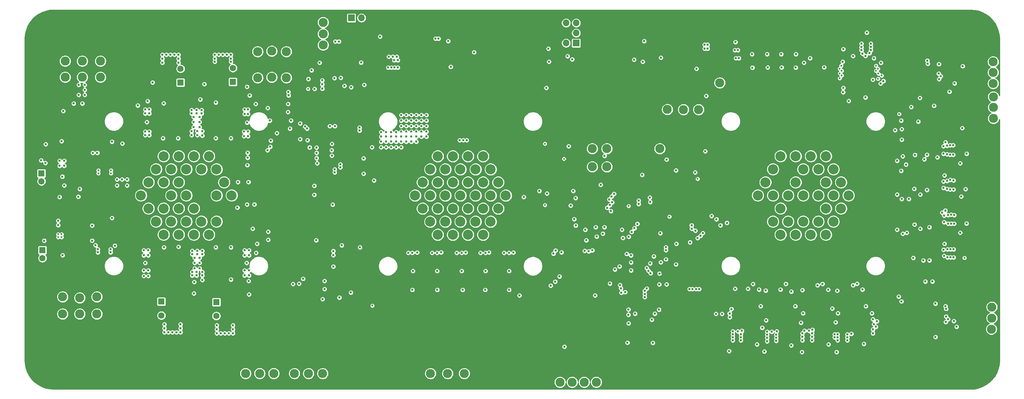
<source format=gbr>
G04 #@! TF.GenerationSoftware,KiCad,Pcbnew,(5.1.5-0-10_14)*
G04 #@! TF.CreationDate,2020-08-17T13:50:39-04:00*
G04 #@! TF.ProjectId,pressurization_series1,70726573-7375-4726-997a-6174696f6e5f,Rev 1*
G04 #@! TF.SameCoordinates,Original*
G04 #@! TF.FileFunction,Copper,L2,Inr*
G04 #@! TF.FilePolarity,Positive*
%FSLAX46Y46*%
G04 Gerber Fmt 4.6, Leading zero omitted, Abs format (unit mm)*
G04 Created by KiCad (PCBNEW (5.1.5-0-10_14)) date 2020-08-17 13:50:39*
%MOMM*%
%LPD*%
G04 APERTURE LIST*
%ADD10C,2.540000*%
%ADD11R,1.600000X1.600000*%
%ADD12C,1.600000*%
%ADD13C,2.286000*%
%ADD14C,8.000000*%
%ADD15R,1.700000X1.700000*%
%ADD16O,1.700000X1.700000*%
%ADD17C,0.609600*%
%ADD18C,0.508000*%
%ADD19C,0.254000*%
G04 APERTURE END LIST*
D10*
X69646800Y-89890600D03*
X65836800Y-89890600D03*
X62026800Y-89890600D03*
X58216800Y-89890600D03*
X60121800Y-93192600D03*
X67741800Y-93192600D03*
X63931800Y-93192600D03*
X56311800Y-93192600D03*
X71551800Y-93192600D03*
X69646800Y-96494600D03*
X65836800Y-96494600D03*
X58216800Y-96494600D03*
X62026800Y-96494600D03*
X73456800Y-96494600D03*
X54406800Y-96494600D03*
X63931800Y-106400600D03*
X60121800Y-106400600D03*
X62026800Y-109702600D03*
X54406800Y-103098600D03*
X56311800Y-106400600D03*
X58216800Y-109702600D03*
X58216800Y-103098600D03*
X62026800Y-103098600D03*
X65836800Y-109702600D03*
X67741800Y-106400600D03*
X65836800Y-103098600D03*
X71551800Y-106400600D03*
X69646800Y-109702600D03*
X69646800Y-103098600D03*
X73456800Y-103098600D03*
X71551800Y-99796600D03*
X67741800Y-99796600D03*
X63931800Y-99796600D03*
X60121800Y-99796600D03*
X56311800Y-99796600D03*
X75361800Y-99796600D03*
X52501800Y-99796600D03*
X138734800Y-89916000D03*
X134924800Y-89916000D03*
X131114800Y-89916000D03*
X127304800Y-89916000D03*
X129209800Y-93218000D03*
X136829800Y-93218000D03*
X133019800Y-93218000D03*
X125399800Y-93218000D03*
X140639800Y-93218000D03*
X138734800Y-96520000D03*
X134924800Y-96520000D03*
X127304800Y-96520000D03*
X131114800Y-96520000D03*
X142544800Y-96520000D03*
X123494800Y-96520000D03*
X133019800Y-106426000D03*
X129209800Y-106426000D03*
X131114800Y-109728000D03*
X123494800Y-103124000D03*
X125399800Y-106426000D03*
X127304800Y-109728000D03*
X127304800Y-103124000D03*
X131114800Y-103124000D03*
X134924800Y-109728000D03*
X136829800Y-106426000D03*
X134924800Y-103124000D03*
X140639800Y-106426000D03*
X138734800Y-109728000D03*
X138734800Y-103124000D03*
X142544800Y-103124000D03*
X140639800Y-99822000D03*
X136829800Y-99822000D03*
X133019800Y-99822000D03*
X129209800Y-99822000D03*
X125399800Y-99822000D03*
X144449800Y-99822000D03*
X121589800Y-99822000D03*
X225120200Y-89890600D03*
X221310200Y-89890600D03*
X217500200Y-89890600D03*
X213690200Y-89890600D03*
X215595200Y-93192600D03*
X223215200Y-93192600D03*
X219405200Y-93192600D03*
X211785200Y-93192600D03*
X227025200Y-93192600D03*
X225120200Y-96494600D03*
X221310200Y-96494600D03*
X213690200Y-96494600D03*
X217500200Y-96494600D03*
X228930200Y-96494600D03*
X209880200Y-96494600D03*
X219405200Y-106400600D03*
X215595200Y-106400600D03*
X217500200Y-109702600D03*
X209880200Y-103098600D03*
X211785200Y-106400600D03*
X213690200Y-109702600D03*
X213690200Y-103098600D03*
X217500200Y-103098600D03*
X221310200Y-109702600D03*
X223215200Y-106400600D03*
X221310200Y-103098600D03*
X227025200Y-106400600D03*
X225120200Y-109702600D03*
X225120200Y-103098600D03*
X228930200Y-103098600D03*
X227025200Y-99796600D03*
X223215200Y-99796600D03*
X219405200Y-99796600D03*
X215595200Y-99796600D03*
X211785200Y-99796600D03*
X230835200Y-99796600D03*
X207975200Y-99796600D03*
D11*
X62484000Y-71318000D03*
D12*
X62484000Y-67818000D03*
D13*
X89154000Y-70104000D03*
X85471000Y-69977000D03*
X81915000Y-70104000D03*
X89154000Y-63500000D03*
X85471000Y-63373000D03*
X81915000Y-63500000D03*
X98298000Y-144780000D03*
X94742000Y-144780000D03*
X91186000Y-144780000D03*
D11*
X75692000Y-71120000D03*
D12*
X75692000Y-67620000D03*
D11*
X57658000Y-126619000D03*
D12*
X57658000Y-130119000D03*
D13*
X129794000Y-144780000D03*
X198374000Y-71374000D03*
X183261000Y-88011000D03*
D14*
X261620000Y-60198000D03*
X146050000Y-60198000D03*
X30480000Y-141478000D03*
X146050000Y-141478000D03*
X261620000Y-141478000D03*
X30480000Y-60198000D03*
D12*
X27432000Y-96234000D03*
D11*
X27432000Y-94234000D03*
X27686000Y-113633000D03*
D12*
X27686000Y-115633000D03*
X71501000Y-130246000D03*
D11*
X71501000Y-126746000D03*
D13*
X98425000Y-59029600D03*
X98425000Y-56108600D03*
X98425000Y-61823600D03*
D15*
X162179000Y-61341000D03*
D16*
X159639000Y-61341000D03*
X162179000Y-58801000D03*
X159639000Y-58801000D03*
X162179000Y-56261000D03*
X159639000Y-56261000D03*
D15*
X105537000Y-54991000D03*
D16*
X108077000Y-54991000D03*
D13*
X267335000Y-80365600D03*
X267335000Y-74904600D03*
X267335000Y-77571600D03*
X193040000Y-78117700D03*
X185166000Y-78105000D03*
X189230000Y-78117700D03*
X133985000Y-144780000D03*
X125476000Y-144780000D03*
X170307000Y-146951700D03*
X164211000Y-146951700D03*
X167259000Y-146951700D03*
X161163000Y-146951700D03*
X158115000Y-146951700D03*
X33401000Y-65887600D03*
X37719000Y-65887600D03*
X42291000Y-65887600D03*
X33401000Y-69951600D03*
X37719000Y-69951600D03*
X42291000Y-69951600D03*
X32766000Y-125412500D03*
X37084000Y-125666500D03*
X41402000Y-125412500D03*
X41402000Y-129730500D03*
X37084000Y-129730500D03*
X32766000Y-129730500D03*
X78867000Y-144754600D03*
X82423000Y-144754600D03*
X85979000Y-144754600D03*
X267284200Y-68732400D03*
X266966700Y-130771900D03*
X267284200Y-66065400D03*
X266966700Y-127977900D03*
X267284200Y-71526400D03*
X266839700Y-133565900D03*
X166243000Y-88011000D03*
X169926000Y-88011000D03*
X166243000Y-92583000D03*
X169926000Y-92583000D03*
D17*
X133731000Y-84328000D03*
X132842000Y-84328000D03*
X134620000Y-84328000D03*
X99441000Y-77089000D03*
X96012000Y-77089000D03*
X99441000Y-75946000D03*
X96012000Y-75946000D03*
X250571000Y-71374000D03*
X248285000Y-72390000D03*
X250444000Y-72390000D03*
X250444000Y-69596000D03*
X248285000Y-69469000D03*
X248285000Y-67818000D03*
X250571000Y-67818000D03*
X252412500Y-129095500D03*
X250190000Y-131127500D03*
X252285500Y-131064000D03*
X252349000Y-132969000D03*
X250126500Y-132969000D03*
X35433000Y-85725000D03*
X35433000Y-87376000D03*
X35433000Y-89281000D03*
X35433000Y-93345000D03*
X37338000Y-89281000D03*
X37338000Y-87503000D03*
X37338000Y-85725000D03*
X39243000Y-85725000D03*
X39243000Y-87503000D03*
X39116000Y-89281000D03*
X37338000Y-93345000D03*
X34163000Y-112522000D03*
X35306000Y-113538000D03*
X37211000Y-105283000D03*
X37211000Y-111633000D03*
X37211000Y-113538000D03*
X39116000Y-113538000D03*
X39116000Y-111633000D03*
X39243000Y-108331000D03*
X39116000Y-107188000D03*
X39116000Y-105283000D03*
X39243000Y-93345000D03*
X201168000Y-138430000D03*
X259207000Y-115570000D03*
X206883000Y-138557000D03*
X211455000Y-138303000D03*
X215646000Y-138938000D03*
X220853000Y-138430000D03*
X225044000Y-138557000D03*
X229743000Y-138430000D03*
X233807000Y-138430000D03*
X259715000Y-101092000D03*
X259588000Y-109855000D03*
X259715000Y-104902000D03*
X259334000Y-92583000D03*
X259842000Y-87503000D03*
X259715000Y-83566000D03*
X237490000Y-60325000D03*
X231648000Y-59055000D03*
X130937000Y-114173000D03*
X118681500Y-114236500D03*
X124841000Y-114173000D03*
X136906000Y-114173000D03*
X143002000Y-114173000D03*
D18*
X159131000Y-94361000D03*
X159131000Y-109855000D03*
D17*
X77851000Y-123444000D03*
D18*
X28829000Y-95758000D03*
D17*
X220040300Y-72821700D03*
X205333600Y-72669400D03*
X209423000Y-72644000D03*
X212928300Y-72821700D03*
X216484300Y-72440700D03*
X249428000Y-89662000D03*
X249428000Y-98425000D03*
X249428000Y-107188000D03*
X248412000Y-115570000D03*
X30099000Y-116078000D03*
X109728000Y-87376000D03*
X110490000Y-92913200D03*
X135940800Y-62560200D03*
X104775000Y-65278000D03*
X106172000Y-65278000D03*
X107569000Y-65278000D03*
X104775000Y-64008000D03*
X106172000Y-64008000D03*
X107696000Y-64008000D03*
X104775000Y-62611000D03*
X106172000Y-62611000D03*
X136829800Y-62560200D03*
X137718800Y-62560200D03*
X138734800Y-62560200D03*
X35369500Y-106489500D03*
X37338000Y-108331000D03*
X255395405Y-129220654D03*
X253595300Y-67714700D03*
X184912000Y-111506000D03*
X182321000Y-112954000D03*
X184658000Y-116713000D03*
X187315356Y-116468644D03*
X183896000Y-119380000D03*
X99441000Y-107950000D03*
X99441000Y-112014000D03*
X99441000Y-115824000D03*
X172593000Y-122047000D03*
X170053000Y-120777000D03*
X96266000Y-70358000D03*
X184988000Y-92380000D03*
X209931000Y-128371590D03*
X227965000Y-128371590D03*
X190881000Y-113792000D03*
X218948000Y-127787410D03*
X191947000Y-53671000D03*
X201185000Y-54466000D03*
X182245000Y-53721000D03*
D18*
X183388000Y-103886000D03*
X181102000Y-106680000D03*
D17*
X97663000Y-75946000D03*
X97613400Y-77089000D03*
X258724400Y-98298000D03*
X260553200Y-99288600D03*
X65852000Y-123251000D03*
X67879000Y-74356000D03*
X54229000Y-74676000D03*
D18*
X27432000Y-105410000D03*
X30099000Y-102616000D03*
X43307000Y-102616000D03*
X43434000Y-96139000D03*
D17*
X31877000Y-98806000D03*
X26898600Y-85852000D03*
X30226000Y-82677000D03*
X43434000Y-82804000D03*
X35626000Y-77531000D03*
X115951000Y-56388000D03*
X118872000Y-56388000D03*
X121920000Y-56388000D03*
X124968000Y-56388000D03*
X178308000Y-144526000D03*
X181483000Y-144526000D03*
X184658000Y-144526000D03*
X187960000Y-144526000D03*
X191262000Y-144526000D03*
X194564000Y-144526000D03*
X169545000Y-106045000D03*
X158038800Y-67310000D03*
X155499000Y-69316400D03*
X223596300Y-72644010D03*
X136398000Y-64465200D03*
X129493022Y-63191378D03*
D18*
X43764200Y-115747800D03*
D17*
X112649000Y-68834000D03*
X236717345Y-69062590D03*
X174752000Y-109474000D03*
X175133000Y-144526000D03*
X137033000Y-57658000D03*
X185801000Y-67818000D03*
X190313000Y-67751000D03*
X161290000Y-105029000D03*
X129032000Y-57912000D03*
X172085000Y-60960000D03*
X175641000Y-60960000D03*
X200152000Y-67945000D03*
X104521000Y-81534000D03*
X184277000Y-126174500D03*
X179895500Y-128714500D03*
X188595000Y-126682500D03*
X258000500Y-134747000D03*
D18*
X238506000Y-142621000D03*
X256667000Y-142621000D03*
X53721000Y-142240000D03*
X43561000Y-142367000D03*
X45212000Y-56515000D03*
X88646000Y-56388000D03*
D17*
X200279000Y-127787400D03*
X247396000Y-98153703D03*
X122110500Y-114236500D03*
X128143000Y-114173000D03*
X140208000Y-114173000D03*
X134302500Y-114236500D03*
X146367500Y-114236500D03*
D18*
X159118300Y-90563700D03*
X154305000Y-86753700D03*
X154305000Y-102235000D03*
D17*
X79629000Y-121412000D03*
X247142000Y-115570000D03*
X110744000Y-87630000D03*
X114935000Y-64770000D03*
X115951000Y-64770000D03*
X116967000Y-64770000D03*
X114808000Y-67513200D03*
X117221000Y-67513200D03*
X116332000Y-65659000D03*
X112776000Y-59690000D03*
X255414459Y-128484298D03*
X255312339Y-131769537D03*
X253619000Y-70459603D03*
X253600500Y-66656500D03*
X181483000Y-137033000D03*
X190872000Y-111642000D03*
X187452000Y-112014000D03*
X184785000Y-115951000D03*
X187326714Y-117205158D03*
X183504247Y-116662342D03*
X183173702Y-119524459D03*
X170688000Y-122047000D03*
X94691000Y-70409000D03*
X98216600Y-72852400D03*
X194691000Y-88646000D03*
X184975500Y-90741500D03*
X202311000Y-61087000D03*
X183515000Y-65024000D03*
X179324000Y-60833000D03*
X247573800Y-89560400D03*
X247472200Y-107162600D03*
D18*
X185674000Y-105156000D03*
D17*
X65913000Y-121666000D03*
X67437000Y-75565000D03*
X54189000Y-75986000D03*
X32004000Y-100203000D03*
X32893000Y-78486000D03*
X115620800Y-67513200D03*
X116433600Y-67513200D03*
X117221000Y-65659000D03*
X170942000Y-103759000D03*
X130581400Y-67335400D03*
X100838000Y-102133400D03*
X236956600Y-70586600D03*
X161671000Y-105791000D03*
X192513000Y-67837000D03*
X202247500Y-123380500D03*
X209931000Y-123825000D03*
X219202000Y-123698000D03*
X227965000Y-123888500D03*
X169291000Y-107823000D03*
X173228000Y-122428000D03*
X184785000Y-113639603D03*
X195326000Y-61722000D03*
X194564000Y-61722000D03*
X202946000Y-63119000D03*
X202184000Y-63119000D03*
X101475542Y-60934600D03*
X93853000Y-82423000D03*
X94361000Y-82931000D03*
X102387400Y-60934600D03*
X101346000Y-93980000D03*
X101346000Y-93218000D03*
X107975396Y-66243200D03*
X101269800Y-70205600D03*
X256260600Y-73609200D03*
X154660600Y-72644000D03*
X159207200Y-137998200D03*
X258064000Y-132969000D03*
X129921000Y-60833000D03*
X195326000Y-62738000D03*
X194564000Y-62738000D03*
X203200000Y-65151000D03*
X202438000Y-65151000D03*
X126746000Y-60198000D03*
X127508000Y-60198000D03*
X102743000Y-91948000D03*
X102743000Y-92710000D03*
X107569000Y-82677000D03*
X107569000Y-83439000D03*
X155194000Y-62738000D03*
X155321000Y-66040000D03*
X124460000Y-80899000D03*
X124460000Y-82296000D03*
X124460000Y-79502000D03*
X58928000Y-64262000D03*
X61976000Y-64262000D03*
X57912000Y-65278000D03*
X60960000Y-64262000D03*
X57912000Y-66294000D03*
X61976000Y-66294000D03*
X61976000Y-65278000D03*
X57912000Y-64262000D03*
X59944000Y-64262000D03*
X72136000Y-64262000D03*
X75184000Y-64262000D03*
X71120000Y-65278000D03*
X74168000Y-64262000D03*
X71120000Y-66040000D03*
X75184000Y-66040000D03*
X75184000Y-65278000D03*
X71120000Y-64262000D03*
X73152000Y-64262000D03*
X121920000Y-80899000D03*
X121920000Y-82296000D03*
X121920000Y-79502000D03*
X123190000Y-80899000D03*
X123190000Y-82296000D03*
X123190000Y-79502000D03*
X221615000Y-134620000D03*
X221615000Y-135509000D03*
X221615000Y-136398000D03*
X219202000Y-134620000D03*
X219202000Y-136398000D03*
X114300000Y-83820000D03*
X256542200Y-113413200D03*
X256540000Y-115443000D03*
X257302000Y-115443000D03*
X255778000Y-115443000D03*
X257302000Y-113411000D03*
X255778000Y-113411000D03*
X256667000Y-104648000D03*
X256667000Y-106934000D03*
X257429000Y-106934000D03*
X255905000Y-106934000D03*
X255905000Y-104775000D03*
X257429000Y-104775000D03*
X256413000Y-95885000D03*
X256413000Y-98298000D03*
X257302000Y-98298000D03*
X257302000Y-96012000D03*
X255651000Y-96139000D03*
X255651000Y-98171000D03*
X256439200Y-87148200D03*
X256413000Y-89535000D03*
X257175000Y-87122000D03*
X257175000Y-89535000D03*
X255651000Y-89408000D03*
X255651000Y-87249000D03*
X236474000Y-62357000D03*
X234061000Y-62357000D03*
X236474000Y-61468000D03*
X236474000Y-63119000D03*
X234061000Y-61468000D03*
X234061000Y-63119000D03*
X41656000Y-113411000D03*
X41656000Y-114173000D03*
X44831000Y-113411000D03*
X203708000Y-134874000D03*
X203708000Y-135636000D03*
X203708000Y-136398000D03*
X201676000Y-136398000D03*
X201676000Y-135636000D03*
X201676000Y-134874000D03*
X212598000Y-135001000D03*
X212598000Y-135763000D03*
X212598000Y-136525000D03*
X219202000Y-135509000D03*
X230505000Y-134874000D03*
X230505000Y-135636000D03*
X228092000Y-134874000D03*
X228092000Y-135636000D03*
X228092000Y-136398000D03*
X210312000Y-135001000D03*
X210312000Y-135763000D03*
X210312000Y-136652000D03*
X115570000Y-83820000D03*
X116840000Y-83820000D03*
X118110000Y-83693000D03*
X119380000Y-83693000D03*
X120650000Y-83693000D03*
X121920000Y-83693000D03*
X123190000Y-83693000D03*
X124460000Y-83693000D03*
X118110000Y-79502000D03*
X114300000Y-86233000D03*
X115570000Y-86233000D03*
X116840000Y-86233000D03*
X118110000Y-86233000D03*
X119380000Y-86233000D03*
X120650000Y-86233000D03*
X121920000Y-86233000D03*
X118110000Y-80899000D03*
X118110000Y-82296000D03*
X118110000Y-84963000D03*
X116840000Y-84963000D03*
X115570000Y-84963000D03*
X114300000Y-84963000D03*
X119380000Y-79502000D03*
X119380000Y-80899000D03*
X119380000Y-82296000D03*
X120650000Y-80899000D03*
X120650000Y-82296000D03*
X113030000Y-83820000D03*
X113030000Y-86233000D03*
X113030000Y-87630000D03*
X114300000Y-87630000D03*
X115570000Y-87630000D03*
X116840000Y-87630000D03*
X118110000Y-87630000D03*
X123190000Y-84963000D03*
X120650000Y-79502000D03*
X119380000Y-84963000D03*
X120650000Y-84963000D03*
X121920000Y-84963000D03*
X113030000Y-84963000D03*
X44831000Y-114173000D03*
D18*
X41783000Y-94234000D03*
X41783000Y-93472000D03*
X44958000Y-93472000D03*
X44958000Y-94234000D03*
D17*
X175107600Y-137007600D03*
X201676000Y-134112000D03*
X202946000Y-134112000D03*
X210312000Y-134239000D03*
X211455000Y-134239000D03*
X219710000Y-133985000D03*
X220853000Y-133985000D03*
X230505000Y-136398000D03*
X227330000Y-135636000D03*
X227330000Y-134874000D03*
X254762000Y-113512600D03*
X254889000Y-115062000D03*
X254889000Y-104902000D03*
X254889000Y-106553000D03*
X254762000Y-96266000D03*
X254762000Y-97917000D03*
X254762000Y-87376000D03*
X254762000Y-89281000D03*
X234315000Y-64008000D03*
X236093000Y-63881000D03*
X72644000Y-134620000D03*
X73660000Y-134620000D03*
X74676000Y-134620000D03*
X75692000Y-134620000D03*
X71628000Y-134620000D03*
X71628000Y-133604000D03*
X75692000Y-133604000D03*
X75692000Y-132588000D03*
X71628000Y-132588000D03*
X60452000Y-134366000D03*
X61468000Y-134366000D03*
X59436000Y-134366000D03*
X62484000Y-134366000D03*
X58420000Y-134366000D03*
X58420000Y-133350000D03*
X58420000Y-132334000D03*
X62484000Y-133350000D03*
X62484000Y-132334000D03*
X124460000Y-84963000D03*
X133731000Y-85852000D03*
X132842000Y-85852000D03*
X134620000Y-85852000D03*
X36830000Y-71882000D03*
X38354000Y-71882000D03*
X36830000Y-74422000D03*
X38354000Y-74422000D03*
X38354000Y-73152000D03*
X216408000Y-124079000D03*
X234315000Y-123571000D03*
X244475000Y-109474000D03*
X245491000Y-109220000D03*
X245999000Y-100711000D03*
X244221000Y-100711000D03*
X245313200Y-91998800D03*
X244094000Y-93599000D03*
X244221000Y-83058000D03*
X244221000Y-85725000D03*
X67945000Y-119126000D03*
X67945000Y-120015000D03*
X67310000Y-118237000D03*
X66548000Y-119126000D03*
X65405000Y-119126000D03*
X65405000Y-120015000D03*
X66548000Y-120015000D03*
X66040000Y-118237000D03*
X65405000Y-113792000D03*
X66675000Y-113792000D03*
X65405000Y-114681000D03*
X66040000Y-115570000D03*
X67945000Y-113792000D03*
X66675000Y-114681000D03*
X67310000Y-115570000D03*
X67945000Y-114681000D03*
X78613000Y-118745000D03*
X78613000Y-120015000D03*
X79756000Y-120015000D03*
X79756000Y-118745000D03*
X78613000Y-113665000D03*
X79756000Y-113665000D03*
X79756000Y-114935000D03*
X78613000Y-114935000D03*
X53213000Y-113665000D03*
X53213000Y-114935000D03*
X54356000Y-120142000D03*
X53213000Y-120142000D03*
X53213000Y-118745000D03*
X66040000Y-116840000D03*
X79121000Y-116840000D03*
X53594000Y-116840000D03*
X111252000Y-96012000D03*
X208280000Y-123571000D03*
X225679000Y-123634500D03*
X229489000Y-72644000D03*
X229463600Y-73761600D03*
X65278000Y-83566000D03*
X65278000Y-84582000D03*
X66675000Y-83566000D03*
X66675000Y-84582000D03*
X67945000Y-83566000D03*
X67945000Y-84709000D03*
X65786000Y-82550000D03*
X67310000Y-82550000D03*
X65786000Y-80010000D03*
X67310000Y-80010000D03*
X65278000Y-78232000D03*
X65278000Y-79121000D03*
X66548000Y-78232000D03*
X66548000Y-79121000D03*
X67818000Y-78232000D03*
X67818000Y-79121000D03*
X78486000Y-83693000D03*
X78486000Y-84836000D03*
X79502000Y-84836000D03*
X79502000Y-83693000D03*
X79248000Y-81407000D03*
X78613000Y-78105000D03*
X78613000Y-79248000D03*
X79502000Y-79248000D03*
X79502000Y-78105000D03*
X54610000Y-84582000D03*
X53594000Y-84582000D03*
X53594000Y-83693000D03*
X54610000Y-83693000D03*
X53594000Y-78105000D03*
X54610000Y-78105000D03*
X54610000Y-79121000D03*
X53594000Y-79121000D03*
X53975000Y-81280000D03*
X46482000Y-97282000D03*
X46482000Y-95758000D03*
X49022000Y-97282000D03*
X49022000Y-95758000D03*
X47752000Y-95758000D03*
X54356000Y-113665000D03*
X54356000Y-118745000D03*
X54356000Y-114935000D03*
X205486000Y-123380500D03*
X213677500Y-123571000D03*
X223012000Y-122478810D03*
X231965500Y-122478810D03*
X67310000Y-116840000D03*
X65786000Y-81280000D03*
X67310000Y-81280000D03*
X230886000Y-75946000D03*
X206756000Y-122174000D03*
X215011000Y-122148590D03*
X224271000Y-122148590D03*
X243078000Y-108458000D03*
X243078000Y-99568000D03*
X243078000Y-91059000D03*
X242570000Y-83312000D03*
X232994000Y-122098000D03*
X32512000Y-86106000D03*
X156464000Y-114503200D03*
X41503600Y-89052400D03*
X85090002Y-87502998D03*
X156997400Y-113715800D03*
X47828200Y-86690190D03*
X85217000Y-85979000D03*
X158496000Y-114173000D03*
X32689800Y-95046800D03*
X27355800Y-90957400D03*
X31623000Y-106172000D03*
X171121636Y-100096443D03*
X40208200Y-111226602D03*
X171729400Y-99390200D03*
X40182800Y-107416600D03*
X170535600Y-100812600D03*
D18*
X175387000Y-102489000D03*
D17*
X41021000Y-112369600D03*
X28117800Y-111226600D03*
X178816000Y-94615000D03*
X170002200Y-102920800D03*
X168351200Y-97129600D03*
X169341800Y-89839800D03*
X167106600Y-107823000D03*
X160299400Y-87376000D03*
X175437800Y-110236000D03*
X176022000Y-118745000D03*
D18*
X192786000Y-95631000D03*
D17*
X194945000Y-74676000D03*
X192151000Y-93980000D03*
X176022000Y-116713000D03*
X187325000Y-93472000D03*
X176022000Y-114935000D03*
X210439000Y-67487800D03*
X210312000Y-64135000D03*
X213969600Y-67487800D03*
X213868000Y-64135000D03*
X206603600Y-67538600D03*
X206502000Y-64135000D03*
X219583000Y-66294000D03*
X221107000Y-65151000D03*
X217525600Y-67513200D03*
X217551000Y-64135000D03*
X224688400Y-67436998D03*
D18*
X31623000Y-109601000D03*
X32512000Y-109601000D03*
X31623000Y-110363000D03*
X32512000Y-110363000D03*
D17*
X32004000Y-91059000D03*
X33147000Y-91059000D03*
X33147000Y-92329000D03*
X32004000Y-92329000D03*
X96901000Y-91694000D03*
X96748600Y-87706200D03*
X79375000Y-89027000D03*
X96774000Y-90398600D03*
X79298800Y-92151200D03*
X96774000Y-89052400D03*
X79375000Y-90297000D03*
X173736000Y-108458000D03*
X162052000Y-100457000D03*
X154813000Y-99314000D03*
X133350000Y-114300000D03*
X132080000Y-114300000D03*
X145288000Y-114300000D03*
X119888000Y-114300000D03*
X144018000Y-114300000D03*
X120904000Y-114300000D03*
X138049000Y-114300000D03*
X125857000Y-114300000D03*
X127127000Y-114300000D03*
X139319000Y-114300000D03*
X183388000Y-109347000D03*
X161417000Y-98679000D03*
X152908000Y-98679000D03*
X173964600Y-110540800D03*
X160807400Y-102362000D03*
X148971000Y-100203000D03*
X184785000Y-112903000D03*
X229489000Y-62865000D03*
X231978200Y-64617600D03*
X229362000Y-66040000D03*
X207772000Y-137414000D03*
X203962000Y-133985000D03*
X208661000Y-127787410D03*
X216408000Y-137668000D03*
X212725000Y-134112000D03*
X217424000Y-127787410D03*
X225806000Y-137414000D03*
X221742000Y-133731000D03*
X226695000Y-128371590D03*
X234696000Y-137287000D03*
X248920000Y-108204000D03*
X255016000Y-112014000D03*
X258953000Y-109220000D03*
X248920000Y-99568000D03*
X255219200Y-103606600D03*
X259207000Y-100076000D03*
X249936000Y-90678000D03*
X255016000Y-94742000D03*
X258953000Y-91694000D03*
X255270000Y-86360000D03*
X248412000Y-81153000D03*
X259461000Y-82804000D03*
X231521000Y-134747000D03*
X235204000Y-127787410D03*
X255905000Y-131064000D03*
X98171000Y-71755000D03*
X254075128Y-69673272D03*
X183057810Y-128651000D03*
X257556000Y-71501000D03*
X257344567Y-131529433D03*
X96266000Y-72898000D03*
X181228996Y-131191000D03*
X171958000Y-118491000D03*
X173101000Y-117729000D03*
X193167000Y-123444000D03*
X192405000Y-123444000D03*
X191516000Y-123444000D03*
X190754000Y-123444000D03*
X108585000Y-94310200D03*
X108762800Y-71882000D03*
X101371400Y-82321400D03*
X238887000Y-71551800D03*
X178943000Y-66040000D03*
X160020000Y-64643000D03*
X235432600Y-58699400D03*
X235077000Y-64579500D03*
X196291200Y-104978200D03*
X235077000Y-75057010D03*
X237236000Y-65151000D03*
X239014000Y-66319400D03*
X200710800Y-139090400D03*
X192786000Y-110591600D03*
X197421500Y-129730500D03*
X236982000Y-134645400D03*
X209067400Y-133223000D03*
X209626200Y-139217400D03*
X193522600Y-110007400D03*
X198945500Y-129730500D03*
X237744000Y-132969000D03*
X218821000Y-131953000D03*
X219075000Y-139344400D03*
X194106800Y-109321600D03*
X200914000Y-130556000D03*
X237998000Y-131572000D03*
X227584000Y-131826000D03*
D18*
X260045200Y-115570000D03*
D17*
X191296278Y-108212878D03*
X251206000Y-116205000D03*
X249682000Y-116205000D03*
X260553200Y-106883200D03*
X191287400Y-107340400D03*
X198551800Y-107340400D03*
X254381000Y-104140000D03*
X250190000Y-121539000D03*
X260299200Y-98221800D03*
X200177400Y-106730800D03*
D18*
X243586000Y-79248000D03*
D17*
X253238000Y-90170000D03*
X260604200Y-89280800D03*
X197535800Y-105816400D03*
X244475000Y-89916000D03*
X192227200Y-108712000D03*
X227838000Y-139344400D03*
X200850500Y-129603500D03*
X93345000Y-120853200D03*
X71374000Y-112903000D03*
X92329000Y-122097800D03*
X75184000Y-112903000D03*
X90830400Y-122174000D03*
X75184000Y-121031000D03*
X108585000Y-90449400D03*
X244157500Y-126555500D03*
X177038000Y-129667000D03*
X259600700Y-67170300D03*
X181991000Y-129667000D03*
X103759000Y-72136000D03*
X98171000Y-70739000D03*
X255270000Y-127762000D03*
D18*
X94615000Y-72898000D03*
D17*
X120904000Y-123647200D03*
X145288000Y-123647200D03*
X139242800Y-123647200D03*
X127177800Y-123647200D03*
X133578600Y-123647200D03*
X147904200Y-125069600D03*
X166954200Y-125069600D03*
X40386000Y-89052400D03*
X100609400Y-89763600D03*
X84404200Y-88392000D03*
X45212000Y-86233000D03*
X100584000Y-88392000D03*
X28397200Y-91617800D03*
X100660200Y-86791800D03*
X45923200Y-112496600D03*
X162077400Y-107391200D03*
X167360600Y-110185200D03*
X45212000Y-105486200D03*
X164490400Y-108483400D03*
X32766000Y-114909600D03*
X184986240Y-122275600D03*
X253568200Y-69037200D03*
X255394100Y-130368400D03*
X179451000Y-124714000D03*
X97536000Y-66294000D03*
X177622200Y-106984800D03*
X183134000Y-122275600D03*
X250672600Y-65760600D03*
X252730000Y-127127000D03*
X179451000Y-123888500D03*
X95504000Y-68199000D03*
X176885600Y-108077000D03*
X179984400Y-123317000D03*
X252349000Y-77165200D03*
X252734100Y-135568400D03*
X179451000Y-125476000D03*
X243459000Y-125349000D03*
X102870000Y-70104000D03*
X176174402Y-109016800D03*
X180848000Y-101475030D03*
X180721000Y-100330000D03*
X177927000Y-101981000D03*
X177927000Y-101092000D03*
X175388017Y-132106417D03*
X121031000Y-118897400D03*
X175348900Y-129933700D03*
X127127000Y-118897400D03*
X133350000Y-118897400D03*
X175361600Y-128600200D03*
X139319000Y-118897400D03*
X173583600Y-124358400D03*
X173482000Y-123291600D03*
X145288000Y-118897400D03*
X174929800Y-114579400D03*
X105486200Y-72491604D03*
X100101493Y-82283553D03*
X239623600Y-70916800D03*
X176784000Y-65532000D03*
X161188400Y-65430400D03*
X236982000Y-133629400D03*
X201295000Y-128498600D03*
X210058000Y-131318000D03*
X237236000Y-132334000D03*
X236982000Y-131064000D03*
X219375398Y-129565410D03*
X251206000Y-107823000D03*
X251968000Y-121539000D03*
X244094000Y-80899000D03*
X250571000Y-98425000D03*
X246634000Y-77470000D03*
X250571000Y-89535000D03*
X228145582Y-129565410D03*
X236728000Y-129565410D03*
X92633800Y-81610200D03*
X51689000Y-77089000D03*
X36703000Y-100126800D03*
X92633800Y-85598000D03*
X136448800Y-63652400D03*
X28511492Y-86868000D03*
X31623000Y-107315000D03*
X250799600Y-66548000D03*
X37719000Y-76581000D03*
X37084000Y-98171000D03*
D18*
X238252000Y-70358000D03*
X228600000Y-70231000D03*
X239191800Y-69545200D03*
X229108000Y-69494390D03*
X228612326Y-68973326D03*
X238353600Y-69037200D03*
X237744000Y-68326000D03*
X229094467Y-68314880D03*
X238252000Y-67818000D03*
X228600000Y-67818000D03*
X228981000Y-67056000D03*
X237744000Y-67056000D03*
D17*
X248793000Y-75184000D03*
X174523400Y-124231400D03*
X35560000Y-76581000D03*
X33147000Y-97282000D03*
X96189800Y-97383600D03*
X96189800Y-99669600D03*
X79603600Y-96418400D03*
X76962000Y-96418400D03*
X76809600Y-102870000D03*
X81788000Y-112014000D03*
X81534000Y-114300000D03*
X84582000Y-108966000D03*
X84582000Y-110998000D03*
X80645000Y-108204000D03*
X180949600Y-119430800D03*
X155778200Y-122580400D03*
X100990400Y-117754400D03*
X180441600Y-118872000D03*
X156895800Y-121564400D03*
X100965000Y-114909600D03*
X179959000Y-118135400D03*
X157988000Y-120269000D03*
X100965000Y-113842800D03*
X166243000Y-113665000D03*
X96647000Y-111125000D03*
X165354000Y-113919000D03*
X103124000Y-112395000D03*
X164338000Y-113792000D03*
X107696000Y-112903000D03*
X58293000Y-112903000D03*
X164719000Y-111125000D03*
X105410000Y-124333000D03*
X61976000Y-112776000D03*
X168910000Y-109448600D03*
X102489000Y-125603000D03*
X67945000Y-121158000D03*
X98298000Y-125984000D03*
X181737000Y-115189000D03*
X75184000Y-85344000D03*
X86741000Y-84074000D03*
X90043000Y-82931000D03*
X71374000Y-85344000D03*
X84963000Y-80899000D03*
X90297000Y-80899000D03*
X79883000Y-74549000D03*
X71374000Y-76327000D03*
X89712800Y-74549000D03*
X61849000Y-85369400D03*
X84455000Y-77724000D03*
X89560400Y-78740000D03*
X58039000Y-85369400D03*
X81407000Y-76708000D03*
X89585800Y-76708000D03*
X79248000Y-72364600D03*
X58216800Y-76555600D03*
X89662000Y-73660000D03*
X170688000Y-102235000D03*
X98755200Y-121412000D03*
X171272200Y-101549200D03*
X98755200Y-123444000D03*
X180848000Y-116967000D03*
D18*
X110820200Y-127635000D03*
D17*
X79730600Y-124790200D03*
X95021400Y-87680800D03*
X81102200Y-102082600D03*
X65862200Y-124561600D03*
X79248000Y-102082600D03*
X94488000Y-85852000D03*
X55448200Y-71272400D03*
X68465700Y-71691500D03*
D19*
G36*
X262661232Y-53060617D02*
G01*
X263680653Y-53285685D01*
X264656903Y-53655553D01*
X265569539Y-54162477D01*
X266399435Y-54795834D01*
X267129209Y-55542357D01*
X267743575Y-56386410D01*
X268229662Y-57310307D01*
X268577290Y-58294709D01*
X268779616Y-59321230D01*
X268834000Y-60210408D01*
X268834000Y-74628816D01*
X268800434Y-74460066D01*
X268685551Y-74182715D01*
X268518768Y-73933107D01*
X268306493Y-73720832D01*
X268056885Y-73554049D01*
X267779534Y-73439166D01*
X267485101Y-73380600D01*
X267184899Y-73380600D01*
X266890466Y-73439166D01*
X266613115Y-73554049D01*
X266363507Y-73720832D01*
X266151232Y-73933107D01*
X265984449Y-74182715D01*
X265869566Y-74460066D01*
X265811000Y-74754499D01*
X265811000Y-75054701D01*
X265869566Y-75349134D01*
X265984449Y-75626485D01*
X266151232Y-75876093D01*
X266363507Y-76088368D01*
X266587596Y-76238100D01*
X266363507Y-76387832D01*
X266151232Y-76600107D01*
X265984449Y-76849715D01*
X265869566Y-77127066D01*
X265811000Y-77421499D01*
X265811000Y-77721701D01*
X265869566Y-78016134D01*
X265984449Y-78293485D01*
X266151232Y-78543093D01*
X266363507Y-78755368D01*
X266613115Y-78922151D01*
X266725252Y-78968600D01*
X266613115Y-79015049D01*
X266363507Y-79181832D01*
X266151232Y-79394107D01*
X265984449Y-79643715D01*
X265869566Y-79921066D01*
X265811000Y-80215499D01*
X265811000Y-80515701D01*
X265869566Y-80810134D01*
X265984449Y-81087485D01*
X266151232Y-81337093D01*
X266363507Y-81549368D01*
X266613115Y-81716151D01*
X266890466Y-81831034D01*
X267184899Y-81889600D01*
X267485101Y-81889600D01*
X267779534Y-81831034D01*
X268056885Y-81716151D01*
X268306493Y-81549368D01*
X268518768Y-81337093D01*
X268685551Y-81087485D01*
X268800434Y-80810134D01*
X268834000Y-80641384D01*
X268834001Y-141463283D01*
X268757384Y-142519225D01*
X268532316Y-143538650D01*
X268162447Y-144514903D01*
X267655523Y-145427539D01*
X267022170Y-146257431D01*
X266275643Y-146987209D01*
X265431588Y-147601577D01*
X264507687Y-148087664D01*
X263523298Y-148435288D01*
X262496771Y-148637616D01*
X261607591Y-148692000D01*
X30494703Y-148692000D01*
X29438775Y-148615384D01*
X28419350Y-148390316D01*
X27443097Y-148020447D01*
X26530461Y-147513523D01*
X25700569Y-146880170D01*
X25623761Y-146801599D01*
X156591000Y-146801599D01*
X156591000Y-147101801D01*
X156649566Y-147396234D01*
X156764449Y-147673585D01*
X156931232Y-147923193D01*
X157143507Y-148135468D01*
X157393115Y-148302251D01*
X157670466Y-148417134D01*
X157964899Y-148475700D01*
X158265101Y-148475700D01*
X158559534Y-148417134D01*
X158836885Y-148302251D01*
X159086493Y-148135468D01*
X159298768Y-147923193D01*
X159465551Y-147673585D01*
X159580434Y-147396234D01*
X159639000Y-147101801D01*
X159697566Y-147396234D01*
X159812449Y-147673585D01*
X159979232Y-147923193D01*
X160191507Y-148135468D01*
X160441115Y-148302251D01*
X160718466Y-148417134D01*
X161012899Y-148475700D01*
X161313101Y-148475700D01*
X161607534Y-148417134D01*
X161884885Y-148302251D01*
X162134493Y-148135468D01*
X162346768Y-147923193D01*
X162513551Y-147673585D01*
X162628434Y-147396234D01*
X162687000Y-147101801D01*
X162745566Y-147396234D01*
X162860449Y-147673585D01*
X163027232Y-147923193D01*
X163239507Y-148135468D01*
X163489115Y-148302251D01*
X163766466Y-148417134D01*
X164060899Y-148475700D01*
X164361101Y-148475700D01*
X164655534Y-148417134D01*
X164932885Y-148302251D01*
X165182493Y-148135468D01*
X165394768Y-147923193D01*
X165561551Y-147673585D01*
X165676434Y-147396234D01*
X165735000Y-147101801D01*
X165793566Y-147396234D01*
X165908449Y-147673585D01*
X166075232Y-147923193D01*
X166287507Y-148135468D01*
X166537115Y-148302251D01*
X166814466Y-148417134D01*
X167108899Y-148475700D01*
X167409101Y-148475700D01*
X167703534Y-148417134D01*
X167980885Y-148302251D01*
X168230493Y-148135468D01*
X168442768Y-147923193D01*
X168609551Y-147673585D01*
X168724434Y-147396234D01*
X168783000Y-147101801D01*
X168783000Y-146801599D01*
X168724434Y-146507166D01*
X168609551Y-146229815D01*
X168442768Y-145980207D01*
X168230493Y-145767932D01*
X167980885Y-145601149D01*
X167703534Y-145486266D01*
X167409101Y-145427700D01*
X167108899Y-145427700D01*
X166814466Y-145486266D01*
X166537115Y-145601149D01*
X166287507Y-145767932D01*
X166075232Y-145980207D01*
X165908449Y-146229815D01*
X165793566Y-146507166D01*
X165735000Y-146801599D01*
X165676434Y-146507166D01*
X165561551Y-146229815D01*
X165394768Y-145980207D01*
X165182493Y-145767932D01*
X164932885Y-145601149D01*
X164655534Y-145486266D01*
X164361101Y-145427700D01*
X164060899Y-145427700D01*
X163766466Y-145486266D01*
X163489115Y-145601149D01*
X163239507Y-145767932D01*
X163027232Y-145980207D01*
X162860449Y-146229815D01*
X162745566Y-146507166D01*
X162687000Y-146801599D01*
X162628434Y-146507166D01*
X162513551Y-146229815D01*
X162346768Y-145980207D01*
X162134493Y-145767932D01*
X161884885Y-145601149D01*
X161607534Y-145486266D01*
X161313101Y-145427700D01*
X161012899Y-145427700D01*
X160718466Y-145486266D01*
X160441115Y-145601149D01*
X160191507Y-145767932D01*
X159979232Y-145980207D01*
X159812449Y-146229815D01*
X159697566Y-146507166D01*
X159639000Y-146801599D01*
X159580434Y-146507166D01*
X159465551Y-146229815D01*
X159298768Y-145980207D01*
X159086493Y-145767932D01*
X158836885Y-145601149D01*
X158559534Y-145486266D01*
X158265101Y-145427700D01*
X157964899Y-145427700D01*
X157670466Y-145486266D01*
X157393115Y-145601149D01*
X157143507Y-145767932D01*
X156931232Y-145980207D01*
X156764449Y-146229815D01*
X156649566Y-146507166D01*
X156591000Y-146801599D01*
X25623761Y-146801599D01*
X24970791Y-146133643D01*
X24356423Y-145289588D01*
X23995981Y-144604499D01*
X77343000Y-144604499D01*
X77343000Y-144904701D01*
X77401566Y-145199134D01*
X77516449Y-145476485D01*
X77683232Y-145726093D01*
X77895507Y-145938368D01*
X78145115Y-146105151D01*
X78422466Y-146220034D01*
X78716899Y-146278600D01*
X79017101Y-146278600D01*
X79311534Y-146220034D01*
X79588885Y-146105151D01*
X79838493Y-145938368D01*
X80050768Y-145726093D01*
X80217551Y-145476485D01*
X80332434Y-145199134D01*
X80391000Y-144904701D01*
X80391000Y-144604499D01*
X80899000Y-144604499D01*
X80899000Y-144904701D01*
X80957566Y-145199134D01*
X81072449Y-145476485D01*
X81239232Y-145726093D01*
X81451507Y-145938368D01*
X81701115Y-146105151D01*
X81978466Y-146220034D01*
X82272899Y-146278600D01*
X82573101Y-146278600D01*
X82867534Y-146220034D01*
X83144885Y-146105151D01*
X83394493Y-145938368D01*
X83606768Y-145726093D01*
X83773551Y-145476485D01*
X83888434Y-145199134D01*
X83947000Y-144904701D01*
X83947000Y-144604499D01*
X84455000Y-144604499D01*
X84455000Y-144904701D01*
X84513566Y-145199134D01*
X84628449Y-145476485D01*
X84795232Y-145726093D01*
X85007507Y-145938368D01*
X85257115Y-146105151D01*
X85534466Y-146220034D01*
X85828899Y-146278600D01*
X86129101Y-146278600D01*
X86423534Y-146220034D01*
X86700885Y-146105151D01*
X86950493Y-145938368D01*
X87162768Y-145726093D01*
X87329551Y-145476485D01*
X87444434Y-145199134D01*
X87503000Y-144904701D01*
X87503000Y-144629899D01*
X89662000Y-144629899D01*
X89662000Y-144930101D01*
X89720566Y-145224534D01*
X89835449Y-145501885D01*
X90002232Y-145751493D01*
X90214507Y-145963768D01*
X90464115Y-146130551D01*
X90741466Y-146245434D01*
X91035899Y-146304000D01*
X91336101Y-146304000D01*
X91630534Y-146245434D01*
X91907885Y-146130551D01*
X92157493Y-145963768D01*
X92369768Y-145751493D01*
X92536551Y-145501885D01*
X92651434Y-145224534D01*
X92710000Y-144930101D01*
X92710000Y-144629899D01*
X93218000Y-144629899D01*
X93218000Y-144930101D01*
X93276566Y-145224534D01*
X93391449Y-145501885D01*
X93558232Y-145751493D01*
X93770507Y-145963768D01*
X94020115Y-146130551D01*
X94297466Y-146245434D01*
X94591899Y-146304000D01*
X94892101Y-146304000D01*
X95186534Y-146245434D01*
X95463885Y-146130551D01*
X95713493Y-145963768D01*
X95925768Y-145751493D01*
X96092551Y-145501885D01*
X96207434Y-145224534D01*
X96266000Y-144930101D01*
X96266000Y-144629899D01*
X96774000Y-144629899D01*
X96774000Y-144930101D01*
X96832566Y-145224534D01*
X96947449Y-145501885D01*
X97114232Y-145751493D01*
X97326507Y-145963768D01*
X97576115Y-146130551D01*
X97853466Y-146245434D01*
X98147899Y-146304000D01*
X98448101Y-146304000D01*
X98742534Y-146245434D01*
X99019885Y-146130551D01*
X99269493Y-145963768D01*
X99481768Y-145751493D01*
X99648551Y-145501885D01*
X99763434Y-145224534D01*
X99822000Y-144930101D01*
X99822000Y-144629899D01*
X123952000Y-144629899D01*
X123952000Y-144930101D01*
X124010566Y-145224534D01*
X124125449Y-145501885D01*
X124292232Y-145751493D01*
X124504507Y-145963768D01*
X124754115Y-146130551D01*
X125031466Y-146245434D01*
X125325899Y-146304000D01*
X125626101Y-146304000D01*
X125920534Y-146245434D01*
X126197885Y-146130551D01*
X126447493Y-145963768D01*
X126659768Y-145751493D01*
X126826551Y-145501885D01*
X126941434Y-145224534D01*
X127000000Y-144930101D01*
X127000000Y-144629899D01*
X128270000Y-144629899D01*
X128270000Y-144930101D01*
X128328566Y-145224534D01*
X128443449Y-145501885D01*
X128610232Y-145751493D01*
X128822507Y-145963768D01*
X129072115Y-146130551D01*
X129349466Y-146245434D01*
X129643899Y-146304000D01*
X129944101Y-146304000D01*
X130238534Y-146245434D01*
X130515885Y-146130551D01*
X130765493Y-145963768D01*
X130977768Y-145751493D01*
X131144551Y-145501885D01*
X131259434Y-145224534D01*
X131318000Y-144930101D01*
X131318000Y-144629899D01*
X132461000Y-144629899D01*
X132461000Y-144930101D01*
X132519566Y-145224534D01*
X132634449Y-145501885D01*
X132801232Y-145751493D01*
X133013507Y-145963768D01*
X133263115Y-146130551D01*
X133540466Y-146245434D01*
X133834899Y-146304000D01*
X134135101Y-146304000D01*
X134429534Y-146245434D01*
X134706885Y-146130551D01*
X134956493Y-145963768D01*
X135168768Y-145751493D01*
X135335551Y-145501885D01*
X135450434Y-145224534D01*
X135509000Y-144930101D01*
X135509000Y-144629899D01*
X135450434Y-144335466D01*
X135335551Y-144058115D01*
X135168768Y-143808507D01*
X134956493Y-143596232D01*
X134706885Y-143429449D01*
X134429534Y-143314566D01*
X134135101Y-143256000D01*
X133834899Y-143256000D01*
X133540466Y-143314566D01*
X133263115Y-143429449D01*
X133013507Y-143596232D01*
X132801232Y-143808507D01*
X132634449Y-144058115D01*
X132519566Y-144335466D01*
X132461000Y-144629899D01*
X131318000Y-144629899D01*
X131259434Y-144335466D01*
X131144551Y-144058115D01*
X130977768Y-143808507D01*
X130765493Y-143596232D01*
X130515885Y-143429449D01*
X130238534Y-143314566D01*
X129944101Y-143256000D01*
X129643899Y-143256000D01*
X129349466Y-143314566D01*
X129072115Y-143429449D01*
X128822507Y-143596232D01*
X128610232Y-143808507D01*
X128443449Y-144058115D01*
X128328566Y-144335466D01*
X128270000Y-144629899D01*
X127000000Y-144629899D01*
X126941434Y-144335466D01*
X126826551Y-144058115D01*
X126659768Y-143808507D01*
X126447493Y-143596232D01*
X126197885Y-143429449D01*
X125920534Y-143314566D01*
X125626101Y-143256000D01*
X125325899Y-143256000D01*
X125031466Y-143314566D01*
X124754115Y-143429449D01*
X124504507Y-143596232D01*
X124292232Y-143808507D01*
X124125449Y-144058115D01*
X124010566Y-144335466D01*
X123952000Y-144629899D01*
X99822000Y-144629899D01*
X99763434Y-144335466D01*
X99648551Y-144058115D01*
X99481768Y-143808507D01*
X99269493Y-143596232D01*
X99019885Y-143429449D01*
X98742534Y-143314566D01*
X98448101Y-143256000D01*
X98147899Y-143256000D01*
X97853466Y-143314566D01*
X97576115Y-143429449D01*
X97326507Y-143596232D01*
X97114232Y-143808507D01*
X96947449Y-144058115D01*
X96832566Y-144335466D01*
X96774000Y-144629899D01*
X96266000Y-144629899D01*
X96207434Y-144335466D01*
X96092551Y-144058115D01*
X95925768Y-143808507D01*
X95713493Y-143596232D01*
X95463885Y-143429449D01*
X95186534Y-143314566D01*
X94892101Y-143256000D01*
X94591899Y-143256000D01*
X94297466Y-143314566D01*
X94020115Y-143429449D01*
X93770507Y-143596232D01*
X93558232Y-143808507D01*
X93391449Y-144058115D01*
X93276566Y-144335466D01*
X93218000Y-144629899D01*
X92710000Y-144629899D01*
X92651434Y-144335466D01*
X92536551Y-144058115D01*
X92369768Y-143808507D01*
X92157493Y-143596232D01*
X91907885Y-143429449D01*
X91630534Y-143314566D01*
X91336101Y-143256000D01*
X91035899Y-143256000D01*
X90741466Y-143314566D01*
X90464115Y-143429449D01*
X90214507Y-143596232D01*
X90002232Y-143808507D01*
X89835449Y-144058115D01*
X89720566Y-144335466D01*
X89662000Y-144629899D01*
X87503000Y-144629899D01*
X87503000Y-144604499D01*
X87444434Y-144310066D01*
X87329551Y-144032715D01*
X87162768Y-143783107D01*
X86950493Y-143570832D01*
X86700885Y-143404049D01*
X86423534Y-143289166D01*
X86129101Y-143230600D01*
X85828899Y-143230600D01*
X85534466Y-143289166D01*
X85257115Y-143404049D01*
X85007507Y-143570832D01*
X84795232Y-143783107D01*
X84628449Y-144032715D01*
X84513566Y-144310066D01*
X84455000Y-144604499D01*
X83947000Y-144604499D01*
X83888434Y-144310066D01*
X83773551Y-144032715D01*
X83606768Y-143783107D01*
X83394493Y-143570832D01*
X83144885Y-143404049D01*
X82867534Y-143289166D01*
X82573101Y-143230600D01*
X82272899Y-143230600D01*
X81978466Y-143289166D01*
X81701115Y-143404049D01*
X81451507Y-143570832D01*
X81239232Y-143783107D01*
X81072449Y-144032715D01*
X80957566Y-144310066D01*
X80899000Y-144604499D01*
X80391000Y-144604499D01*
X80332434Y-144310066D01*
X80217551Y-144032715D01*
X80050768Y-143783107D01*
X79838493Y-143570832D01*
X79588885Y-143404049D01*
X79311534Y-143289166D01*
X79017101Y-143230600D01*
X78716899Y-143230600D01*
X78422466Y-143289166D01*
X78145115Y-143404049D01*
X77895507Y-143570832D01*
X77683232Y-143783107D01*
X77516449Y-144032715D01*
X77401566Y-144310066D01*
X77343000Y-144604499D01*
X23995981Y-144604499D01*
X23870336Y-144365687D01*
X23522712Y-143381298D01*
X23320384Y-142354771D01*
X23266000Y-141465591D01*
X23266000Y-139022855D01*
X200025000Y-139022855D01*
X200025000Y-139157945D01*
X200051355Y-139290440D01*
X200103052Y-139415248D01*
X200178105Y-139527572D01*
X200273628Y-139623095D01*
X200385952Y-139698148D01*
X200510760Y-139749845D01*
X200643255Y-139776200D01*
X200778345Y-139776200D01*
X200910840Y-139749845D01*
X201035648Y-139698148D01*
X201147972Y-139623095D01*
X201243495Y-139527572D01*
X201318548Y-139415248D01*
X201370245Y-139290440D01*
X201396600Y-139157945D01*
X201396600Y-139149855D01*
X208940400Y-139149855D01*
X208940400Y-139284945D01*
X208966755Y-139417440D01*
X209018452Y-139542248D01*
X209093505Y-139654572D01*
X209189028Y-139750095D01*
X209301352Y-139825148D01*
X209426160Y-139876845D01*
X209558655Y-139903200D01*
X209693745Y-139903200D01*
X209826240Y-139876845D01*
X209951048Y-139825148D01*
X210063372Y-139750095D01*
X210158895Y-139654572D01*
X210233948Y-139542248D01*
X210285645Y-139417440D01*
X210312000Y-139284945D01*
X210312000Y-139276855D01*
X218389200Y-139276855D01*
X218389200Y-139411945D01*
X218415555Y-139544440D01*
X218467252Y-139669248D01*
X218542305Y-139781572D01*
X218637828Y-139877095D01*
X218750152Y-139952148D01*
X218874960Y-140003845D01*
X219007455Y-140030200D01*
X219142545Y-140030200D01*
X219275040Y-140003845D01*
X219399848Y-139952148D01*
X219512172Y-139877095D01*
X219607695Y-139781572D01*
X219682748Y-139669248D01*
X219734445Y-139544440D01*
X219760800Y-139411945D01*
X219760800Y-139276855D01*
X227152200Y-139276855D01*
X227152200Y-139411945D01*
X227178555Y-139544440D01*
X227230252Y-139669248D01*
X227305305Y-139781572D01*
X227400828Y-139877095D01*
X227513152Y-139952148D01*
X227637960Y-140003845D01*
X227770455Y-140030200D01*
X227905545Y-140030200D01*
X228038040Y-140003845D01*
X228162848Y-139952148D01*
X228275172Y-139877095D01*
X228370695Y-139781572D01*
X228445748Y-139669248D01*
X228497445Y-139544440D01*
X228523800Y-139411945D01*
X228523800Y-139276855D01*
X228497445Y-139144360D01*
X228445748Y-139019552D01*
X228370695Y-138907228D01*
X228275172Y-138811705D01*
X228162848Y-138736652D01*
X228038040Y-138684955D01*
X227905545Y-138658600D01*
X227770455Y-138658600D01*
X227637960Y-138684955D01*
X227513152Y-138736652D01*
X227400828Y-138811705D01*
X227305305Y-138907228D01*
X227230252Y-139019552D01*
X227178555Y-139144360D01*
X227152200Y-139276855D01*
X219760800Y-139276855D01*
X219734445Y-139144360D01*
X219682748Y-139019552D01*
X219607695Y-138907228D01*
X219512172Y-138811705D01*
X219399848Y-138736652D01*
X219275040Y-138684955D01*
X219142545Y-138658600D01*
X219007455Y-138658600D01*
X218874960Y-138684955D01*
X218750152Y-138736652D01*
X218637828Y-138811705D01*
X218542305Y-138907228D01*
X218467252Y-139019552D01*
X218415555Y-139144360D01*
X218389200Y-139276855D01*
X210312000Y-139276855D01*
X210312000Y-139149855D01*
X210285645Y-139017360D01*
X210233948Y-138892552D01*
X210158895Y-138780228D01*
X210063372Y-138684705D01*
X209951048Y-138609652D01*
X209826240Y-138557955D01*
X209693745Y-138531600D01*
X209558655Y-138531600D01*
X209426160Y-138557955D01*
X209301352Y-138609652D01*
X209189028Y-138684705D01*
X209093505Y-138780228D01*
X209018452Y-138892552D01*
X208966755Y-139017360D01*
X208940400Y-139149855D01*
X201396600Y-139149855D01*
X201396600Y-139022855D01*
X201370245Y-138890360D01*
X201318548Y-138765552D01*
X201243495Y-138653228D01*
X201147972Y-138557705D01*
X201035648Y-138482652D01*
X200910840Y-138430955D01*
X200778345Y-138404600D01*
X200643255Y-138404600D01*
X200510760Y-138430955D01*
X200385952Y-138482652D01*
X200273628Y-138557705D01*
X200178105Y-138653228D01*
X200103052Y-138765552D01*
X200051355Y-138890360D01*
X200025000Y-139022855D01*
X23266000Y-139022855D01*
X23266000Y-137930655D01*
X158521400Y-137930655D01*
X158521400Y-138065745D01*
X158547755Y-138198240D01*
X158599452Y-138323048D01*
X158674505Y-138435372D01*
X158770028Y-138530895D01*
X158882352Y-138605948D01*
X159007160Y-138657645D01*
X159139655Y-138684000D01*
X159274745Y-138684000D01*
X159407240Y-138657645D01*
X159532048Y-138605948D01*
X159644372Y-138530895D01*
X159739895Y-138435372D01*
X159814948Y-138323048D01*
X159866645Y-138198240D01*
X159893000Y-138065745D01*
X159893000Y-137930655D01*
X159866645Y-137798160D01*
X159814948Y-137673352D01*
X159739895Y-137561028D01*
X159644372Y-137465505D01*
X159532048Y-137390452D01*
X159407240Y-137338755D01*
X159274745Y-137312400D01*
X159139655Y-137312400D01*
X159007160Y-137338755D01*
X158882352Y-137390452D01*
X158770028Y-137465505D01*
X158674505Y-137561028D01*
X158599452Y-137673352D01*
X158547755Y-137798160D01*
X158521400Y-137930655D01*
X23266000Y-137930655D01*
X23266000Y-136940055D01*
X174421800Y-136940055D01*
X174421800Y-137075145D01*
X174448155Y-137207640D01*
X174499852Y-137332448D01*
X174574905Y-137444772D01*
X174670428Y-137540295D01*
X174782752Y-137615348D01*
X174907560Y-137667045D01*
X175040055Y-137693400D01*
X175175145Y-137693400D01*
X175307640Y-137667045D01*
X175432448Y-137615348D01*
X175544772Y-137540295D01*
X175640295Y-137444772D01*
X175715348Y-137332448D01*
X175767045Y-137207640D01*
X175793400Y-137075145D01*
X175793400Y-136965455D01*
X180797200Y-136965455D01*
X180797200Y-137100545D01*
X180823555Y-137233040D01*
X180875252Y-137357848D01*
X180950305Y-137470172D01*
X181045828Y-137565695D01*
X181158152Y-137640748D01*
X181282960Y-137692445D01*
X181415455Y-137718800D01*
X181550545Y-137718800D01*
X181683040Y-137692445D01*
X181807848Y-137640748D01*
X181920172Y-137565695D01*
X182015695Y-137470172D01*
X182090748Y-137357848D01*
X182095467Y-137346455D01*
X207086200Y-137346455D01*
X207086200Y-137481545D01*
X207112555Y-137614040D01*
X207164252Y-137738848D01*
X207239305Y-137851172D01*
X207334828Y-137946695D01*
X207447152Y-138021748D01*
X207571960Y-138073445D01*
X207704455Y-138099800D01*
X207839545Y-138099800D01*
X207972040Y-138073445D01*
X208096848Y-138021748D01*
X208209172Y-137946695D01*
X208304695Y-137851172D01*
X208379748Y-137738848D01*
X208431445Y-137614040D01*
X208434147Y-137600455D01*
X215722200Y-137600455D01*
X215722200Y-137735545D01*
X215748555Y-137868040D01*
X215800252Y-137992848D01*
X215875305Y-138105172D01*
X215970828Y-138200695D01*
X216083152Y-138275748D01*
X216207960Y-138327445D01*
X216340455Y-138353800D01*
X216475545Y-138353800D01*
X216608040Y-138327445D01*
X216732848Y-138275748D01*
X216845172Y-138200695D01*
X216940695Y-138105172D01*
X217015748Y-137992848D01*
X217067445Y-137868040D01*
X217093800Y-137735545D01*
X217093800Y-137600455D01*
X217067445Y-137467960D01*
X217017117Y-137346455D01*
X225120200Y-137346455D01*
X225120200Y-137481545D01*
X225146555Y-137614040D01*
X225198252Y-137738848D01*
X225273305Y-137851172D01*
X225368828Y-137946695D01*
X225481152Y-138021748D01*
X225605960Y-138073445D01*
X225738455Y-138099800D01*
X225873545Y-138099800D01*
X226006040Y-138073445D01*
X226130848Y-138021748D01*
X226243172Y-137946695D01*
X226338695Y-137851172D01*
X226413748Y-137738848D01*
X226465445Y-137614040D01*
X226491800Y-137481545D01*
X226491800Y-137346455D01*
X226466539Y-137219455D01*
X234010200Y-137219455D01*
X234010200Y-137354545D01*
X234036555Y-137487040D01*
X234088252Y-137611848D01*
X234163305Y-137724172D01*
X234258828Y-137819695D01*
X234371152Y-137894748D01*
X234495960Y-137946445D01*
X234628455Y-137972800D01*
X234763545Y-137972800D01*
X234896040Y-137946445D01*
X235020848Y-137894748D01*
X235133172Y-137819695D01*
X235228695Y-137724172D01*
X235303748Y-137611848D01*
X235355445Y-137487040D01*
X235381800Y-137354545D01*
X235381800Y-137219455D01*
X235355445Y-137086960D01*
X235303748Y-136962152D01*
X235228695Y-136849828D01*
X235133172Y-136754305D01*
X235020848Y-136679252D01*
X234896040Y-136627555D01*
X234763545Y-136601200D01*
X234628455Y-136601200D01*
X234495960Y-136627555D01*
X234371152Y-136679252D01*
X234258828Y-136754305D01*
X234163305Y-136849828D01*
X234088252Y-136962152D01*
X234036555Y-137086960D01*
X234010200Y-137219455D01*
X226466539Y-137219455D01*
X226465445Y-137213960D01*
X226413748Y-137089152D01*
X226338695Y-136976828D01*
X226243172Y-136881305D01*
X226130848Y-136806252D01*
X226006040Y-136754555D01*
X225873545Y-136728200D01*
X225738455Y-136728200D01*
X225605960Y-136754555D01*
X225481152Y-136806252D01*
X225368828Y-136881305D01*
X225273305Y-136976828D01*
X225198252Y-137089152D01*
X225146555Y-137213960D01*
X225120200Y-137346455D01*
X217017117Y-137346455D01*
X217015748Y-137343152D01*
X216940695Y-137230828D01*
X216845172Y-137135305D01*
X216732848Y-137060252D01*
X216608040Y-137008555D01*
X216475545Y-136982200D01*
X216340455Y-136982200D01*
X216207960Y-137008555D01*
X216083152Y-137060252D01*
X215970828Y-137135305D01*
X215875305Y-137230828D01*
X215800252Y-137343152D01*
X215748555Y-137467960D01*
X215722200Y-137600455D01*
X208434147Y-137600455D01*
X208457800Y-137481545D01*
X208457800Y-137346455D01*
X208431445Y-137213960D01*
X208379748Y-137089152D01*
X208304695Y-136976828D01*
X208209172Y-136881305D01*
X208096848Y-136806252D01*
X207972040Y-136754555D01*
X207839545Y-136728200D01*
X207704455Y-136728200D01*
X207571960Y-136754555D01*
X207447152Y-136806252D01*
X207334828Y-136881305D01*
X207239305Y-136976828D01*
X207164252Y-137089152D01*
X207112555Y-137213960D01*
X207086200Y-137346455D01*
X182095467Y-137346455D01*
X182142445Y-137233040D01*
X182168800Y-137100545D01*
X182168800Y-136965455D01*
X182142445Y-136832960D01*
X182090748Y-136708152D01*
X182015695Y-136595828D01*
X181920172Y-136500305D01*
X181807848Y-136425252D01*
X181683040Y-136373555D01*
X181550545Y-136347200D01*
X181415455Y-136347200D01*
X181282960Y-136373555D01*
X181158152Y-136425252D01*
X181045828Y-136500305D01*
X180950305Y-136595828D01*
X180875252Y-136708152D01*
X180823555Y-136832960D01*
X180797200Y-136965455D01*
X175793400Y-136965455D01*
X175793400Y-136940055D01*
X175767045Y-136807560D01*
X175715348Y-136682752D01*
X175640295Y-136570428D01*
X175544772Y-136474905D01*
X175432448Y-136399852D01*
X175307640Y-136348155D01*
X175175145Y-136321800D01*
X175040055Y-136321800D01*
X174907560Y-136348155D01*
X174782752Y-136399852D01*
X174670428Y-136474905D01*
X174574905Y-136570428D01*
X174499852Y-136682752D01*
X174448155Y-136807560D01*
X174421800Y-136940055D01*
X23266000Y-136940055D01*
X23266000Y-132266455D01*
X57734200Y-132266455D01*
X57734200Y-132401545D01*
X57760555Y-132534040D01*
X57812252Y-132658848D01*
X57887305Y-132771172D01*
X57958133Y-132842000D01*
X57887305Y-132912828D01*
X57812252Y-133025152D01*
X57760555Y-133149960D01*
X57734200Y-133282455D01*
X57734200Y-133417545D01*
X57760555Y-133550040D01*
X57812252Y-133674848D01*
X57887305Y-133787172D01*
X57958133Y-133858000D01*
X57887305Y-133928828D01*
X57812252Y-134041152D01*
X57760555Y-134165960D01*
X57734200Y-134298455D01*
X57734200Y-134433545D01*
X57760555Y-134566040D01*
X57812252Y-134690848D01*
X57887305Y-134803172D01*
X57982828Y-134898695D01*
X58095152Y-134973748D01*
X58219960Y-135025445D01*
X58352455Y-135051800D01*
X58487545Y-135051800D01*
X58620040Y-135025445D01*
X58744848Y-134973748D01*
X58857172Y-134898695D01*
X58928000Y-134827867D01*
X58998828Y-134898695D01*
X59111152Y-134973748D01*
X59235960Y-135025445D01*
X59368455Y-135051800D01*
X59503545Y-135051800D01*
X59636040Y-135025445D01*
X59760848Y-134973748D01*
X59873172Y-134898695D01*
X59944000Y-134827867D01*
X60014828Y-134898695D01*
X60127152Y-134973748D01*
X60251960Y-135025445D01*
X60384455Y-135051800D01*
X60519545Y-135051800D01*
X60652040Y-135025445D01*
X60776848Y-134973748D01*
X60889172Y-134898695D01*
X60960000Y-134827867D01*
X61030828Y-134898695D01*
X61143152Y-134973748D01*
X61267960Y-135025445D01*
X61400455Y-135051800D01*
X61535545Y-135051800D01*
X61668040Y-135025445D01*
X61792848Y-134973748D01*
X61905172Y-134898695D01*
X61976000Y-134827867D01*
X62046828Y-134898695D01*
X62159152Y-134973748D01*
X62283960Y-135025445D01*
X62416455Y-135051800D01*
X62551545Y-135051800D01*
X62684040Y-135025445D01*
X62808848Y-134973748D01*
X62921172Y-134898695D01*
X63016695Y-134803172D01*
X63091748Y-134690848D01*
X63143445Y-134566040D01*
X63169800Y-134433545D01*
X63169800Y-134298455D01*
X63143445Y-134165960D01*
X63091748Y-134041152D01*
X63016695Y-133928828D01*
X62945867Y-133858000D01*
X63016695Y-133787172D01*
X63091748Y-133674848D01*
X63143445Y-133550040D01*
X63169800Y-133417545D01*
X63169800Y-133282455D01*
X63143445Y-133149960D01*
X63091748Y-133025152D01*
X63016695Y-132912828D01*
X62945867Y-132842000D01*
X63016695Y-132771172D01*
X63091748Y-132658848D01*
X63143445Y-132534040D01*
X63146147Y-132520455D01*
X70942200Y-132520455D01*
X70942200Y-132655545D01*
X70968555Y-132788040D01*
X71020252Y-132912848D01*
X71095305Y-133025172D01*
X71166133Y-133096000D01*
X71095305Y-133166828D01*
X71020252Y-133279152D01*
X70968555Y-133403960D01*
X70942200Y-133536455D01*
X70942200Y-133671545D01*
X70968555Y-133804040D01*
X71020252Y-133928848D01*
X71095305Y-134041172D01*
X71166133Y-134112000D01*
X71095305Y-134182828D01*
X71020252Y-134295152D01*
X70968555Y-134419960D01*
X70942200Y-134552455D01*
X70942200Y-134687545D01*
X70968555Y-134820040D01*
X71020252Y-134944848D01*
X71095305Y-135057172D01*
X71190828Y-135152695D01*
X71303152Y-135227748D01*
X71427960Y-135279445D01*
X71560455Y-135305800D01*
X71695545Y-135305800D01*
X71828040Y-135279445D01*
X71952848Y-135227748D01*
X72065172Y-135152695D01*
X72136000Y-135081867D01*
X72206828Y-135152695D01*
X72319152Y-135227748D01*
X72443960Y-135279445D01*
X72576455Y-135305800D01*
X72711545Y-135305800D01*
X72844040Y-135279445D01*
X72968848Y-135227748D01*
X73081172Y-135152695D01*
X73152000Y-135081867D01*
X73222828Y-135152695D01*
X73335152Y-135227748D01*
X73459960Y-135279445D01*
X73592455Y-135305800D01*
X73727545Y-135305800D01*
X73860040Y-135279445D01*
X73984848Y-135227748D01*
X74097172Y-135152695D01*
X74168000Y-135081867D01*
X74238828Y-135152695D01*
X74351152Y-135227748D01*
X74475960Y-135279445D01*
X74608455Y-135305800D01*
X74743545Y-135305800D01*
X74876040Y-135279445D01*
X75000848Y-135227748D01*
X75113172Y-135152695D01*
X75184000Y-135081867D01*
X75254828Y-135152695D01*
X75367152Y-135227748D01*
X75491960Y-135279445D01*
X75624455Y-135305800D01*
X75759545Y-135305800D01*
X75892040Y-135279445D01*
X76016848Y-135227748D01*
X76129172Y-135152695D01*
X76224695Y-135057172D01*
X76299748Y-134944848D01*
X76351445Y-134820040D01*
X76377800Y-134687545D01*
X76377800Y-134552455D01*
X76351445Y-134419960D01*
X76299748Y-134295152D01*
X76224695Y-134182828D01*
X76153867Y-134112000D01*
X76221412Y-134044455D01*
X200990200Y-134044455D01*
X200990200Y-134179545D01*
X201016555Y-134312040D01*
X201068252Y-134436848D01*
X201105772Y-134493000D01*
X201068252Y-134549152D01*
X201016555Y-134673960D01*
X200990200Y-134806455D01*
X200990200Y-134941545D01*
X201016555Y-135074040D01*
X201068252Y-135198848D01*
X201105772Y-135255000D01*
X201068252Y-135311152D01*
X201016555Y-135435960D01*
X200990200Y-135568455D01*
X200990200Y-135703545D01*
X201016555Y-135836040D01*
X201068252Y-135960848D01*
X201105772Y-136017000D01*
X201068252Y-136073152D01*
X201016555Y-136197960D01*
X200990200Y-136330455D01*
X200990200Y-136465545D01*
X201016555Y-136598040D01*
X201068252Y-136722848D01*
X201143305Y-136835172D01*
X201238828Y-136930695D01*
X201351152Y-137005748D01*
X201475960Y-137057445D01*
X201608455Y-137083800D01*
X201743545Y-137083800D01*
X201876040Y-137057445D01*
X202000848Y-137005748D01*
X202113172Y-136930695D01*
X202208695Y-136835172D01*
X202283748Y-136722848D01*
X202335445Y-136598040D01*
X202361800Y-136465545D01*
X202361800Y-136330455D01*
X202335445Y-136197960D01*
X202283748Y-136073152D01*
X202246228Y-136017000D01*
X202283748Y-135960848D01*
X202335445Y-135836040D01*
X202361800Y-135703545D01*
X202361800Y-135568455D01*
X202335445Y-135435960D01*
X202283748Y-135311152D01*
X202246228Y-135255000D01*
X202283748Y-135198848D01*
X202335445Y-135074040D01*
X202361800Y-134941545D01*
X202361800Y-134806455D01*
X202335445Y-134673960D01*
X202283748Y-134549152D01*
X202246228Y-134493000D01*
X202283748Y-134436848D01*
X202311000Y-134371056D01*
X202338252Y-134436848D01*
X202413305Y-134549172D01*
X202508828Y-134644695D01*
X202621152Y-134719748D01*
X202745960Y-134771445D01*
X202878455Y-134797800D01*
X203013545Y-134797800D01*
X203024349Y-134795651D01*
X203022200Y-134806455D01*
X203022200Y-134941545D01*
X203048555Y-135074040D01*
X203100252Y-135198848D01*
X203137772Y-135255000D01*
X203100252Y-135311152D01*
X203048555Y-135435960D01*
X203022200Y-135568455D01*
X203022200Y-135703545D01*
X203048555Y-135836040D01*
X203100252Y-135960848D01*
X203137772Y-136017000D01*
X203100252Y-136073152D01*
X203048555Y-136197960D01*
X203022200Y-136330455D01*
X203022200Y-136465545D01*
X203048555Y-136598040D01*
X203100252Y-136722848D01*
X203175305Y-136835172D01*
X203270828Y-136930695D01*
X203383152Y-137005748D01*
X203507960Y-137057445D01*
X203640455Y-137083800D01*
X203775545Y-137083800D01*
X203908040Y-137057445D01*
X204032848Y-137005748D01*
X204145172Y-136930695D01*
X204240695Y-136835172D01*
X204315748Y-136722848D01*
X204367445Y-136598040D01*
X204393800Y-136465545D01*
X204393800Y-136330455D01*
X204367445Y-136197960D01*
X204315748Y-136073152D01*
X204278228Y-136017000D01*
X204315748Y-135960848D01*
X204367445Y-135836040D01*
X204393800Y-135703545D01*
X204393800Y-135568455D01*
X204367445Y-135435960D01*
X204315748Y-135311152D01*
X204278228Y-135255000D01*
X204315748Y-135198848D01*
X204367445Y-135074040D01*
X204393800Y-134941545D01*
X204393800Y-134806455D01*
X204367445Y-134673960D01*
X204323627Y-134568173D01*
X204399172Y-134517695D01*
X204494695Y-134422172D01*
X204569748Y-134309848D01*
X204621445Y-134185040D01*
X204624147Y-134171455D01*
X209626200Y-134171455D01*
X209626200Y-134306545D01*
X209652555Y-134439040D01*
X209704252Y-134563848D01*
X209741772Y-134620000D01*
X209704252Y-134676152D01*
X209652555Y-134800960D01*
X209626200Y-134933455D01*
X209626200Y-135068545D01*
X209652555Y-135201040D01*
X209704252Y-135325848D01*
X209741772Y-135382000D01*
X209704252Y-135438152D01*
X209652555Y-135562960D01*
X209626200Y-135695455D01*
X209626200Y-135830545D01*
X209652555Y-135963040D01*
X209704252Y-136087848D01*
X209779305Y-136200172D01*
X209786633Y-136207500D01*
X209779305Y-136214828D01*
X209704252Y-136327152D01*
X209652555Y-136451960D01*
X209626200Y-136584455D01*
X209626200Y-136719545D01*
X209652555Y-136852040D01*
X209704252Y-136976848D01*
X209779305Y-137089172D01*
X209874828Y-137184695D01*
X209987152Y-137259748D01*
X210111960Y-137311445D01*
X210244455Y-137337800D01*
X210379545Y-137337800D01*
X210512040Y-137311445D01*
X210636848Y-137259748D01*
X210749172Y-137184695D01*
X210844695Y-137089172D01*
X210919748Y-136976848D01*
X210971445Y-136852040D01*
X210997800Y-136719545D01*
X210997800Y-136584455D01*
X210971445Y-136451960D01*
X210919748Y-136327152D01*
X210844695Y-136214828D01*
X210837367Y-136207500D01*
X210844695Y-136200172D01*
X210919748Y-136087848D01*
X210971445Y-135963040D01*
X210997800Y-135830545D01*
X210997800Y-135695455D01*
X210971445Y-135562960D01*
X210919748Y-135438152D01*
X210882228Y-135382000D01*
X210919748Y-135325848D01*
X210971445Y-135201040D01*
X210997800Y-135068545D01*
X210997800Y-134933455D01*
X210971445Y-134800960D01*
X210919748Y-134676152D01*
X210882228Y-134620000D01*
X210883500Y-134618097D01*
X210922305Y-134676172D01*
X211017828Y-134771695D01*
X211130152Y-134846748D01*
X211254960Y-134898445D01*
X211387455Y-134924800D01*
X211522545Y-134924800D01*
X211655040Y-134898445D01*
X211779848Y-134846748D01*
X211892172Y-134771695D01*
X211987695Y-134676172D01*
X212062748Y-134563848D01*
X212114445Y-134439040D01*
X212115650Y-134432981D01*
X212117252Y-134436848D01*
X212147306Y-134481827D01*
X212065305Y-134563828D01*
X211990252Y-134676152D01*
X211938555Y-134800960D01*
X211912200Y-134933455D01*
X211912200Y-135068545D01*
X211938555Y-135201040D01*
X211990252Y-135325848D01*
X212027772Y-135382000D01*
X211990252Y-135438152D01*
X211938555Y-135562960D01*
X211912200Y-135695455D01*
X211912200Y-135830545D01*
X211938555Y-135963040D01*
X211990252Y-136087848D01*
X212027772Y-136144000D01*
X211990252Y-136200152D01*
X211938555Y-136324960D01*
X211912200Y-136457455D01*
X211912200Y-136592545D01*
X211938555Y-136725040D01*
X211990252Y-136849848D01*
X212065305Y-136962172D01*
X212160828Y-137057695D01*
X212273152Y-137132748D01*
X212397960Y-137184445D01*
X212530455Y-137210800D01*
X212665545Y-137210800D01*
X212798040Y-137184445D01*
X212922848Y-137132748D01*
X213035172Y-137057695D01*
X213130695Y-136962172D01*
X213205748Y-136849848D01*
X213257445Y-136725040D01*
X213283800Y-136592545D01*
X213283800Y-136457455D01*
X213257445Y-136324960D01*
X213205748Y-136200152D01*
X213168228Y-136144000D01*
X213205748Y-136087848D01*
X213257445Y-135963040D01*
X213283800Y-135830545D01*
X213283800Y-135695455D01*
X213257445Y-135562960D01*
X213205748Y-135438152D01*
X213168228Y-135382000D01*
X213205748Y-135325848D01*
X213257445Y-135201040D01*
X213283800Y-135068545D01*
X213283800Y-134933455D01*
X213257445Y-134800960D01*
X213205748Y-134676152D01*
X213175694Y-134631173D01*
X213254412Y-134552455D01*
X218516200Y-134552455D01*
X218516200Y-134687545D01*
X218542555Y-134820040D01*
X218594252Y-134944848D01*
X218669305Y-135057172D01*
X218676633Y-135064500D01*
X218669305Y-135071828D01*
X218594252Y-135184152D01*
X218542555Y-135308960D01*
X218516200Y-135441455D01*
X218516200Y-135576545D01*
X218542555Y-135709040D01*
X218594252Y-135833848D01*
X218669305Y-135946172D01*
X218676633Y-135953500D01*
X218669305Y-135960828D01*
X218594252Y-136073152D01*
X218542555Y-136197960D01*
X218516200Y-136330455D01*
X218516200Y-136465545D01*
X218542555Y-136598040D01*
X218594252Y-136722848D01*
X218669305Y-136835172D01*
X218764828Y-136930695D01*
X218877152Y-137005748D01*
X219001960Y-137057445D01*
X219134455Y-137083800D01*
X219269545Y-137083800D01*
X219402040Y-137057445D01*
X219526848Y-137005748D01*
X219639172Y-136930695D01*
X219734695Y-136835172D01*
X219809748Y-136722848D01*
X219861445Y-136598040D01*
X219887800Y-136465545D01*
X219887800Y-136330455D01*
X219861445Y-136197960D01*
X219809748Y-136073152D01*
X219734695Y-135960828D01*
X219727367Y-135953500D01*
X219734695Y-135946172D01*
X219809748Y-135833848D01*
X219861445Y-135709040D01*
X219887800Y-135576545D01*
X219887800Y-135441455D01*
X219861445Y-135308960D01*
X219809748Y-135184152D01*
X219734695Y-135071828D01*
X219727367Y-135064500D01*
X219734695Y-135057172D01*
X219809748Y-134944848D01*
X219861445Y-134820040D01*
X219887800Y-134687545D01*
X219887800Y-134648869D01*
X219910040Y-134644445D01*
X220034848Y-134592748D01*
X220147172Y-134517695D01*
X220242695Y-134422172D01*
X220281500Y-134364097D01*
X220320305Y-134422172D01*
X220415828Y-134517695D01*
X220528152Y-134592748D01*
X220652960Y-134644445D01*
X220785455Y-134670800D01*
X220920545Y-134670800D01*
X220929200Y-134669078D01*
X220929200Y-134687545D01*
X220955555Y-134820040D01*
X221007252Y-134944848D01*
X221082305Y-135057172D01*
X221089633Y-135064500D01*
X221082305Y-135071828D01*
X221007252Y-135184152D01*
X220955555Y-135308960D01*
X220929200Y-135441455D01*
X220929200Y-135576545D01*
X220955555Y-135709040D01*
X221007252Y-135833848D01*
X221082305Y-135946172D01*
X221089633Y-135953500D01*
X221082305Y-135960828D01*
X221007252Y-136073152D01*
X220955555Y-136197960D01*
X220929200Y-136330455D01*
X220929200Y-136465545D01*
X220955555Y-136598040D01*
X221007252Y-136722848D01*
X221082305Y-136835172D01*
X221177828Y-136930695D01*
X221290152Y-137005748D01*
X221414960Y-137057445D01*
X221547455Y-137083800D01*
X221682545Y-137083800D01*
X221815040Y-137057445D01*
X221939848Y-137005748D01*
X222052172Y-136930695D01*
X222147695Y-136835172D01*
X222222748Y-136722848D01*
X222274445Y-136598040D01*
X222300800Y-136465545D01*
X222300800Y-136330455D01*
X222274445Y-136197960D01*
X222222748Y-136073152D01*
X222147695Y-135960828D01*
X222140367Y-135953500D01*
X222147695Y-135946172D01*
X222222748Y-135833848D01*
X222274445Y-135709040D01*
X222300800Y-135576545D01*
X222300800Y-135441455D01*
X222274445Y-135308960D01*
X222222748Y-135184152D01*
X222147695Y-135071828D01*
X222140367Y-135064500D01*
X222147695Y-135057172D01*
X222222748Y-134944848D01*
X222274445Y-134820040D01*
X222277147Y-134806455D01*
X226644200Y-134806455D01*
X226644200Y-134941545D01*
X226670555Y-135074040D01*
X226722252Y-135198848D01*
X226759772Y-135255000D01*
X226722252Y-135311152D01*
X226670555Y-135435960D01*
X226644200Y-135568455D01*
X226644200Y-135703545D01*
X226670555Y-135836040D01*
X226722252Y-135960848D01*
X226797305Y-136073172D01*
X226892828Y-136168695D01*
X227005152Y-136243748D01*
X227129960Y-136295445D01*
X227262455Y-136321800D01*
X227397545Y-136321800D01*
X227408349Y-136319651D01*
X227406200Y-136330455D01*
X227406200Y-136465545D01*
X227432555Y-136598040D01*
X227484252Y-136722848D01*
X227559305Y-136835172D01*
X227654828Y-136930695D01*
X227767152Y-137005748D01*
X227891960Y-137057445D01*
X228024455Y-137083800D01*
X228159545Y-137083800D01*
X228292040Y-137057445D01*
X228416848Y-137005748D01*
X228529172Y-136930695D01*
X228624695Y-136835172D01*
X228699748Y-136722848D01*
X228751445Y-136598040D01*
X228777800Y-136465545D01*
X228777800Y-136330455D01*
X228751445Y-136197960D01*
X228699748Y-136073152D01*
X228662228Y-136017000D01*
X228699748Y-135960848D01*
X228751445Y-135836040D01*
X228777800Y-135703545D01*
X228777800Y-135568455D01*
X228751445Y-135435960D01*
X228699748Y-135311152D01*
X228662228Y-135255000D01*
X228699748Y-135198848D01*
X228751445Y-135074040D01*
X228777800Y-134941545D01*
X228777800Y-134806455D01*
X229819200Y-134806455D01*
X229819200Y-134941545D01*
X229845555Y-135074040D01*
X229897252Y-135198848D01*
X229934772Y-135255000D01*
X229897252Y-135311152D01*
X229845555Y-135435960D01*
X229819200Y-135568455D01*
X229819200Y-135703545D01*
X229845555Y-135836040D01*
X229897252Y-135960848D01*
X229934772Y-136017000D01*
X229897252Y-136073152D01*
X229845555Y-136197960D01*
X229819200Y-136330455D01*
X229819200Y-136465545D01*
X229845555Y-136598040D01*
X229897252Y-136722848D01*
X229972305Y-136835172D01*
X230067828Y-136930695D01*
X230180152Y-137005748D01*
X230304960Y-137057445D01*
X230437455Y-137083800D01*
X230572545Y-137083800D01*
X230705040Y-137057445D01*
X230829848Y-137005748D01*
X230942172Y-136930695D01*
X231037695Y-136835172D01*
X231112748Y-136722848D01*
X231164445Y-136598040D01*
X231190800Y-136465545D01*
X231190800Y-136330455D01*
X231164445Y-136197960D01*
X231112748Y-136073152D01*
X231075228Y-136017000D01*
X231112748Y-135960848D01*
X231164445Y-135836040D01*
X231190800Y-135703545D01*
X231190800Y-135568455D01*
X231177354Y-135500855D01*
X252048300Y-135500855D01*
X252048300Y-135635945D01*
X252074655Y-135768440D01*
X252126352Y-135893248D01*
X252201405Y-136005572D01*
X252296928Y-136101095D01*
X252409252Y-136176148D01*
X252534060Y-136227845D01*
X252666555Y-136254200D01*
X252801645Y-136254200D01*
X252934140Y-136227845D01*
X253058948Y-136176148D01*
X253171272Y-136101095D01*
X253266795Y-136005572D01*
X253341848Y-135893248D01*
X253393545Y-135768440D01*
X253419900Y-135635945D01*
X253419900Y-135500855D01*
X253393545Y-135368360D01*
X253341848Y-135243552D01*
X253266795Y-135131228D01*
X253171272Y-135035705D01*
X253058948Y-134960652D01*
X252934140Y-134908955D01*
X252801645Y-134882600D01*
X252666555Y-134882600D01*
X252534060Y-134908955D01*
X252409252Y-134960652D01*
X252296928Y-135035705D01*
X252201405Y-135131228D01*
X252126352Y-135243552D01*
X252074655Y-135368360D01*
X252048300Y-135500855D01*
X231177354Y-135500855D01*
X231164445Y-135435960D01*
X231112748Y-135311152D01*
X231098102Y-135289232D01*
X231196152Y-135354748D01*
X231320960Y-135406445D01*
X231453455Y-135432800D01*
X231588545Y-135432800D01*
X231721040Y-135406445D01*
X231845848Y-135354748D01*
X231958172Y-135279695D01*
X232053695Y-135184172D01*
X232128748Y-135071848D01*
X232180445Y-134947040D01*
X232206800Y-134814545D01*
X232206800Y-134679455D01*
X232180445Y-134546960D01*
X232128748Y-134422152D01*
X232053695Y-134309828D01*
X231958172Y-134214305D01*
X231845848Y-134139252D01*
X231721040Y-134087555D01*
X231588545Y-134061200D01*
X231453455Y-134061200D01*
X231320960Y-134087555D01*
X231196152Y-134139252D01*
X231083828Y-134214305D01*
X230988305Y-134309828D01*
X230957219Y-134356352D01*
X230942172Y-134341305D01*
X230829848Y-134266252D01*
X230705040Y-134214555D01*
X230572545Y-134188200D01*
X230437455Y-134188200D01*
X230304960Y-134214555D01*
X230180152Y-134266252D01*
X230067828Y-134341305D01*
X229972305Y-134436828D01*
X229897252Y-134549152D01*
X229845555Y-134673960D01*
X229819200Y-134806455D01*
X228777800Y-134806455D01*
X228751445Y-134673960D01*
X228699748Y-134549152D01*
X228624695Y-134436828D01*
X228529172Y-134341305D01*
X228416848Y-134266252D01*
X228292040Y-134214555D01*
X228159545Y-134188200D01*
X228024455Y-134188200D01*
X227891960Y-134214555D01*
X227767152Y-134266252D01*
X227711000Y-134303772D01*
X227654848Y-134266252D01*
X227530040Y-134214555D01*
X227397545Y-134188200D01*
X227262455Y-134188200D01*
X227129960Y-134214555D01*
X227005152Y-134266252D01*
X226892828Y-134341305D01*
X226797305Y-134436828D01*
X226722252Y-134549152D01*
X226670555Y-134673960D01*
X226644200Y-134806455D01*
X222277147Y-134806455D01*
X222300800Y-134687545D01*
X222300800Y-134552455D01*
X222274445Y-134419960D01*
X222222748Y-134295152D01*
X222192694Y-134250173D01*
X222274695Y-134168172D01*
X222349748Y-134055848D01*
X222401445Y-133931040D01*
X222427800Y-133798545D01*
X222427800Y-133663455D01*
X222401445Y-133530960D01*
X222349748Y-133406152D01*
X222274695Y-133293828D01*
X222179172Y-133198305D01*
X222066848Y-133123252D01*
X221942040Y-133071555D01*
X221809545Y-133045200D01*
X221674455Y-133045200D01*
X221541960Y-133071555D01*
X221417152Y-133123252D01*
X221304828Y-133198305D01*
X221209305Y-133293828D01*
X221158827Y-133369373D01*
X221053040Y-133325555D01*
X220920545Y-133299200D01*
X220785455Y-133299200D01*
X220652960Y-133325555D01*
X220528152Y-133377252D01*
X220415828Y-133452305D01*
X220320305Y-133547828D01*
X220281500Y-133605903D01*
X220242695Y-133547828D01*
X220147172Y-133452305D01*
X220034848Y-133377252D01*
X219910040Y-133325555D01*
X219777545Y-133299200D01*
X219642455Y-133299200D01*
X219509960Y-133325555D01*
X219385152Y-133377252D01*
X219272828Y-133452305D01*
X219177305Y-133547828D01*
X219102252Y-133660152D01*
X219050555Y-133784960D01*
X219024200Y-133917455D01*
X219024200Y-133956131D01*
X219001960Y-133960555D01*
X218877152Y-134012252D01*
X218764828Y-134087305D01*
X218669305Y-134182828D01*
X218594252Y-134295152D01*
X218542555Y-134419960D01*
X218516200Y-134552455D01*
X213254412Y-134552455D01*
X213257695Y-134549172D01*
X213332748Y-134436848D01*
X213384445Y-134312040D01*
X213410800Y-134179545D01*
X213410800Y-134044455D01*
X213384445Y-133911960D01*
X213332748Y-133787152D01*
X213257695Y-133674828D01*
X213162172Y-133579305D01*
X213049848Y-133504252D01*
X212925040Y-133452555D01*
X212792545Y-133426200D01*
X212657455Y-133426200D01*
X212524960Y-133452555D01*
X212400152Y-133504252D01*
X212287828Y-133579305D01*
X212192305Y-133674828D01*
X212117252Y-133787152D01*
X212065555Y-133911960D01*
X212064350Y-133918019D01*
X212062748Y-133914152D01*
X211987695Y-133801828D01*
X211892172Y-133706305D01*
X211779848Y-133631252D01*
X211655040Y-133579555D01*
X211522545Y-133553200D01*
X211387455Y-133553200D01*
X211254960Y-133579555D01*
X211130152Y-133631252D01*
X211017828Y-133706305D01*
X210922305Y-133801828D01*
X210883500Y-133859903D01*
X210844695Y-133801828D01*
X210749172Y-133706305D01*
X210636848Y-133631252D01*
X210512040Y-133579555D01*
X210379545Y-133553200D01*
X210244455Y-133553200D01*
X210111960Y-133579555D01*
X209987152Y-133631252D01*
X209874828Y-133706305D01*
X209779305Y-133801828D01*
X209704252Y-133914152D01*
X209652555Y-134038960D01*
X209626200Y-134171455D01*
X204624147Y-134171455D01*
X204647800Y-134052545D01*
X204647800Y-133917455D01*
X204621445Y-133784960D01*
X204569748Y-133660152D01*
X204494695Y-133547828D01*
X204399172Y-133452305D01*
X204286848Y-133377252D01*
X204162040Y-133325555D01*
X204029545Y-133299200D01*
X203894455Y-133299200D01*
X203761960Y-133325555D01*
X203637152Y-133377252D01*
X203524828Y-133452305D01*
X203429305Y-133547828D01*
X203398219Y-133594352D01*
X203383172Y-133579305D01*
X203270848Y-133504252D01*
X203146040Y-133452555D01*
X203013545Y-133426200D01*
X202878455Y-133426200D01*
X202745960Y-133452555D01*
X202621152Y-133504252D01*
X202508828Y-133579305D01*
X202413305Y-133674828D01*
X202338252Y-133787152D01*
X202311000Y-133852944D01*
X202283748Y-133787152D01*
X202208695Y-133674828D01*
X202113172Y-133579305D01*
X202000848Y-133504252D01*
X201876040Y-133452555D01*
X201743545Y-133426200D01*
X201608455Y-133426200D01*
X201475960Y-133452555D01*
X201351152Y-133504252D01*
X201238828Y-133579305D01*
X201143305Y-133674828D01*
X201068252Y-133787152D01*
X201016555Y-133911960D01*
X200990200Y-134044455D01*
X76221412Y-134044455D01*
X76224695Y-134041172D01*
X76299748Y-133928848D01*
X76351445Y-133804040D01*
X76377800Y-133671545D01*
X76377800Y-133536455D01*
X76351445Y-133403960D01*
X76299748Y-133279152D01*
X76224695Y-133166828D01*
X76213322Y-133155455D01*
X208381600Y-133155455D01*
X208381600Y-133290545D01*
X208407955Y-133423040D01*
X208459652Y-133547848D01*
X208534705Y-133660172D01*
X208630228Y-133755695D01*
X208742552Y-133830748D01*
X208867360Y-133882445D01*
X208999855Y-133908800D01*
X209134945Y-133908800D01*
X209267440Y-133882445D01*
X209392248Y-133830748D01*
X209504572Y-133755695D01*
X209600095Y-133660172D01*
X209675148Y-133547848D01*
X209726845Y-133423040D01*
X209753200Y-133290545D01*
X209753200Y-133155455D01*
X209726845Y-133022960D01*
X209675148Y-132898152D01*
X209600095Y-132785828D01*
X209504572Y-132690305D01*
X209392248Y-132615252D01*
X209267440Y-132563555D01*
X209134945Y-132537200D01*
X208999855Y-132537200D01*
X208867360Y-132563555D01*
X208742552Y-132615252D01*
X208630228Y-132690305D01*
X208534705Y-132785828D01*
X208459652Y-132898152D01*
X208407955Y-133022960D01*
X208381600Y-133155455D01*
X76213322Y-133155455D01*
X76153867Y-133096000D01*
X76224695Y-133025172D01*
X76299748Y-132912848D01*
X76351445Y-132788040D01*
X76377800Y-132655545D01*
X76377800Y-132520455D01*
X76351445Y-132387960D01*
X76299748Y-132263152D01*
X76224695Y-132150828D01*
X76129172Y-132055305D01*
X76104579Y-132038872D01*
X174702217Y-132038872D01*
X174702217Y-132173962D01*
X174728572Y-132306457D01*
X174780269Y-132431265D01*
X174855322Y-132543589D01*
X174950845Y-132639112D01*
X175063169Y-132714165D01*
X175187977Y-132765862D01*
X175320472Y-132792217D01*
X175455562Y-132792217D01*
X175588057Y-132765862D01*
X175712865Y-132714165D01*
X175825189Y-132639112D01*
X175920712Y-132543589D01*
X175995765Y-132431265D01*
X176047462Y-132306457D01*
X176073817Y-132173962D01*
X176073817Y-132038872D01*
X176047462Y-131906377D01*
X175995765Y-131781569D01*
X175920712Y-131669245D01*
X175825189Y-131573722D01*
X175712865Y-131498669D01*
X175588057Y-131446972D01*
X175455562Y-131420617D01*
X175320472Y-131420617D01*
X175187977Y-131446972D01*
X175063169Y-131498669D01*
X174950845Y-131573722D01*
X174855322Y-131669245D01*
X174780269Y-131781569D01*
X174728572Y-131906377D01*
X174702217Y-132038872D01*
X76104579Y-132038872D01*
X76016848Y-131980252D01*
X75892040Y-131928555D01*
X75759545Y-131902200D01*
X75624455Y-131902200D01*
X75491960Y-131928555D01*
X75367152Y-131980252D01*
X75254828Y-132055305D01*
X75159305Y-132150828D01*
X75084252Y-132263152D01*
X75032555Y-132387960D01*
X75006200Y-132520455D01*
X75006200Y-132655545D01*
X75032555Y-132788040D01*
X75084252Y-132912848D01*
X75159305Y-133025172D01*
X75230133Y-133096000D01*
X75159305Y-133166828D01*
X75084252Y-133279152D01*
X75032555Y-133403960D01*
X75006200Y-133536455D01*
X75006200Y-133671545D01*
X75032555Y-133804040D01*
X75084252Y-133928848D01*
X75159305Y-134041172D01*
X75230133Y-134112000D01*
X75184000Y-134158133D01*
X75113172Y-134087305D01*
X75000848Y-134012252D01*
X74876040Y-133960555D01*
X74743545Y-133934200D01*
X74608455Y-133934200D01*
X74475960Y-133960555D01*
X74351152Y-134012252D01*
X74238828Y-134087305D01*
X74168000Y-134158133D01*
X74097172Y-134087305D01*
X73984848Y-134012252D01*
X73860040Y-133960555D01*
X73727545Y-133934200D01*
X73592455Y-133934200D01*
X73459960Y-133960555D01*
X73335152Y-134012252D01*
X73222828Y-134087305D01*
X73152000Y-134158133D01*
X73081172Y-134087305D01*
X72968848Y-134012252D01*
X72844040Y-133960555D01*
X72711545Y-133934200D01*
X72576455Y-133934200D01*
X72443960Y-133960555D01*
X72319152Y-134012252D01*
X72206828Y-134087305D01*
X72136000Y-134158133D01*
X72089867Y-134112000D01*
X72160695Y-134041172D01*
X72235748Y-133928848D01*
X72287445Y-133804040D01*
X72313800Y-133671545D01*
X72313800Y-133536455D01*
X72287445Y-133403960D01*
X72235748Y-133279152D01*
X72160695Y-133166828D01*
X72089867Y-133096000D01*
X72160695Y-133025172D01*
X72235748Y-132912848D01*
X72287445Y-132788040D01*
X72313800Y-132655545D01*
X72313800Y-132520455D01*
X72287445Y-132387960D01*
X72235748Y-132263152D01*
X72160695Y-132150828D01*
X72065172Y-132055305D01*
X71952848Y-131980252D01*
X71828040Y-131928555D01*
X71695545Y-131902200D01*
X71560455Y-131902200D01*
X71427960Y-131928555D01*
X71303152Y-131980252D01*
X71190828Y-132055305D01*
X71095305Y-132150828D01*
X71020252Y-132263152D01*
X70968555Y-132387960D01*
X70942200Y-132520455D01*
X63146147Y-132520455D01*
X63169800Y-132401545D01*
X63169800Y-132266455D01*
X63143445Y-132133960D01*
X63091748Y-132009152D01*
X63016695Y-131896828D01*
X62921172Y-131801305D01*
X62808848Y-131726252D01*
X62684040Y-131674555D01*
X62551545Y-131648200D01*
X62416455Y-131648200D01*
X62283960Y-131674555D01*
X62159152Y-131726252D01*
X62046828Y-131801305D01*
X61951305Y-131896828D01*
X61876252Y-132009152D01*
X61824555Y-132133960D01*
X61798200Y-132266455D01*
X61798200Y-132401545D01*
X61824555Y-132534040D01*
X61876252Y-132658848D01*
X61951305Y-132771172D01*
X62022133Y-132842000D01*
X61951305Y-132912828D01*
X61876252Y-133025152D01*
X61824555Y-133149960D01*
X61798200Y-133282455D01*
X61798200Y-133417545D01*
X61824555Y-133550040D01*
X61876252Y-133674848D01*
X61951305Y-133787172D01*
X62022133Y-133858000D01*
X61976000Y-133904133D01*
X61905172Y-133833305D01*
X61792848Y-133758252D01*
X61668040Y-133706555D01*
X61535545Y-133680200D01*
X61400455Y-133680200D01*
X61267960Y-133706555D01*
X61143152Y-133758252D01*
X61030828Y-133833305D01*
X60960000Y-133904133D01*
X60889172Y-133833305D01*
X60776848Y-133758252D01*
X60652040Y-133706555D01*
X60519545Y-133680200D01*
X60384455Y-133680200D01*
X60251960Y-133706555D01*
X60127152Y-133758252D01*
X60014828Y-133833305D01*
X59944000Y-133904133D01*
X59873172Y-133833305D01*
X59760848Y-133758252D01*
X59636040Y-133706555D01*
X59503545Y-133680200D01*
X59368455Y-133680200D01*
X59235960Y-133706555D01*
X59111152Y-133758252D01*
X58998828Y-133833305D01*
X58928000Y-133904133D01*
X58881867Y-133858000D01*
X58952695Y-133787172D01*
X59027748Y-133674848D01*
X59079445Y-133550040D01*
X59105800Y-133417545D01*
X59105800Y-133282455D01*
X59079445Y-133149960D01*
X59027748Y-133025152D01*
X58952695Y-132912828D01*
X58881867Y-132842000D01*
X58952695Y-132771172D01*
X59027748Y-132658848D01*
X59079445Y-132534040D01*
X59105800Y-132401545D01*
X59105800Y-132266455D01*
X59079445Y-132133960D01*
X59027748Y-132009152D01*
X58952695Y-131896828D01*
X58857172Y-131801305D01*
X58744848Y-131726252D01*
X58620040Y-131674555D01*
X58487545Y-131648200D01*
X58352455Y-131648200D01*
X58219960Y-131674555D01*
X58095152Y-131726252D01*
X57982828Y-131801305D01*
X57887305Y-131896828D01*
X57812252Y-132009152D01*
X57760555Y-132133960D01*
X57734200Y-132266455D01*
X23266000Y-132266455D01*
X23266000Y-129580399D01*
X31242000Y-129580399D01*
X31242000Y-129880601D01*
X31300566Y-130175034D01*
X31415449Y-130452385D01*
X31582232Y-130701993D01*
X31794507Y-130914268D01*
X32044115Y-131081051D01*
X32321466Y-131195934D01*
X32615899Y-131254500D01*
X32916101Y-131254500D01*
X33210534Y-131195934D01*
X33487885Y-131081051D01*
X33737493Y-130914268D01*
X33949768Y-130701993D01*
X34116551Y-130452385D01*
X34231434Y-130175034D01*
X34290000Y-129880601D01*
X34290000Y-129580399D01*
X35560000Y-129580399D01*
X35560000Y-129880601D01*
X35618566Y-130175034D01*
X35733449Y-130452385D01*
X35900232Y-130701993D01*
X36112507Y-130914268D01*
X36362115Y-131081051D01*
X36639466Y-131195934D01*
X36933899Y-131254500D01*
X37234101Y-131254500D01*
X37528534Y-131195934D01*
X37805885Y-131081051D01*
X38055493Y-130914268D01*
X38267768Y-130701993D01*
X38434551Y-130452385D01*
X38549434Y-130175034D01*
X38608000Y-129880601D01*
X38608000Y-129580399D01*
X39878000Y-129580399D01*
X39878000Y-129880601D01*
X39936566Y-130175034D01*
X40051449Y-130452385D01*
X40218232Y-130701993D01*
X40430507Y-130914268D01*
X40680115Y-131081051D01*
X40957466Y-131195934D01*
X41251899Y-131254500D01*
X41552101Y-131254500D01*
X41846534Y-131195934D01*
X42123885Y-131081051D01*
X42373493Y-130914268D01*
X42585768Y-130701993D01*
X42752551Y-130452385D01*
X42867434Y-130175034D01*
X42901716Y-130002682D01*
X56477000Y-130002682D01*
X56477000Y-130235318D01*
X56522386Y-130463485D01*
X56611412Y-130678413D01*
X56740658Y-130871843D01*
X56905157Y-131036342D01*
X57098587Y-131165588D01*
X57313515Y-131254614D01*
X57541682Y-131300000D01*
X57774318Y-131300000D01*
X58002485Y-131254614D01*
X58217413Y-131165588D01*
X58410843Y-131036342D01*
X58575342Y-130871843D01*
X58704588Y-130678413D01*
X58793614Y-130463485D01*
X58839000Y-130235318D01*
X58839000Y-130129682D01*
X70320000Y-130129682D01*
X70320000Y-130362318D01*
X70365386Y-130590485D01*
X70454412Y-130805413D01*
X70583658Y-130998843D01*
X70748157Y-131163342D01*
X70941587Y-131292588D01*
X71156515Y-131381614D01*
X71384682Y-131427000D01*
X71617318Y-131427000D01*
X71845485Y-131381614D01*
X72060413Y-131292588D01*
X72253843Y-131163342D01*
X72293730Y-131123455D01*
X180543196Y-131123455D01*
X180543196Y-131258545D01*
X180569551Y-131391040D01*
X180621248Y-131515848D01*
X180696301Y-131628172D01*
X180791824Y-131723695D01*
X180904148Y-131798748D01*
X181028956Y-131850445D01*
X181161451Y-131876800D01*
X181296541Y-131876800D01*
X181429036Y-131850445D01*
X181553844Y-131798748D01*
X181666168Y-131723695D01*
X181761691Y-131628172D01*
X181836744Y-131515848D01*
X181888441Y-131391040D01*
X181914796Y-131258545D01*
X181914796Y-131250455D01*
X209372200Y-131250455D01*
X209372200Y-131385545D01*
X209398555Y-131518040D01*
X209450252Y-131642848D01*
X209525305Y-131755172D01*
X209620828Y-131850695D01*
X209733152Y-131925748D01*
X209857960Y-131977445D01*
X209990455Y-132003800D01*
X210125545Y-132003800D01*
X210258040Y-131977445D01*
X210382848Y-131925748D01*
X210443150Y-131885455D01*
X218135200Y-131885455D01*
X218135200Y-132020545D01*
X218161555Y-132153040D01*
X218213252Y-132277848D01*
X218288305Y-132390172D01*
X218383828Y-132485695D01*
X218496152Y-132560748D01*
X218620960Y-132612445D01*
X218753455Y-132638800D01*
X218888545Y-132638800D01*
X219021040Y-132612445D01*
X219145848Y-132560748D01*
X219258172Y-132485695D01*
X219353695Y-132390172D01*
X219428748Y-132277848D01*
X219480445Y-132153040D01*
X219506800Y-132020545D01*
X219506800Y-131885455D01*
X219481539Y-131758455D01*
X226898200Y-131758455D01*
X226898200Y-131893545D01*
X226924555Y-132026040D01*
X226976252Y-132150848D01*
X227051305Y-132263172D01*
X227146828Y-132358695D01*
X227259152Y-132433748D01*
X227383960Y-132485445D01*
X227516455Y-132511800D01*
X227651545Y-132511800D01*
X227784040Y-132485445D01*
X227908848Y-132433748D01*
X228021172Y-132358695D01*
X228116695Y-132263172D01*
X228191748Y-132150848D01*
X228243445Y-132026040D01*
X228269800Y-131893545D01*
X228269800Y-131758455D01*
X228243445Y-131625960D01*
X228191748Y-131501152D01*
X228116695Y-131388828D01*
X228021172Y-131293305D01*
X227908848Y-131218252D01*
X227784040Y-131166555D01*
X227651545Y-131140200D01*
X227516455Y-131140200D01*
X227383960Y-131166555D01*
X227259152Y-131218252D01*
X227146828Y-131293305D01*
X227051305Y-131388828D01*
X226976252Y-131501152D01*
X226924555Y-131625960D01*
X226898200Y-131758455D01*
X219481539Y-131758455D01*
X219480445Y-131752960D01*
X219428748Y-131628152D01*
X219353695Y-131515828D01*
X219258172Y-131420305D01*
X219145848Y-131345252D01*
X219021040Y-131293555D01*
X218888545Y-131267200D01*
X218753455Y-131267200D01*
X218620960Y-131293555D01*
X218496152Y-131345252D01*
X218383828Y-131420305D01*
X218288305Y-131515828D01*
X218213252Y-131628152D01*
X218161555Y-131752960D01*
X218135200Y-131885455D01*
X210443150Y-131885455D01*
X210495172Y-131850695D01*
X210590695Y-131755172D01*
X210665748Y-131642848D01*
X210717445Y-131518040D01*
X210743800Y-131385545D01*
X210743800Y-131250455D01*
X210717445Y-131117960D01*
X210667117Y-130996455D01*
X236296200Y-130996455D01*
X236296200Y-131131545D01*
X236322555Y-131264040D01*
X236374252Y-131388848D01*
X236449305Y-131501172D01*
X236544828Y-131596695D01*
X236657152Y-131671748D01*
X236781960Y-131723445D01*
X236884752Y-131743892D01*
X236798828Y-131801305D01*
X236703305Y-131896828D01*
X236628252Y-132009152D01*
X236576555Y-132133960D01*
X236550200Y-132266455D01*
X236550200Y-132401545D01*
X236576555Y-132534040D01*
X236628252Y-132658848D01*
X236703305Y-132771172D01*
X236798828Y-132866695D01*
X236911152Y-132941748D01*
X236915623Y-132943600D01*
X236914455Y-132943600D01*
X236781960Y-132969955D01*
X236657152Y-133021652D01*
X236544828Y-133096705D01*
X236449305Y-133192228D01*
X236374252Y-133304552D01*
X236322555Y-133429360D01*
X236296200Y-133561855D01*
X236296200Y-133696945D01*
X236322555Y-133829440D01*
X236374252Y-133954248D01*
X236449305Y-134066572D01*
X236520133Y-134137400D01*
X236449305Y-134208228D01*
X236374252Y-134320552D01*
X236322555Y-134445360D01*
X236296200Y-134577855D01*
X236296200Y-134712945D01*
X236322555Y-134845440D01*
X236374252Y-134970248D01*
X236449305Y-135082572D01*
X236544828Y-135178095D01*
X236657152Y-135253148D01*
X236781960Y-135304845D01*
X236914455Y-135331200D01*
X237049545Y-135331200D01*
X237182040Y-135304845D01*
X237306848Y-135253148D01*
X237419172Y-135178095D01*
X237514695Y-135082572D01*
X237589748Y-134970248D01*
X237641445Y-134845440D01*
X237667800Y-134712945D01*
X237667800Y-134577855D01*
X237641445Y-134445360D01*
X237589748Y-134320552D01*
X237514695Y-134208228D01*
X237443867Y-134137400D01*
X237514695Y-134066572D01*
X237589748Y-133954248D01*
X237641445Y-133829440D01*
X237667800Y-133696945D01*
X237667800Y-133653078D01*
X237676455Y-133654800D01*
X237811545Y-133654800D01*
X237944040Y-133628445D01*
X238068848Y-133576748D01*
X238181172Y-133501695D01*
X238276695Y-133406172D01*
X238351748Y-133293848D01*
X238403445Y-133169040D01*
X238429800Y-133036545D01*
X238429800Y-132901455D01*
X257378200Y-132901455D01*
X257378200Y-133036545D01*
X257404555Y-133169040D01*
X257456252Y-133293848D01*
X257531305Y-133406172D01*
X257626828Y-133501695D01*
X257739152Y-133576748D01*
X257863960Y-133628445D01*
X257996455Y-133654800D01*
X258131545Y-133654800D01*
X258264040Y-133628445D01*
X258388848Y-133576748D01*
X258501172Y-133501695D01*
X258587068Y-133415799D01*
X265315700Y-133415799D01*
X265315700Y-133716001D01*
X265374266Y-134010434D01*
X265489149Y-134287785D01*
X265655932Y-134537393D01*
X265868207Y-134749668D01*
X266117815Y-134916451D01*
X266395166Y-135031334D01*
X266689599Y-135089900D01*
X266989801Y-135089900D01*
X267284234Y-135031334D01*
X267561585Y-134916451D01*
X267811193Y-134749668D01*
X268023468Y-134537393D01*
X268190251Y-134287785D01*
X268305134Y-134010434D01*
X268363700Y-133716001D01*
X268363700Y-133415799D01*
X268305134Y-133121366D01*
X268190251Y-132844015D01*
X268023468Y-132594407D01*
X267811193Y-132382132D01*
X267561585Y-132215349D01*
X267512948Y-132195203D01*
X267688585Y-132122451D01*
X267938193Y-131955668D01*
X268150468Y-131743393D01*
X268317251Y-131493785D01*
X268432134Y-131216434D01*
X268490700Y-130922001D01*
X268490700Y-130621799D01*
X268432134Y-130327366D01*
X268317251Y-130050015D01*
X268150468Y-129800407D01*
X267938193Y-129588132D01*
X267688585Y-129421349D01*
X267576448Y-129374900D01*
X267688585Y-129328451D01*
X267938193Y-129161668D01*
X268150468Y-128949393D01*
X268317251Y-128699785D01*
X268432134Y-128422434D01*
X268490700Y-128128001D01*
X268490700Y-127827799D01*
X268432134Y-127533366D01*
X268317251Y-127256015D01*
X268150468Y-127006407D01*
X267938193Y-126794132D01*
X267688585Y-126627349D01*
X267411234Y-126512466D01*
X267116801Y-126453900D01*
X266816599Y-126453900D01*
X266522166Y-126512466D01*
X266244815Y-126627349D01*
X265995207Y-126794132D01*
X265782932Y-127006407D01*
X265616149Y-127256015D01*
X265501266Y-127533366D01*
X265442700Y-127827799D01*
X265442700Y-128128001D01*
X265501266Y-128422434D01*
X265616149Y-128699785D01*
X265782932Y-128949393D01*
X265995207Y-129161668D01*
X266244815Y-129328451D01*
X266356952Y-129374900D01*
X266244815Y-129421349D01*
X265995207Y-129588132D01*
X265782932Y-129800407D01*
X265616149Y-130050015D01*
X265501266Y-130327366D01*
X265442700Y-130621799D01*
X265442700Y-130922001D01*
X265501266Y-131216434D01*
X265616149Y-131493785D01*
X265782932Y-131743393D01*
X265995207Y-131955668D01*
X266244815Y-132122451D01*
X266293452Y-132142597D01*
X266117815Y-132215349D01*
X265868207Y-132382132D01*
X265655932Y-132594407D01*
X265489149Y-132844015D01*
X265374266Y-133121366D01*
X265315700Y-133415799D01*
X258587068Y-133415799D01*
X258596695Y-133406172D01*
X258671748Y-133293848D01*
X258723445Y-133169040D01*
X258749800Y-133036545D01*
X258749800Y-132901455D01*
X258723445Y-132768960D01*
X258671748Y-132644152D01*
X258596695Y-132531828D01*
X258501172Y-132436305D01*
X258388848Y-132361252D01*
X258264040Y-132309555D01*
X258131545Y-132283200D01*
X257996455Y-132283200D01*
X257863960Y-132309555D01*
X257739152Y-132361252D01*
X257626828Y-132436305D01*
X257531305Y-132531828D01*
X257456252Y-132644152D01*
X257404555Y-132768960D01*
X257378200Y-132901455D01*
X238429800Y-132901455D01*
X238403445Y-132768960D01*
X238351748Y-132644152D01*
X238276695Y-132531828D01*
X238181172Y-132436305D01*
X238068848Y-132361252D01*
X237944040Y-132309555D01*
X237921800Y-132305131D01*
X237921800Y-132266455D01*
X237919651Y-132255651D01*
X237930455Y-132257800D01*
X238065545Y-132257800D01*
X238198040Y-132231445D01*
X238322848Y-132179748D01*
X238435172Y-132104695D01*
X238530695Y-132009172D01*
X238605748Y-131896848D01*
X238657445Y-131772040D01*
X238671378Y-131701992D01*
X254626539Y-131701992D01*
X254626539Y-131837082D01*
X254652894Y-131969577D01*
X254704591Y-132094385D01*
X254779644Y-132206709D01*
X254875167Y-132302232D01*
X254987491Y-132377285D01*
X255112299Y-132428982D01*
X255244794Y-132455337D01*
X255379884Y-132455337D01*
X255512379Y-132428982D01*
X255637187Y-132377285D01*
X255749511Y-132302232D01*
X255845034Y-132206709D01*
X255920087Y-132094385D01*
X255971784Y-131969577D01*
X255998139Y-131837082D01*
X255998139Y-131744709D01*
X256105040Y-131723445D01*
X256229848Y-131671748D01*
X256342172Y-131596695D01*
X256437695Y-131501172D01*
X256463943Y-131461888D01*
X256658767Y-131461888D01*
X256658767Y-131596978D01*
X256685122Y-131729473D01*
X256736819Y-131854281D01*
X256811872Y-131966605D01*
X256907395Y-132062128D01*
X257019719Y-132137181D01*
X257144527Y-132188878D01*
X257277022Y-132215233D01*
X257412112Y-132215233D01*
X257544607Y-132188878D01*
X257669415Y-132137181D01*
X257781739Y-132062128D01*
X257877262Y-131966605D01*
X257952315Y-131854281D01*
X258004012Y-131729473D01*
X258030367Y-131596978D01*
X258030367Y-131461888D01*
X258004012Y-131329393D01*
X257952315Y-131204585D01*
X257877262Y-131092261D01*
X257781739Y-130996738D01*
X257669415Y-130921685D01*
X257544607Y-130869988D01*
X257412112Y-130843633D01*
X257277022Y-130843633D01*
X257144527Y-130869988D01*
X257019719Y-130921685D01*
X256907395Y-130996738D01*
X256811872Y-131092261D01*
X256736819Y-131204585D01*
X256685122Y-131329393D01*
X256658767Y-131461888D01*
X256463943Y-131461888D01*
X256512748Y-131388848D01*
X256564445Y-131264040D01*
X256590800Y-131131545D01*
X256590800Y-130996455D01*
X256564445Y-130863960D01*
X256512748Y-130739152D01*
X256437695Y-130626828D01*
X256342172Y-130531305D01*
X256229848Y-130456252D01*
X256105040Y-130404555D01*
X256079900Y-130399554D01*
X256079900Y-130300855D01*
X256053545Y-130168360D01*
X256001848Y-130043552D01*
X255926795Y-129931228D01*
X255831272Y-129835705D01*
X255718948Y-129760652D01*
X255594140Y-129708955D01*
X255461645Y-129682600D01*
X255326555Y-129682600D01*
X255194060Y-129708955D01*
X255069252Y-129760652D01*
X254956928Y-129835705D01*
X254861405Y-129931228D01*
X254786352Y-130043552D01*
X254734655Y-130168360D01*
X254708300Y-130300855D01*
X254708300Y-130435945D01*
X254734655Y-130568440D01*
X254786352Y-130693248D01*
X254861405Y-130805572D01*
X254956928Y-130901095D01*
X255069252Y-130976148D01*
X255194060Y-131027845D01*
X255219200Y-131032846D01*
X255219200Y-131088828D01*
X255112299Y-131110092D01*
X254987491Y-131161789D01*
X254875167Y-131236842D01*
X254779644Y-131332365D01*
X254704591Y-131444689D01*
X254652894Y-131569497D01*
X254626539Y-131701992D01*
X238671378Y-131701992D01*
X238683800Y-131639545D01*
X238683800Y-131504455D01*
X238657445Y-131371960D01*
X238605748Y-131247152D01*
X238530695Y-131134828D01*
X238435172Y-131039305D01*
X238322848Y-130964252D01*
X238198040Y-130912555D01*
X238065545Y-130886200D01*
X237930455Y-130886200D01*
X237797960Y-130912555D01*
X237673152Y-130964252D01*
X237662774Y-130971187D01*
X237641445Y-130863960D01*
X237589748Y-130739152D01*
X237514695Y-130626828D01*
X237419172Y-130531305D01*
X237306848Y-130456252D01*
X237182040Y-130404555D01*
X237049545Y-130378200D01*
X236914455Y-130378200D01*
X236781960Y-130404555D01*
X236657152Y-130456252D01*
X236544828Y-130531305D01*
X236449305Y-130626828D01*
X236374252Y-130739152D01*
X236322555Y-130863960D01*
X236296200Y-130996455D01*
X210667117Y-130996455D01*
X210665748Y-130993152D01*
X210590695Y-130880828D01*
X210495172Y-130785305D01*
X210382848Y-130710252D01*
X210258040Y-130658555D01*
X210125545Y-130632200D01*
X209990455Y-130632200D01*
X209857960Y-130658555D01*
X209733152Y-130710252D01*
X209620828Y-130785305D01*
X209525305Y-130880828D01*
X209450252Y-130993152D01*
X209398555Y-131117960D01*
X209372200Y-131250455D01*
X181914796Y-131250455D01*
X181914796Y-131123455D01*
X181888441Y-130990960D01*
X181836744Y-130866152D01*
X181761691Y-130753828D01*
X181666168Y-130658305D01*
X181553844Y-130583252D01*
X181429036Y-130531555D01*
X181296541Y-130505200D01*
X181161451Y-130505200D01*
X181028956Y-130531555D01*
X180904148Y-130583252D01*
X180791824Y-130658305D01*
X180696301Y-130753828D01*
X180621248Y-130866152D01*
X180569551Y-130990960D01*
X180543196Y-131123455D01*
X72293730Y-131123455D01*
X72418342Y-130998843D01*
X72547588Y-130805413D01*
X72636614Y-130590485D01*
X72682000Y-130362318D01*
X72682000Y-130129682D01*
X72636614Y-129901515D01*
X72621968Y-129866155D01*
X174663100Y-129866155D01*
X174663100Y-130001245D01*
X174689455Y-130133740D01*
X174741152Y-130258548D01*
X174816205Y-130370872D01*
X174911728Y-130466395D01*
X175024052Y-130541448D01*
X175148860Y-130593145D01*
X175281355Y-130619500D01*
X175416445Y-130619500D01*
X175548940Y-130593145D01*
X175673748Y-130541448D01*
X175786072Y-130466395D01*
X175881595Y-130370872D01*
X175956648Y-130258548D01*
X176008345Y-130133740D01*
X176034700Y-130001245D01*
X176034700Y-129866155D01*
X176008345Y-129733660D01*
X175956648Y-129608852D01*
X175950370Y-129599455D01*
X176352200Y-129599455D01*
X176352200Y-129734545D01*
X176378555Y-129867040D01*
X176430252Y-129991848D01*
X176505305Y-130104172D01*
X176600828Y-130199695D01*
X176713152Y-130274748D01*
X176837960Y-130326445D01*
X176970455Y-130352800D01*
X177105545Y-130352800D01*
X177238040Y-130326445D01*
X177362848Y-130274748D01*
X177475172Y-130199695D01*
X177570695Y-130104172D01*
X177645748Y-129991848D01*
X177697445Y-129867040D01*
X177723800Y-129734545D01*
X177723800Y-129599455D01*
X181305200Y-129599455D01*
X181305200Y-129734545D01*
X181331555Y-129867040D01*
X181383252Y-129991848D01*
X181458305Y-130104172D01*
X181553828Y-130199695D01*
X181666152Y-130274748D01*
X181790960Y-130326445D01*
X181923455Y-130352800D01*
X182058545Y-130352800D01*
X182191040Y-130326445D01*
X182315848Y-130274748D01*
X182428172Y-130199695D01*
X182523695Y-130104172D01*
X182598748Y-129991848D01*
X182650445Y-129867040D01*
X182676800Y-129734545D01*
X182676800Y-129662955D01*
X196735700Y-129662955D01*
X196735700Y-129798045D01*
X196762055Y-129930540D01*
X196813752Y-130055348D01*
X196888805Y-130167672D01*
X196984328Y-130263195D01*
X197096652Y-130338248D01*
X197221460Y-130389945D01*
X197353955Y-130416300D01*
X197489045Y-130416300D01*
X197621540Y-130389945D01*
X197746348Y-130338248D01*
X197858672Y-130263195D01*
X197954195Y-130167672D01*
X198029248Y-130055348D01*
X198080945Y-129930540D01*
X198107300Y-129798045D01*
X198107300Y-129662955D01*
X198259700Y-129662955D01*
X198259700Y-129798045D01*
X198286055Y-129930540D01*
X198337752Y-130055348D01*
X198412805Y-130167672D01*
X198508328Y-130263195D01*
X198620652Y-130338248D01*
X198745460Y-130389945D01*
X198877955Y-130416300D01*
X199013045Y-130416300D01*
X199145540Y-130389945D01*
X199270348Y-130338248D01*
X199382672Y-130263195D01*
X199478195Y-130167672D01*
X199553248Y-130055348D01*
X199604945Y-129930540D01*
X199631300Y-129798045D01*
X199631300Y-129662955D01*
X199606039Y-129535955D01*
X200164700Y-129535955D01*
X200164700Y-129671045D01*
X200191055Y-129803540D01*
X200242752Y-129928348D01*
X200317805Y-130040672D01*
X200388633Y-130111500D01*
X200381305Y-130118828D01*
X200306252Y-130231152D01*
X200254555Y-130355960D01*
X200228200Y-130488455D01*
X200228200Y-130623545D01*
X200254555Y-130756040D01*
X200306252Y-130880848D01*
X200381305Y-130993172D01*
X200476828Y-131088695D01*
X200589152Y-131163748D01*
X200713960Y-131215445D01*
X200846455Y-131241800D01*
X200981545Y-131241800D01*
X201114040Y-131215445D01*
X201238848Y-131163748D01*
X201351172Y-131088695D01*
X201446695Y-130993172D01*
X201521748Y-130880848D01*
X201573445Y-130756040D01*
X201599800Y-130623545D01*
X201599800Y-130488455D01*
X201573445Y-130355960D01*
X201521748Y-130231152D01*
X201446695Y-130118828D01*
X201375867Y-130048000D01*
X201383195Y-130040672D01*
X201458248Y-129928348D01*
X201509945Y-129803540D01*
X201536300Y-129671045D01*
X201536300Y-129535955D01*
X201528724Y-129497865D01*
X218689598Y-129497865D01*
X218689598Y-129632955D01*
X218715953Y-129765450D01*
X218767650Y-129890258D01*
X218842703Y-130002582D01*
X218938226Y-130098105D01*
X219050550Y-130173158D01*
X219175358Y-130224855D01*
X219307853Y-130251210D01*
X219442943Y-130251210D01*
X219575438Y-130224855D01*
X219700246Y-130173158D01*
X219812570Y-130098105D01*
X219908093Y-130002582D01*
X219983146Y-129890258D01*
X220034843Y-129765450D01*
X220061198Y-129632955D01*
X220061198Y-129497865D01*
X227459782Y-129497865D01*
X227459782Y-129632955D01*
X227486137Y-129765450D01*
X227537834Y-129890258D01*
X227612887Y-130002582D01*
X227708410Y-130098105D01*
X227820734Y-130173158D01*
X227945542Y-130224855D01*
X228078037Y-130251210D01*
X228213127Y-130251210D01*
X228345622Y-130224855D01*
X228470430Y-130173158D01*
X228582754Y-130098105D01*
X228678277Y-130002582D01*
X228753330Y-129890258D01*
X228805027Y-129765450D01*
X228831382Y-129632955D01*
X228831382Y-129497865D01*
X236042200Y-129497865D01*
X236042200Y-129632955D01*
X236068555Y-129765450D01*
X236120252Y-129890258D01*
X236195305Y-130002582D01*
X236290828Y-130098105D01*
X236403152Y-130173158D01*
X236527960Y-130224855D01*
X236660455Y-130251210D01*
X236795545Y-130251210D01*
X236928040Y-130224855D01*
X237052848Y-130173158D01*
X237165172Y-130098105D01*
X237260695Y-130002582D01*
X237335748Y-129890258D01*
X237387445Y-129765450D01*
X237413800Y-129632955D01*
X237413800Y-129497865D01*
X237387445Y-129365370D01*
X237335748Y-129240562D01*
X237260695Y-129128238D01*
X237165172Y-129032715D01*
X237052848Y-128957662D01*
X236928040Y-128905965D01*
X236795545Y-128879610D01*
X236660455Y-128879610D01*
X236527960Y-128905965D01*
X236403152Y-128957662D01*
X236290828Y-129032715D01*
X236195305Y-129128238D01*
X236120252Y-129240562D01*
X236068555Y-129365370D01*
X236042200Y-129497865D01*
X228831382Y-129497865D01*
X228805027Y-129365370D01*
X228753330Y-129240562D01*
X228678277Y-129128238D01*
X228582754Y-129032715D01*
X228470430Y-128957662D01*
X228345622Y-128905965D01*
X228213127Y-128879610D01*
X228078037Y-128879610D01*
X227945542Y-128905965D01*
X227820734Y-128957662D01*
X227708410Y-129032715D01*
X227612887Y-129128238D01*
X227537834Y-129240562D01*
X227486137Y-129365370D01*
X227459782Y-129497865D01*
X220061198Y-129497865D01*
X220034843Y-129365370D01*
X219983146Y-129240562D01*
X219908093Y-129128238D01*
X219812570Y-129032715D01*
X219700246Y-128957662D01*
X219575438Y-128905965D01*
X219442943Y-128879610D01*
X219307853Y-128879610D01*
X219175358Y-128905965D01*
X219050550Y-128957662D01*
X218938226Y-129032715D01*
X218842703Y-129128238D01*
X218767650Y-129240562D01*
X218715953Y-129365370D01*
X218689598Y-129497865D01*
X201528724Y-129497865D01*
X201509945Y-129403460D01*
X201458248Y-129278652D01*
X201391431Y-129178654D01*
X201495040Y-129158045D01*
X201619848Y-129106348D01*
X201732172Y-129031295D01*
X201827695Y-128935772D01*
X201902748Y-128823448D01*
X201954445Y-128698640D01*
X201980800Y-128566145D01*
X201980800Y-128431055D01*
X201954445Y-128298560D01*
X201902748Y-128173752D01*
X201827695Y-128061428D01*
X201732172Y-127965905D01*
X201619848Y-127890852D01*
X201495040Y-127839155D01*
X201362545Y-127812800D01*
X201227455Y-127812800D01*
X201094960Y-127839155D01*
X200970152Y-127890852D01*
X200857828Y-127965905D01*
X200762305Y-128061428D01*
X200687252Y-128173752D01*
X200635555Y-128298560D01*
X200609200Y-128431055D01*
X200609200Y-128566145D01*
X200635555Y-128698640D01*
X200687252Y-128823448D01*
X200754069Y-128923446D01*
X200650460Y-128944055D01*
X200525652Y-128995752D01*
X200413328Y-129070805D01*
X200317805Y-129166328D01*
X200242752Y-129278652D01*
X200191055Y-129403460D01*
X200164700Y-129535955D01*
X199606039Y-129535955D01*
X199604945Y-129530460D01*
X199553248Y-129405652D01*
X199478195Y-129293328D01*
X199382672Y-129197805D01*
X199270348Y-129122752D01*
X199145540Y-129071055D01*
X199013045Y-129044700D01*
X198877955Y-129044700D01*
X198745460Y-129071055D01*
X198620652Y-129122752D01*
X198508328Y-129197805D01*
X198412805Y-129293328D01*
X198337752Y-129405652D01*
X198286055Y-129530460D01*
X198259700Y-129662955D01*
X198107300Y-129662955D01*
X198080945Y-129530460D01*
X198029248Y-129405652D01*
X197954195Y-129293328D01*
X197858672Y-129197805D01*
X197746348Y-129122752D01*
X197621540Y-129071055D01*
X197489045Y-129044700D01*
X197353955Y-129044700D01*
X197221460Y-129071055D01*
X197096652Y-129122752D01*
X196984328Y-129197805D01*
X196888805Y-129293328D01*
X196813752Y-129405652D01*
X196762055Y-129530460D01*
X196735700Y-129662955D01*
X182676800Y-129662955D01*
X182676800Y-129599455D01*
X182650445Y-129466960D01*
X182598748Y-129342152D01*
X182523695Y-129229828D01*
X182428172Y-129134305D01*
X182315848Y-129059252D01*
X182191040Y-129007555D01*
X182058545Y-128981200D01*
X181923455Y-128981200D01*
X181790960Y-129007555D01*
X181666152Y-129059252D01*
X181553828Y-129134305D01*
X181458305Y-129229828D01*
X181383252Y-129342152D01*
X181331555Y-129466960D01*
X181305200Y-129599455D01*
X177723800Y-129599455D01*
X177697445Y-129466960D01*
X177645748Y-129342152D01*
X177570695Y-129229828D01*
X177475172Y-129134305D01*
X177362848Y-129059252D01*
X177238040Y-129007555D01*
X177105545Y-128981200D01*
X176970455Y-128981200D01*
X176837960Y-129007555D01*
X176713152Y-129059252D01*
X176600828Y-129134305D01*
X176505305Y-129229828D01*
X176430252Y-129342152D01*
X176378555Y-129466960D01*
X176352200Y-129599455D01*
X175950370Y-129599455D01*
X175881595Y-129496528D01*
X175786072Y-129401005D01*
X175673748Y-129325952D01*
X175548940Y-129274255D01*
X175518565Y-129268213D01*
X175561640Y-129259645D01*
X175686448Y-129207948D01*
X175798772Y-129132895D01*
X175894295Y-129037372D01*
X175969348Y-128925048D01*
X176021045Y-128800240D01*
X176047400Y-128667745D01*
X176047400Y-128583455D01*
X182372010Y-128583455D01*
X182372010Y-128718545D01*
X182398365Y-128851040D01*
X182450062Y-128975848D01*
X182525115Y-129088172D01*
X182620638Y-129183695D01*
X182732962Y-129258748D01*
X182857770Y-129310445D01*
X182990265Y-129336800D01*
X183125355Y-129336800D01*
X183257850Y-129310445D01*
X183382658Y-129258748D01*
X183494982Y-129183695D01*
X183590505Y-129088172D01*
X183665558Y-128975848D01*
X183717255Y-128851040D01*
X183743610Y-128718545D01*
X183743610Y-128583455D01*
X183717255Y-128450960D01*
X183665558Y-128326152D01*
X183590505Y-128213828D01*
X183494982Y-128118305D01*
X183382658Y-128043252D01*
X183257850Y-127991555D01*
X183125355Y-127965200D01*
X182990265Y-127965200D01*
X182857770Y-127991555D01*
X182732962Y-128043252D01*
X182620638Y-128118305D01*
X182525115Y-128213828D01*
X182450062Y-128326152D01*
X182398365Y-128450960D01*
X182372010Y-128583455D01*
X176047400Y-128583455D01*
X176047400Y-128532655D01*
X176021045Y-128400160D01*
X175969348Y-128275352D01*
X175894295Y-128163028D01*
X175798772Y-128067505D01*
X175686448Y-127992452D01*
X175561640Y-127940755D01*
X175429145Y-127914400D01*
X175294055Y-127914400D01*
X175161560Y-127940755D01*
X175036752Y-127992452D01*
X174924428Y-128067505D01*
X174828905Y-128163028D01*
X174753852Y-128275352D01*
X174702155Y-128400160D01*
X174675800Y-128532655D01*
X174675800Y-128667745D01*
X174702155Y-128800240D01*
X174753852Y-128925048D01*
X174828905Y-129037372D01*
X174924428Y-129132895D01*
X175036752Y-129207948D01*
X175161560Y-129259645D01*
X175191935Y-129265687D01*
X175148860Y-129274255D01*
X175024052Y-129325952D01*
X174911728Y-129401005D01*
X174816205Y-129496528D01*
X174741152Y-129608852D01*
X174689455Y-129733660D01*
X174663100Y-129866155D01*
X72621968Y-129866155D01*
X72547588Y-129686587D01*
X72418342Y-129493157D01*
X72253843Y-129328658D01*
X72060413Y-129199412D01*
X71845485Y-129110386D01*
X71617318Y-129065000D01*
X71384682Y-129065000D01*
X71156515Y-129110386D01*
X70941587Y-129199412D01*
X70748157Y-129328658D01*
X70583658Y-129493157D01*
X70454412Y-129686587D01*
X70365386Y-129901515D01*
X70320000Y-130129682D01*
X58839000Y-130129682D01*
X58839000Y-130002682D01*
X58793614Y-129774515D01*
X58704588Y-129559587D01*
X58575342Y-129366157D01*
X58410843Y-129201658D01*
X58217413Y-129072412D01*
X58002485Y-128983386D01*
X57774318Y-128938000D01*
X57541682Y-128938000D01*
X57313515Y-128983386D01*
X57098587Y-129072412D01*
X56905157Y-129201658D01*
X56740658Y-129366157D01*
X56611412Y-129559587D01*
X56522386Y-129774515D01*
X56477000Y-130002682D01*
X42901716Y-130002682D01*
X42926000Y-129880601D01*
X42926000Y-129580399D01*
X42867434Y-129285966D01*
X42752551Y-129008615D01*
X42585768Y-128759007D01*
X42373493Y-128546732D01*
X42123885Y-128379949D01*
X41846534Y-128265066D01*
X41552101Y-128206500D01*
X41251899Y-128206500D01*
X40957466Y-128265066D01*
X40680115Y-128379949D01*
X40430507Y-128546732D01*
X40218232Y-128759007D01*
X40051449Y-129008615D01*
X39936566Y-129285966D01*
X39878000Y-129580399D01*
X38608000Y-129580399D01*
X38549434Y-129285966D01*
X38434551Y-129008615D01*
X38267768Y-128759007D01*
X38055493Y-128546732D01*
X37805885Y-128379949D01*
X37528534Y-128265066D01*
X37234101Y-128206500D01*
X36933899Y-128206500D01*
X36639466Y-128265066D01*
X36362115Y-128379949D01*
X36112507Y-128546732D01*
X35900232Y-128759007D01*
X35733449Y-129008615D01*
X35618566Y-129285966D01*
X35560000Y-129580399D01*
X34290000Y-129580399D01*
X34231434Y-129285966D01*
X34116551Y-129008615D01*
X33949768Y-128759007D01*
X33737493Y-128546732D01*
X33487885Y-128379949D01*
X33210534Y-128265066D01*
X32916101Y-128206500D01*
X32615899Y-128206500D01*
X32321466Y-128265066D01*
X32044115Y-128379949D01*
X31794507Y-128546732D01*
X31582232Y-128759007D01*
X31415449Y-129008615D01*
X31300566Y-129285966D01*
X31242000Y-129580399D01*
X23266000Y-129580399D01*
X23266000Y-125262399D01*
X31242000Y-125262399D01*
X31242000Y-125562601D01*
X31300566Y-125857034D01*
X31415449Y-126134385D01*
X31582232Y-126383993D01*
X31794507Y-126596268D01*
X32044115Y-126763051D01*
X32321466Y-126877934D01*
X32615899Y-126936500D01*
X32916101Y-126936500D01*
X33210534Y-126877934D01*
X33487885Y-126763051D01*
X33737493Y-126596268D01*
X33949768Y-126383993D01*
X34116551Y-126134385D01*
X34231434Y-125857034D01*
X34290000Y-125562601D01*
X34290000Y-125516399D01*
X35560000Y-125516399D01*
X35560000Y-125816601D01*
X35618566Y-126111034D01*
X35733449Y-126388385D01*
X35900232Y-126637993D01*
X36112507Y-126850268D01*
X36362115Y-127017051D01*
X36639466Y-127131934D01*
X36933899Y-127190500D01*
X37234101Y-127190500D01*
X37528534Y-127131934D01*
X37805885Y-127017051D01*
X38055493Y-126850268D01*
X38267768Y-126637993D01*
X38434551Y-126388385D01*
X38549434Y-126111034D01*
X38608000Y-125816601D01*
X38608000Y-125516399D01*
X38557477Y-125262399D01*
X39878000Y-125262399D01*
X39878000Y-125562601D01*
X39936566Y-125857034D01*
X40051449Y-126134385D01*
X40218232Y-126383993D01*
X40430507Y-126596268D01*
X40680115Y-126763051D01*
X40957466Y-126877934D01*
X41251899Y-126936500D01*
X41552101Y-126936500D01*
X41846534Y-126877934D01*
X42123885Y-126763051D01*
X42373493Y-126596268D01*
X42585768Y-126383993D01*
X42752551Y-126134385D01*
X42867434Y-125857034D01*
X42874999Y-125819000D01*
X56475157Y-125819000D01*
X56475157Y-127419000D01*
X56482513Y-127493689D01*
X56504299Y-127565508D01*
X56539678Y-127631696D01*
X56587289Y-127689711D01*
X56645304Y-127737322D01*
X56711492Y-127772701D01*
X56783311Y-127794487D01*
X56858000Y-127801843D01*
X58458000Y-127801843D01*
X58532689Y-127794487D01*
X58604508Y-127772701D01*
X58670696Y-127737322D01*
X58728711Y-127689711D01*
X58776322Y-127631696D01*
X58811701Y-127565508D01*
X58833487Y-127493689D01*
X58840843Y-127419000D01*
X58840843Y-125946000D01*
X70318157Y-125946000D01*
X70318157Y-127546000D01*
X70325513Y-127620689D01*
X70347299Y-127692508D01*
X70382678Y-127758696D01*
X70430289Y-127816711D01*
X70488304Y-127864322D01*
X70554492Y-127899701D01*
X70626311Y-127921487D01*
X70701000Y-127928843D01*
X72301000Y-127928843D01*
X72375689Y-127921487D01*
X72447508Y-127899701D01*
X72513696Y-127864322D01*
X72571711Y-127816711D01*
X72619322Y-127758696D01*
X72654701Y-127692508D01*
X72676487Y-127620689D01*
X72681237Y-127572458D01*
X110185200Y-127572458D01*
X110185200Y-127697542D01*
X110209603Y-127820223D01*
X110257471Y-127935785D01*
X110326964Y-128039789D01*
X110415411Y-128128236D01*
X110519415Y-128197729D01*
X110634977Y-128245597D01*
X110757658Y-128270000D01*
X110882742Y-128270000D01*
X111005423Y-128245597D01*
X111120985Y-128197729D01*
X111224989Y-128128236D01*
X111313436Y-128039789D01*
X111382929Y-127935785D01*
X111430797Y-127820223D01*
X111450759Y-127719865D01*
X207975200Y-127719865D01*
X207975200Y-127854955D01*
X208001555Y-127987450D01*
X208053252Y-128112258D01*
X208128305Y-128224582D01*
X208223828Y-128320105D01*
X208336152Y-128395158D01*
X208460960Y-128446855D01*
X208593455Y-128473210D01*
X208728545Y-128473210D01*
X208861040Y-128446855D01*
X208985848Y-128395158D01*
X209098172Y-128320105D01*
X209193695Y-128224582D01*
X209268748Y-128112258D01*
X209320445Y-127987450D01*
X209346800Y-127854955D01*
X209346800Y-127719865D01*
X216738200Y-127719865D01*
X216738200Y-127854955D01*
X216764555Y-127987450D01*
X216816252Y-128112258D01*
X216891305Y-128224582D01*
X216986828Y-128320105D01*
X217099152Y-128395158D01*
X217223960Y-128446855D01*
X217356455Y-128473210D01*
X217491545Y-128473210D01*
X217624040Y-128446855D01*
X217748848Y-128395158D01*
X217861172Y-128320105D01*
X217877232Y-128304045D01*
X226009200Y-128304045D01*
X226009200Y-128439135D01*
X226035555Y-128571630D01*
X226087252Y-128696438D01*
X226162305Y-128808762D01*
X226257828Y-128904285D01*
X226370152Y-128979338D01*
X226494960Y-129031035D01*
X226627455Y-129057390D01*
X226762545Y-129057390D01*
X226895040Y-129031035D01*
X227019848Y-128979338D01*
X227132172Y-128904285D01*
X227227695Y-128808762D01*
X227302748Y-128696438D01*
X227354445Y-128571630D01*
X227380800Y-128439135D01*
X227380800Y-128304045D01*
X227354445Y-128171550D01*
X227302748Y-128046742D01*
X227227695Y-127934418D01*
X227132172Y-127838895D01*
X227019848Y-127763842D01*
X226913678Y-127719865D01*
X234518200Y-127719865D01*
X234518200Y-127854955D01*
X234544555Y-127987450D01*
X234596252Y-128112258D01*
X234671305Y-128224582D01*
X234766828Y-128320105D01*
X234879152Y-128395158D01*
X235003960Y-128446855D01*
X235136455Y-128473210D01*
X235271545Y-128473210D01*
X235404040Y-128446855D01*
X235528848Y-128395158D01*
X235641172Y-128320105D01*
X235736695Y-128224582D01*
X235811748Y-128112258D01*
X235863445Y-127987450D01*
X235889800Y-127854955D01*
X235889800Y-127719865D01*
X235863445Y-127587370D01*
X235811748Y-127462562D01*
X235736695Y-127350238D01*
X235641172Y-127254715D01*
X235528848Y-127179662D01*
X235404040Y-127127965D01*
X235271545Y-127101610D01*
X235136455Y-127101610D01*
X235003960Y-127127965D01*
X234879152Y-127179662D01*
X234766828Y-127254715D01*
X234671305Y-127350238D01*
X234596252Y-127462562D01*
X234544555Y-127587370D01*
X234518200Y-127719865D01*
X226913678Y-127719865D01*
X226895040Y-127712145D01*
X226762545Y-127685790D01*
X226627455Y-127685790D01*
X226494960Y-127712145D01*
X226370152Y-127763842D01*
X226257828Y-127838895D01*
X226162305Y-127934418D01*
X226087252Y-128046742D01*
X226035555Y-128171550D01*
X226009200Y-128304045D01*
X217877232Y-128304045D01*
X217956695Y-128224582D01*
X218031748Y-128112258D01*
X218083445Y-127987450D01*
X218109800Y-127854955D01*
X218109800Y-127719865D01*
X218083445Y-127587370D01*
X218031748Y-127462562D01*
X217956695Y-127350238D01*
X217861172Y-127254715D01*
X217748848Y-127179662D01*
X217624040Y-127127965D01*
X217491545Y-127101610D01*
X217356455Y-127101610D01*
X217223960Y-127127965D01*
X217099152Y-127179662D01*
X216986828Y-127254715D01*
X216891305Y-127350238D01*
X216816252Y-127462562D01*
X216764555Y-127587370D01*
X216738200Y-127719865D01*
X209346800Y-127719865D01*
X209320445Y-127587370D01*
X209268748Y-127462562D01*
X209193695Y-127350238D01*
X209098172Y-127254715D01*
X208985848Y-127179662D01*
X208861040Y-127127965D01*
X208728545Y-127101610D01*
X208593455Y-127101610D01*
X208460960Y-127127965D01*
X208336152Y-127179662D01*
X208223828Y-127254715D01*
X208128305Y-127350238D01*
X208053252Y-127462562D01*
X208001555Y-127587370D01*
X207975200Y-127719865D01*
X111450759Y-127719865D01*
X111455200Y-127697542D01*
X111455200Y-127572458D01*
X111430797Y-127449777D01*
X111382929Y-127334215D01*
X111313436Y-127230211D01*
X111224989Y-127141764D01*
X111120985Y-127072271D01*
X111005423Y-127024403D01*
X110882742Y-127000000D01*
X110757658Y-127000000D01*
X110634977Y-127024403D01*
X110519415Y-127072271D01*
X110415411Y-127141764D01*
X110326964Y-127230211D01*
X110257471Y-127334215D01*
X110209603Y-127449777D01*
X110185200Y-127572458D01*
X72681237Y-127572458D01*
X72683843Y-127546000D01*
X72683843Y-125946000D01*
X72680934Y-125916455D01*
X97612200Y-125916455D01*
X97612200Y-126051545D01*
X97638555Y-126184040D01*
X97690252Y-126308848D01*
X97765305Y-126421172D01*
X97860828Y-126516695D01*
X97973152Y-126591748D01*
X98097960Y-126643445D01*
X98230455Y-126669800D01*
X98365545Y-126669800D01*
X98498040Y-126643445D01*
X98622848Y-126591748D01*
X98735172Y-126516695D01*
X98763912Y-126487955D01*
X243471700Y-126487955D01*
X243471700Y-126623045D01*
X243498055Y-126755540D01*
X243549752Y-126880348D01*
X243624805Y-126992672D01*
X243720328Y-127088195D01*
X243832652Y-127163248D01*
X243957460Y-127214945D01*
X244089955Y-127241300D01*
X244225045Y-127241300D01*
X244357540Y-127214945D01*
X244482348Y-127163248D01*
X244594672Y-127088195D01*
X244623412Y-127059455D01*
X252044200Y-127059455D01*
X252044200Y-127194545D01*
X252070555Y-127327040D01*
X252122252Y-127451848D01*
X252197305Y-127564172D01*
X252292828Y-127659695D01*
X252405152Y-127734748D01*
X252529960Y-127786445D01*
X252662455Y-127812800D01*
X252797545Y-127812800D01*
X252930040Y-127786445D01*
X253054848Y-127734748D01*
X253115150Y-127694455D01*
X254584200Y-127694455D01*
X254584200Y-127829545D01*
X254610555Y-127962040D01*
X254662252Y-128086848D01*
X254737305Y-128199172D01*
X254774748Y-128236615D01*
X254755014Y-128284258D01*
X254728659Y-128416753D01*
X254728659Y-128551843D01*
X254755014Y-128684338D01*
X254806711Y-128809146D01*
X254881764Y-128921470D01*
X254977287Y-129016993D01*
X255089611Y-129092046D01*
X255214419Y-129143743D01*
X255346914Y-129170098D01*
X255482004Y-129170098D01*
X255614499Y-129143743D01*
X255739307Y-129092046D01*
X255851631Y-129016993D01*
X255947154Y-128921470D01*
X256022207Y-128809146D01*
X256073904Y-128684338D01*
X256100259Y-128551843D01*
X256100259Y-128416753D01*
X256073904Y-128284258D01*
X256022207Y-128159450D01*
X255947154Y-128047126D01*
X255909711Y-128009683D01*
X255929445Y-127962040D01*
X255955800Y-127829545D01*
X255955800Y-127694455D01*
X255929445Y-127561960D01*
X255877748Y-127437152D01*
X255802695Y-127324828D01*
X255707172Y-127229305D01*
X255594848Y-127154252D01*
X255470040Y-127102555D01*
X255337545Y-127076200D01*
X255202455Y-127076200D01*
X255069960Y-127102555D01*
X254945152Y-127154252D01*
X254832828Y-127229305D01*
X254737305Y-127324828D01*
X254662252Y-127437152D01*
X254610555Y-127561960D01*
X254584200Y-127694455D01*
X253115150Y-127694455D01*
X253167172Y-127659695D01*
X253262695Y-127564172D01*
X253337748Y-127451848D01*
X253389445Y-127327040D01*
X253415800Y-127194545D01*
X253415800Y-127059455D01*
X253389445Y-126926960D01*
X253337748Y-126802152D01*
X253262695Y-126689828D01*
X253167172Y-126594305D01*
X253054848Y-126519252D01*
X252930040Y-126467555D01*
X252797545Y-126441200D01*
X252662455Y-126441200D01*
X252529960Y-126467555D01*
X252405152Y-126519252D01*
X252292828Y-126594305D01*
X252197305Y-126689828D01*
X252122252Y-126802152D01*
X252070555Y-126926960D01*
X252044200Y-127059455D01*
X244623412Y-127059455D01*
X244690195Y-126992672D01*
X244765248Y-126880348D01*
X244816945Y-126755540D01*
X244843300Y-126623045D01*
X244843300Y-126487955D01*
X244816945Y-126355460D01*
X244765248Y-126230652D01*
X244690195Y-126118328D01*
X244594672Y-126022805D01*
X244482348Y-125947752D01*
X244357540Y-125896055D01*
X244225045Y-125869700D01*
X244089955Y-125869700D01*
X243957460Y-125896055D01*
X243832652Y-125947752D01*
X243720328Y-126022805D01*
X243624805Y-126118328D01*
X243549752Y-126230652D01*
X243498055Y-126355460D01*
X243471700Y-126487955D01*
X98763912Y-126487955D01*
X98830695Y-126421172D01*
X98905748Y-126308848D01*
X98957445Y-126184040D01*
X98983800Y-126051545D01*
X98983800Y-125916455D01*
X98957445Y-125783960D01*
X98905748Y-125659152D01*
X98830695Y-125546828D01*
X98819322Y-125535455D01*
X101803200Y-125535455D01*
X101803200Y-125670545D01*
X101829555Y-125803040D01*
X101881252Y-125927848D01*
X101956305Y-126040172D01*
X102051828Y-126135695D01*
X102164152Y-126210748D01*
X102288960Y-126262445D01*
X102421455Y-126288800D01*
X102556545Y-126288800D01*
X102689040Y-126262445D01*
X102813848Y-126210748D01*
X102926172Y-126135695D01*
X103021695Y-126040172D01*
X103096748Y-125927848D01*
X103148445Y-125803040D01*
X103174800Y-125670545D01*
X103174800Y-125535455D01*
X103148445Y-125402960D01*
X103096748Y-125278152D01*
X103021695Y-125165828D01*
X102926172Y-125070305D01*
X102813848Y-124995252D01*
X102689040Y-124943555D01*
X102556545Y-124917200D01*
X102421455Y-124917200D01*
X102288960Y-124943555D01*
X102164152Y-124995252D01*
X102051828Y-125070305D01*
X101956305Y-125165828D01*
X101881252Y-125278152D01*
X101829555Y-125402960D01*
X101803200Y-125535455D01*
X98819322Y-125535455D01*
X98735172Y-125451305D01*
X98622848Y-125376252D01*
X98498040Y-125324555D01*
X98365545Y-125298200D01*
X98230455Y-125298200D01*
X98097960Y-125324555D01*
X97973152Y-125376252D01*
X97860828Y-125451305D01*
X97765305Y-125546828D01*
X97690252Y-125659152D01*
X97638555Y-125783960D01*
X97612200Y-125916455D01*
X72680934Y-125916455D01*
X72676487Y-125871311D01*
X72654701Y-125799492D01*
X72619322Y-125733304D01*
X72571711Y-125675289D01*
X72513696Y-125627678D01*
X72447508Y-125592299D01*
X72375689Y-125570513D01*
X72301000Y-125563157D01*
X70701000Y-125563157D01*
X70626311Y-125570513D01*
X70554492Y-125592299D01*
X70488304Y-125627678D01*
X70430289Y-125675289D01*
X70382678Y-125733304D01*
X70347299Y-125799492D01*
X70325513Y-125871311D01*
X70318157Y-125946000D01*
X58840843Y-125946000D01*
X58840843Y-125819000D01*
X58833487Y-125744311D01*
X58811701Y-125672492D01*
X58776322Y-125606304D01*
X58728711Y-125548289D01*
X58670696Y-125500678D01*
X58604508Y-125465299D01*
X58532689Y-125443513D01*
X58458000Y-125436157D01*
X56858000Y-125436157D01*
X56783311Y-125443513D01*
X56711492Y-125465299D01*
X56645304Y-125500678D01*
X56587289Y-125548289D01*
X56539678Y-125606304D01*
X56504299Y-125672492D01*
X56482513Y-125744311D01*
X56475157Y-125819000D01*
X42874999Y-125819000D01*
X42926000Y-125562601D01*
X42926000Y-125262399D01*
X42867434Y-124967966D01*
X42752551Y-124690615D01*
X42621214Y-124494055D01*
X65176400Y-124494055D01*
X65176400Y-124629145D01*
X65202755Y-124761640D01*
X65254452Y-124886448D01*
X65329505Y-124998772D01*
X65425028Y-125094295D01*
X65537352Y-125169348D01*
X65662160Y-125221045D01*
X65794655Y-125247400D01*
X65929745Y-125247400D01*
X66062240Y-125221045D01*
X66187048Y-125169348D01*
X66299372Y-125094295D01*
X66394895Y-124998772D01*
X66469948Y-124886448D01*
X66521645Y-124761640D01*
X66529399Y-124722655D01*
X79044800Y-124722655D01*
X79044800Y-124857745D01*
X79071155Y-124990240D01*
X79122852Y-125115048D01*
X79197905Y-125227372D01*
X79293428Y-125322895D01*
X79405752Y-125397948D01*
X79530560Y-125449645D01*
X79663055Y-125476000D01*
X79798145Y-125476000D01*
X79930640Y-125449645D01*
X80055448Y-125397948D01*
X80167772Y-125322895D01*
X80263295Y-125227372D01*
X80338348Y-125115048D01*
X80390045Y-124990240D01*
X80416400Y-124857745D01*
X80416400Y-124722655D01*
X80390045Y-124590160D01*
X80338348Y-124465352D01*
X80263295Y-124353028D01*
X80175722Y-124265455D01*
X104724200Y-124265455D01*
X104724200Y-124400545D01*
X104750555Y-124533040D01*
X104802252Y-124657848D01*
X104877305Y-124770172D01*
X104972828Y-124865695D01*
X105085152Y-124940748D01*
X105209960Y-124992445D01*
X105342455Y-125018800D01*
X105477545Y-125018800D01*
X105561727Y-125002055D01*
X147218400Y-125002055D01*
X147218400Y-125137145D01*
X147244755Y-125269640D01*
X147296452Y-125394448D01*
X147371505Y-125506772D01*
X147467028Y-125602295D01*
X147579352Y-125677348D01*
X147704160Y-125729045D01*
X147836655Y-125755400D01*
X147971745Y-125755400D01*
X148104240Y-125729045D01*
X148229048Y-125677348D01*
X148341372Y-125602295D01*
X148436895Y-125506772D01*
X148511948Y-125394448D01*
X148563645Y-125269640D01*
X148590000Y-125137145D01*
X148590000Y-125002055D01*
X166268400Y-125002055D01*
X166268400Y-125137145D01*
X166294755Y-125269640D01*
X166346452Y-125394448D01*
X166421505Y-125506772D01*
X166517028Y-125602295D01*
X166629352Y-125677348D01*
X166754160Y-125729045D01*
X166886655Y-125755400D01*
X167021745Y-125755400D01*
X167154240Y-125729045D01*
X167279048Y-125677348D01*
X167391372Y-125602295D01*
X167486895Y-125506772D01*
X167561948Y-125394448D01*
X167613645Y-125269640D01*
X167640000Y-125137145D01*
X167640000Y-125002055D01*
X167613645Y-124869560D01*
X167561948Y-124744752D01*
X167486895Y-124632428D01*
X167391372Y-124536905D01*
X167279048Y-124461852D01*
X167154240Y-124410155D01*
X167021745Y-124383800D01*
X166886655Y-124383800D01*
X166754160Y-124410155D01*
X166629352Y-124461852D01*
X166517028Y-124536905D01*
X166421505Y-124632428D01*
X166346452Y-124744752D01*
X166294755Y-124869560D01*
X166268400Y-125002055D01*
X148590000Y-125002055D01*
X148563645Y-124869560D01*
X148511948Y-124744752D01*
X148436895Y-124632428D01*
X148341372Y-124536905D01*
X148229048Y-124461852D01*
X148104240Y-124410155D01*
X147971745Y-124383800D01*
X147836655Y-124383800D01*
X147704160Y-124410155D01*
X147579352Y-124461852D01*
X147467028Y-124536905D01*
X147371505Y-124632428D01*
X147296452Y-124744752D01*
X147244755Y-124869560D01*
X147218400Y-125002055D01*
X105561727Y-125002055D01*
X105610040Y-124992445D01*
X105734848Y-124940748D01*
X105847172Y-124865695D01*
X105942695Y-124770172D01*
X106017748Y-124657848D01*
X106069445Y-124533040D01*
X106095800Y-124400545D01*
X106095800Y-124265455D01*
X106069445Y-124132960D01*
X106017748Y-124008152D01*
X105942695Y-123895828D01*
X105847172Y-123800305D01*
X105734848Y-123725252D01*
X105610040Y-123673555D01*
X105477545Y-123647200D01*
X105342455Y-123647200D01*
X105209960Y-123673555D01*
X105085152Y-123725252D01*
X104972828Y-123800305D01*
X104877305Y-123895828D01*
X104802252Y-124008152D01*
X104750555Y-124132960D01*
X104724200Y-124265455D01*
X80175722Y-124265455D01*
X80167772Y-124257505D01*
X80055448Y-124182452D01*
X79930640Y-124130755D01*
X79798145Y-124104400D01*
X79663055Y-124104400D01*
X79530560Y-124130755D01*
X79405752Y-124182452D01*
X79293428Y-124257505D01*
X79197905Y-124353028D01*
X79122852Y-124465352D01*
X79071155Y-124590160D01*
X79044800Y-124722655D01*
X66529399Y-124722655D01*
X66548000Y-124629145D01*
X66548000Y-124494055D01*
X66521645Y-124361560D01*
X66469948Y-124236752D01*
X66394895Y-124124428D01*
X66299372Y-124028905D01*
X66187048Y-123953852D01*
X66062240Y-123902155D01*
X65929745Y-123875800D01*
X65794655Y-123875800D01*
X65662160Y-123902155D01*
X65537352Y-123953852D01*
X65425028Y-124028905D01*
X65329505Y-124124428D01*
X65254452Y-124236752D01*
X65202755Y-124361560D01*
X65176400Y-124494055D01*
X42621214Y-124494055D01*
X42585768Y-124441007D01*
X42373493Y-124228732D01*
X42123885Y-124061949D01*
X41846534Y-123947066D01*
X41552101Y-123888500D01*
X41251899Y-123888500D01*
X40957466Y-123947066D01*
X40680115Y-124061949D01*
X40430507Y-124228732D01*
X40218232Y-124441007D01*
X40051449Y-124690615D01*
X39936566Y-124967966D01*
X39878000Y-125262399D01*
X38557477Y-125262399D01*
X38549434Y-125221966D01*
X38434551Y-124944615D01*
X38267768Y-124695007D01*
X38055493Y-124482732D01*
X37805885Y-124315949D01*
X37528534Y-124201066D01*
X37234101Y-124142500D01*
X36933899Y-124142500D01*
X36639466Y-124201066D01*
X36362115Y-124315949D01*
X36112507Y-124482732D01*
X35900232Y-124695007D01*
X35733449Y-124944615D01*
X35618566Y-125221966D01*
X35560000Y-125516399D01*
X34290000Y-125516399D01*
X34290000Y-125262399D01*
X34231434Y-124967966D01*
X34116551Y-124690615D01*
X33949768Y-124441007D01*
X33737493Y-124228732D01*
X33487885Y-124061949D01*
X33210534Y-123947066D01*
X32916101Y-123888500D01*
X32615899Y-123888500D01*
X32321466Y-123947066D01*
X32044115Y-124061949D01*
X31794507Y-124228732D01*
X31582232Y-124441007D01*
X31415449Y-124690615D01*
X31300566Y-124967966D01*
X31242000Y-125262399D01*
X23266000Y-125262399D01*
X23266000Y-123376455D01*
X98069400Y-123376455D01*
X98069400Y-123511545D01*
X98095755Y-123644040D01*
X98147452Y-123768848D01*
X98222505Y-123881172D01*
X98318028Y-123976695D01*
X98430352Y-124051748D01*
X98555160Y-124103445D01*
X98687655Y-124129800D01*
X98822745Y-124129800D01*
X98955240Y-124103445D01*
X99080048Y-124051748D01*
X99192372Y-123976695D01*
X99287895Y-123881172D01*
X99362948Y-123768848D01*
X99414645Y-123644040D01*
X99427452Y-123579655D01*
X120218200Y-123579655D01*
X120218200Y-123714745D01*
X120244555Y-123847240D01*
X120296252Y-123972048D01*
X120371305Y-124084372D01*
X120466828Y-124179895D01*
X120579152Y-124254948D01*
X120703960Y-124306645D01*
X120836455Y-124333000D01*
X120971545Y-124333000D01*
X121104040Y-124306645D01*
X121228848Y-124254948D01*
X121341172Y-124179895D01*
X121436695Y-124084372D01*
X121511748Y-123972048D01*
X121563445Y-123847240D01*
X121589800Y-123714745D01*
X121589800Y-123579655D01*
X126492000Y-123579655D01*
X126492000Y-123714745D01*
X126518355Y-123847240D01*
X126570052Y-123972048D01*
X126645105Y-124084372D01*
X126740628Y-124179895D01*
X126852952Y-124254948D01*
X126977760Y-124306645D01*
X127110255Y-124333000D01*
X127245345Y-124333000D01*
X127377840Y-124306645D01*
X127502648Y-124254948D01*
X127614972Y-124179895D01*
X127710495Y-124084372D01*
X127785548Y-123972048D01*
X127837245Y-123847240D01*
X127863600Y-123714745D01*
X127863600Y-123579655D01*
X132892800Y-123579655D01*
X132892800Y-123714745D01*
X132919155Y-123847240D01*
X132970852Y-123972048D01*
X133045905Y-124084372D01*
X133141428Y-124179895D01*
X133253752Y-124254948D01*
X133378560Y-124306645D01*
X133511055Y-124333000D01*
X133646145Y-124333000D01*
X133778640Y-124306645D01*
X133903448Y-124254948D01*
X134015772Y-124179895D01*
X134111295Y-124084372D01*
X134186348Y-123972048D01*
X134238045Y-123847240D01*
X134264400Y-123714745D01*
X134264400Y-123579655D01*
X138557000Y-123579655D01*
X138557000Y-123714745D01*
X138583355Y-123847240D01*
X138635052Y-123972048D01*
X138710105Y-124084372D01*
X138805628Y-124179895D01*
X138917952Y-124254948D01*
X139042760Y-124306645D01*
X139175255Y-124333000D01*
X139310345Y-124333000D01*
X139442840Y-124306645D01*
X139567648Y-124254948D01*
X139679972Y-124179895D01*
X139775495Y-124084372D01*
X139850548Y-123972048D01*
X139902245Y-123847240D01*
X139928600Y-123714745D01*
X139928600Y-123579655D01*
X144602200Y-123579655D01*
X144602200Y-123714745D01*
X144628555Y-123847240D01*
X144680252Y-123972048D01*
X144755305Y-124084372D01*
X144850828Y-124179895D01*
X144963152Y-124254948D01*
X145087960Y-124306645D01*
X145220455Y-124333000D01*
X145355545Y-124333000D01*
X145488040Y-124306645D01*
X145612848Y-124254948D01*
X145725172Y-124179895D01*
X145820695Y-124084372D01*
X145895748Y-123972048D01*
X145947445Y-123847240D01*
X145973800Y-123714745D01*
X145973800Y-123579655D01*
X145947445Y-123447160D01*
X145895748Y-123322352D01*
X145820695Y-123210028D01*
X145725172Y-123114505D01*
X145612848Y-123039452D01*
X145488040Y-122987755D01*
X145355545Y-122961400D01*
X145220455Y-122961400D01*
X145087960Y-122987755D01*
X144963152Y-123039452D01*
X144850828Y-123114505D01*
X144755305Y-123210028D01*
X144680252Y-123322352D01*
X144628555Y-123447160D01*
X144602200Y-123579655D01*
X139928600Y-123579655D01*
X139902245Y-123447160D01*
X139850548Y-123322352D01*
X139775495Y-123210028D01*
X139679972Y-123114505D01*
X139567648Y-123039452D01*
X139442840Y-122987755D01*
X139310345Y-122961400D01*
X139175255Y-122961400D01*
X139042760Y-122987755D01*
X138917952Y-123039452D01*
X138805628Y-123114505D01*
X138710105Y-123210028D01*
X138635052Y-123322352D01*
X138583355Y-123447160D01*
X138557000Y-123579655D01*
X134264400Y-123579655D01*
X134238045Y-123447160D01*
X134186348Y-123322352D01*
X134111295Y-123210028D01*
X134015772Y-123114505D01*
X133903448Y-123039452D01*
X133778640Y-122987755D01*
X133646145Y-122961400D01*
X133511055Y-122961400D01*
X133378560Y-122987755D01*
X133253752Y-123039452D01*
X133141428Y-123114505D01*
X133045905Y-123210028D01*
X132970852Y-123322352D01*
X132919155Y-123447160D01*
X132892800Y-123579655D01*
X127863600Y-123579655D01*
X127837245Y-123447160D01*
X127785548Y-123322352D01*
X127710495Y-123210028D01*
X127614972Y-123114505D01*
X127502648Y-123039452D01*
X127377840Y-122987755D01*
X127245345Y-122961400D01*
X127110255Y-122961400D01*
X126977760Y-122987755D01*
X126852952Y-123039452D01*
X126740628Y-123114505D01*
X126645105Y-123210028D01*
X126570052Y-123322352D01*
X126518355Y-123447160D01*
X126492000Y-123579655D01*
X121589800Y-123579655D01*
X121563445Y-123447160D01*
X121511748Y-123322352D01*
X121436695Y-123210028D01*
X121341172Y-123114505D01*
X121228848Y-123039452D01*
X121104040Y-122987755D01*
X120971545Y-122961400D01*
X120836455Y-122961400D01*
X120703960Y-122987755D01*
X120579152Y-123039452D01*
X120466828Y-123114505D01*
X120371305Y-123210028D01*
X120296252Y-123322352D01*
X120244555Y-123447160D01*
X120218200Y-123579655D01*
X99427452Y-123579655D01*
X99441000Y-123511545D01*
X99441000Y-123376455D01*
X99414645Y-123243960D01*
X99362948Y-123119152D01*
X99287895Y-123006828D01*
X99192372Y-122911305D01*
X99080048Y-122836252D01*
X98955240Y-122784555D01*
X98822745Y-122758200D01*
X98687655Y-122758200D01*
X98555160Y-122784555D01*
X98430352Y-122836252D01*
X98318028Y-122911305D01*
X98222505Y-123006828D01*
X98147452Y-123119152D01*
X98095755Y-123243960D01*
X98069400Y-123376455D01*
X23266000Y-123376455D01*
X23266000Y-121598455D01*
X65227200Y-121598455D01*
X65227200Y-121733545D01*
X65253555Y-121866040D01*
X65305252Y-121990848D01*
X65380305Y-122103172D01*
X65475828Y-122198695D01*
X65588152Y-122273748D01*
X65712960Y-122325445D01*
X65845455Y-122351800D01*
X65980545Y-122351800D01*
X66113040Y-122325445D01*
X66237848Y-122273748D01*
X66350172Y-122198695D01*
X66442412Y-122106455D01*
X90144600Y-122106455D01*
X90144600Y-122241545D01*
X90170955Y-122374040D01*
X90222652Y-122498848D01*
X90297705Y-122611172D01*
X90393228Y-122706695D01*
X90505552Y-122781748D01*
X90630360Y-122833445D01*
X90762855Y-122859800D01*
X90897945Y-122859800D01*
X91030440Y-122833445D01*
X91155248Y-122781748D01*
X91267572Y-122706695D01*
X91363095Y-122611172D01*
X91438148Y-122498848D01*
X91489845Y-122374040D01*
X91516200Y-122241545D01*
X91516200Y-122106455D01*
X91501043Y-122030255D01*
X91643200Y-122030255D01*
X91643200Y-122165345D01*
X91669555Y-122297840D01*
X91721252Y-122422648D01*
X91796305Y-122534972D01*
X91891828Y-122630495D01*
X92004152Y-122705548D01*
X92128960Y-122757245D01*
X92261455Y-122783600D01*
X92396545Y-122783600D01*
X92529040Y-122757245D01*
X92653848Y-122705548D01*
X92766172Y-122630495D01*
X92861695Y-122534972D01*
X92876473Y-122512855D01*
X155092400Y-122512855D01*
X155092400Y-122647945D01*
X155118755Y-122780440D01*
X155170452Y-122905248D01*
X155245505Y-123017572D01*
X155341028Y-123113095D01*
X155453352Y-123188148D01*
X155578160Y-123239845D01*
X155710655Y-123266200D01*
X155845745Y-123266200D01*
X155978240Y-123239845D01*
X156103048Y-123188148D01*
X156215372Y-123113095D01*
X156310895Y-123017572D01*
X156385948Y-122905248D01*
X156437645Y-122780440D01*
X156464000Y-122647945D01*
X156464000Y-122512855D01*
X156437645Y-122380360D01*
X156385948Y-122255552D01*
X156310895Y-122143228D01*
X156215372Y-122047705D01*
X156103048Y-121972652D01*
X155978240Y-121920955D01*
X155845745Y-121894600D01*
X155710655Y-121894600D01*
X155578160Y-121920955D01*
X155453352Y-121972652D01*
X155341028Y-122047705D01*
X155245505Y-122143228D01*
X155170452Y-122255552D01*
X155118755Y-122380360D01*
X155092400Y-122512855D01*
X92876473Y-122512855D01*
X92936748Y-122422648D01*
X92988445Y-122297840D01*
X93014800Y-122165345D01*
X93014800Y-122030255D01*
X92988445Y-121897760D01*
X92936748Y-121772952D01*
X92861695Y-121660628D01*
X92766172Y-121565105D01*
X92653848Y-121490052D01*
X92529040Y-121438355D01*
X92396545Y-121412000D01*
X92261455Y-121412000D01*
X92128960Y-121438355D01*
X92004152Y-121490052D01*
X91891828Y-121565105D01*
X91796305Y-121660628D01*
X91721252Y-121772952D01*
X91669555Y-121897760D01*
X91643200Y-122030255D01*
X91501043Y-122030255D01*
X91489845Y-121973960D01*
X91438148Y-121849152D01*
X91363095Y-121736828D01*
X91267572Y-121641305D01*
X91155248Y-121566252D01*
X91030440Y-121514555D01*
X90897945Y-121488200D01*
X90762855Y-121488200D01*
X90630360Y-121514555D01*
X90505552Y-121566252D01*
X90393228Y-121641305D01*
X90297705Y-121736828D01*
X90222652Y-121849152D01*
X90170955Y-121973960D01*
X90144600Y-122106455D01*
X66442412Y-122106455D01*
X66445695Y-122103172D01*
X66520748Y-121990848D01*
X66572445Y-121866040D01*
X66598800Y-121733545D01*
X66598800Y-121598455D01*
X66572445Y-121465960D01*
X66520748Y-121341152D01*
X66445695Y-121228828D01*
X66350172Y-121133305D01*
X66237848Y-121058252D01*
X66113040Y-121006555D01*
X65980545Y-120980200D01*
X65845455Y-120980200D01*
X65712960Y-121006555D01*
X65588152Y-121058252D01*
X65475828Y-121133305D01*
X65380305Y-121228828D01*
X65305252Y-121341152D01*
X65253555Y-121465960D01*
X65227200Y-121598455D01*
X23266000Y-121598455D01*
X23266000Y-117384737D01*
X43205400Y-117384737D01*
X43205400Y-117870063D01*
X43300083Y-118346064D01*
X43485809Y-118794447D01*
X43755442Y-119197981D01*
X44098619Y-119541158D01*
X44502153Y-119810791D01*
X44950536Y-119996517D01*
X45426537Y-120091200D01*
X45911863Y-120091200D01*
X45996045Y-120074455D01*
X52527200Y-120074455D01*
X52527200Y-120209545D01*
X52553555Y-120342040D01*
X52605252Y-120466848D01*
X52680305Y-120579172D01*
X52775828Y-120674695D01*
X52888152Y-120749748D01*
X53012960Y-120801445D01*
X53145455Y-120827800D01*
X53280545Y-120827800D01*
X53413040Y-120801445D01*
X53537848Y-120749748D01*
X53650172Y-120674695D01*
X53745695Y-120579172D01*
X53784500Y-120521097D01*
X53823305Y-120579172D01*
X53918828Y-120674695D01*
X54031152Y-120749748D01*
X54155960Y-120801445D01*
X54288455Y-120827800D01*
X54423545Y-120827800D01*
X54556040Y-120801445D01*
X54680848Y-120749748D01*
X54793172Y-120674695D01*
X54888695Y-120579172D01*
X54963748Y-120466848D01*
X55015445Y-120342040D01*
X55041800Y-120209545D01*
X55041800Y-120074455D01*
X55015445Y-119941960D01*
X54963748Y-119817152D01*
X54888695Y-119704828D01*
X54793172Y-119609305D01*
X54680848Y-119534252D01*
X54556040Y-119482555D01*
X54423545Y-119456200D01*
X54288455Y-119456200D01*
X54155960Y-119482555D01*
X54031152Y-119534252D01*
X53918828Y-119609305D01*
X53823305Y-119704828D01*
X53784500Y-119762903D01*
X53745695Y-119704828D01*
X53650172Y-119609305D01*
X53537848Y-119534252D01*
X53413040Y-119482555D01*
X53280545Y-119456200D01*
X53145455Y-119456200D01*
X53012960Y-119482555D01*
X52888152Y-119534252D01*
X52775828Y-119609305D01*
X52680305Y-119704828D01*
X52605252Y-119817152D01*
X52553555Y-119941960D01*
X52527200Y-120074455D01*
X45996045Y-120074455D01*
X46387864Y-119996517D01*
X46836247Y-119810791D01*
X47239781Y-119541158D01*
X47582958Y-119197981D01*
X47852591Y-118794447D01*
X47901050Y-118677455D01*
X52527200Y-118677455D01*
X52527200Y-118812545D01*
X52553555Y-118945040D01*
X52605252Y-119069848D01*
X52680305Y-119182172D01*
X52775828Y-119277695D01*
X52888152Y-119352748D01*
X53012960Y-119404445D01*
X53145455Y-119430800D01*
X53280545Y-119430800D01*
X53413040Y-119404445D01*
X53537848Y-119352748D01*
X53650172Y-119277695D01*
X53745695Y-119182172D01*
X53784500Y-119124097D01*
X53823305Y-119182172D01*
X53918828Y-119277695D01*
X54031152Y-119352748D01*
X54155960Y-119404445D01*
X54288455Y-119430800D01*
X54423545Y-119430800D01*
X54556040Y-119404445D01*
X54680848Y-119352748D01*
X54793172Y-119277695D01*
X54888695Y-119182172D01*
X54963748Y-119069848D01*
X54968467Y-119058455D01*
X64719200Y-119058455D01*
X64719200Y-119193545D01*
X64745555Y-119326040D01*
X64797252Y-119450848D01*
X64872305Y-119563172D01*
X64879633Y-119570500D01*
X64872305Y-119577828D01*
X64797252Y-119690152D01*
X64745555Y-119814960D01*
X64719200Y-119947455D01*
X64719200Y-120082545D01*
X64745555Y-120215040D01*
X64797252Y-120339848D01*
X64872305Y-120452172D01*
X64967828Y-120547695D01*
X65080152Y-120622748D01*
X65204960Y-120674445D01*
X65337455Y-120700800D01*
X65472545Y-120700800D01*
X65605040Y-120674445D01*
X65729848Y-120622748D01*
X65842172Y-120547695D01*
X65937695Y-120452172D01*
X65976500Y-120394097D01*
X66015305Y-120452172D01*
X66110828Y-120547695D01*
X66223152Y-120622748D01*
X66347960Y-120674445D01*
X66480455Y-120700800D01*
X66615545Y-120700800D01*
X66748040Y-120674445D01*
X66872848Y-120622748D01*
X66985172Y-120547695D01*
X67080695Y-120452172D01*
X67155748Y-120339848D01*
X67207445Y-120215040D01*
X67233800Y-120082545D01*
X67233800Y-119947455D01*
X67207445Y-119814960D01*
X67155748Y-119690152D01*
X67080695Y-119577828D01*
X67073367Y-119570500D01*
X67080695Y-119563172D01*
X67155748Y-119450848D01*
X67207445Y-119326040D01*
X67233800Y-119193545D01*
X67233800Y-119058455D01*
X67207445Y-118925960D01*
X67202875Y-118914927D01*
X67242455Y-118922800D01*
X67286864Y-118922800D01*
X67285555Y-118925960D01*
X67259200Y-119058455D01*
X67259200Y-119193545D01*
X67285555Y-119326040D01*
X67337252Y-119450848D01*
X67412305Y-119563172D01*
X67419633Y-119570500D01*
X67412305Y-119577828D01*
X67337252Y-119690152D01*
X67285555Y-119814960D01*
X67259200Y-119947455D01*
X67259200Y-120082545D01*
X67285555Y-120215040D01*
X67337252Y-120339848D01*
X67412305Y-120452172D01*
X67507828Y-120547695D01*
X67565903Y-120586500D01*
X67507828Y-120625305D01*
X67412305Y-120720828D01*
X67337252Y-120833152D01*
X67285555Y-120957960D01*
X67259200Y-121090455D01*
X67259200Y-121225545D01*
X67285555Y-121358040D01*
X67337252Y-121482848D01*
X67412305Y-121595172D01*
X67507828Y-121690695D01*
X67620152Y-121765748D01*
X67744960Y-121817445D01*
X67877455Y-121843800D01*
X68012545Y-121843800D01*
X68145040Y-121817445D01*
X68269848Y-121765748D01*
X68382172Y-121690695D01*
X68477695Y-121595172D01*
X68552748Y-121482848D01*
X68604445Y-121358040D01*
X68630800Y-121225545D01*
X68630800Y-121090455D01*
X68605539Y-120963455D01*
X74498200Y-120963455D01*
X74498200Y-121098545D01*
X74524555Y-121231040D01*
X74576252Y-121355848D01*
X74651305Y-121468172D01*
X74746828Y-121563695D01*
X74859152Y-121638748D01*
X74983960Y-121690445D01*
X75116455Y-121716800D01*
X75251545Y-121716800D01*
X75384040Y-121690445D01*
X75508848Y-121638748D01*
X75621172Y-121563695D01*
X75716695Y-121468172D01*
X75791748Y-121355848D01*
X75796467Y-121344455D01*
X78943200Y-121344455D01*
X78943200Y-121479545D01*
X78969555Y-121612040D01*
X79021252Y-121736848D01*
X79096305Y-121849172D01*
X79191828Y-121944695D01*
X79304152Y-122019748D01*
X79428960Y-122071445D01*
X79561455Y-122097800D01*
X79696545Y-122097800D01*
X79829040Y-122071445D01*
X79953848Y-122019748D01*
X80066172Y-121944695D01*
X80161695Y-121849172D01*
X80236748Y-121736848D01*
X80288445Y-121612040D01*
X80314800Y-121479545D01*
X80314800Y-121344455D01*
X80288445Y-121211960D01*
X80236748Y-121087152D01*
X80161695Y-120974828D01*
X80066172Y-120879305D01*
X79953848Y-120804252D01*
X79908951Y-120785655D01*
X92659200Y-120785655D01*
X92659200Y-120920745D01*
X92685555Y-121053240D01*
X92737252Y-121178048D01*
X92812305Y-121290372D01*
X92907828Y-121385895D01*
X93020152Y-121460948D01*
X93144960Y-121512645D01*
X93277455Y-121539000D01*
X93412545Y-121539000D01*
X93545040Y-121512645D01*
X93669848Y-121460948D01*
X93782172Y-121385895D01*
X93823612Y-121344455D01*
X98069400Y-121344455D01*
X98069400Y-121479545D01*
X98095755Y-121612040D01*
X98147452Y-121736848D01*
X98222505Y-121849172D01*
X98318028Y-121944695D01*
X98430352Y-122019748D01*
X98555160Y-122071445D01*
X98687655Y-122097800D01*
X98822745Y-122097800D01*
X98955240Y-122071445D01*
X99080048Y-122019748D01*
X99192372Y-121944695D01*
X99287895Y-121849172D01*
X99362948Y-121736848D01*
X99414645Y-121612040D01*
X99437556Y-121496855D01*
X156210000Y-121496855D01*
X156210000Y-121631945D01*
X156236355Y-121764440D01*
X156288052Y-121889248D01*
X156363105Y-122001572D01*
X156458628Y-122097095D01*
X156570952Y-122172148D01*
X156695760Y-122223845D01*
X156828255Y-122250200D01*
X156963345Y-122250200D01*
X157095840Y-122223845D01*
X157220648Y-122172148D01*
X157332972Y-122097095D01*
X157428495Y-122001572D01*
X157443273Y-121979455D01*
X170002200Y-121979455D01*
X170002200Y-122114545D01*
X170028555Y-122247040D01*
X170080252Y-122371848D01*
X170155305Y-122484172D01*
X170250828Y-122579695D01*
X170363152Y-122654748D01*
X170487960Y-122706445D01*
X170620455Y-122732800D01*
X170755545Y-122732800D01*
X170888040Y-122706445D01*
X171012848Y-122654748D01*
X171125172Y-122579695D01*
X171220695Y-122484172D01*
X171295748Y-122371848D01*
X171300467Y-122360455D01*
X172542200Y-122360455D01*
X172542200Y-122495545D01*
X172568555Y-122628040D01*
X172620252Y-122752848D01*
X172695305Y-122865172D01*
X172790828Y-122960695D01*
X172858133Y-123005667D01*
X172822555Y-123091560D01*
X172796200Y-123224055D01*
X172796200Y-123359145D01*
X172822555Y-123491640D01*
X172874252Y-123616448D01*
X172949305Y-123728772D01*
X173044828Y-123824295D01*
X173106578Y-123865555D01*
X173050905Y-123921228D01*
X172975852Y-124033552D01*
X172924155Y-124158360D01*
X172897800Y-124290855D01*
X172897800Y-124425945D01*
X172924155Y-124558440D01*
X172975852Y-124683248D01*
X173050905Y-124795572D01*
X173146428Y-124891095D01*
X173258752Y-124966148D01*
X173383560Y-125017845D01*
X173516055Y-125044200D01*
X173651145Y-125044200D01*
X173783640Y-125017845D01*
X173908448Y-124966148D01*
X174020772Y-124891095D01*
X174116295Y-124795572D01*
X174121555Y-124787700D01*
X174198552Y-124839148D01*
X174323360Y-124890845D01*
X174455855Y-124917200D01*
X174590945Y-124917200D01*
X174723440Y-124890845D01*
X174848248Y-124839148D01*
X174960572Y-124764095D01*
X175056095Y-124668572D01*
X175131148Y-124556248D01*
X175182845Y-124431440D01*
X175209200Y-124298945D01*
X175209200Y-124163855D01*
X175182845Y-124031360D01*
X175131148Y-123906552D01*
X175073954Y-123820955D01*
X178765200Y-123820955D01*
X178765200Y-123956045D01*
X178791555Y-124088540D01*
X178843252Y-124213348D01*
X178901987Y-124301250D01*
X178843252Y-124389152D01*
X178791555Y-124513960D01*
X178765200Y-124646455D01*
X178765200Y-124781545D01*
X178791555Y-124914040D01*
X178843252Y-125038848D01*
X178880772Y-125095000D01*
X178843252Y-125151152D01*
X178791555Y-125275960D01*
X178765200Y-125408455D01*
X178765200Y-125543545D01*
X178791555Y-125676040D01*
X178843252Y-125800848D01*
X178918305Y-125913172D01*
X179013828Y-126008695D01*
X179126152Y-126083748D01*
X179250960Y-126135445D01*
X179383455Y-126161800D01*
X179518545Y-126161800D01*
X179651040Y-126135445D01*
X179775848Y-126083748D01*
X179888172Y-126008695D01*
X179983695Y-125913172D01*
X180058748Y-125800848D01*
X180110445Y-125676040D01*
X180136800Y-125543545D01*
X180136800Y-125408455D01*
X180111539Y-125281455D01*
X242773200Y-125281455D01*
X242773200Y-125416545D01*
X242799555Y-125549040D01*
X242851252Y-125673848D01*
X242926305Y-125786172D01*
X243021828Y-125881695D01*
X243134152Y-125956748D01*
X243258960Y-126008445D01*
X243391455Y-126034800D01*
X243526545Y-126034800D01*
X243659040Y-126008445D01*
X243783848Y-125956748D01*
X243896172Y-125881695D01*
X243991695Y-125786172D01*
X244066748Y-125673848D01*
X244118445Y-125549040D01*
X244144800Y-125416545D01*
X244144800Y-125281455D01*
X244118445Y-125148960D01*
X244066748Y-125024152D01*
X243991695Y-124911828D01*
X243896172Y-124816305D01*
X243783848Y-124741252D01*
X243659040Y-124689555D01*
X243526545Y-124663200D01*
X243391455Y-124663200D01*
X243258960Y-124689555D01*
X243134152Y-124741252D01*
X243021828Y-124816305D01*
X242926305Y-124911828D01*
X242851252Y-125024152D01*
X242799555Y-125148960D01*
X242773200Y-125281455D01*
X180111539Y-125281455D01*
X180110445Y-125275960D01*
X180058748Y-125151152D01*
X180021228Y-125095000D01*
X180058748Y-125038848D01*
X180110445Y-124914040D01*
X180136800Y-124781545D01*
X180136800Y-124646455D01*
X180110445Y-124513960D01*
X180058748Y-124389152D01*
X180000013Y-124301250D01*
X180058748Y-124213348D01*
X180110445Y-124088540D01*
X180130612Y-123987152D01*
X180184440Y-123976445D01*
X180309248Y-123924748D01*
X180421572Y-123849695D01*
X180517095Y-123754172D01*
X180592148Y-123641848D01*
X180643845Y-123517040D01*
X180670200Y-123384545D01*
X180670200Y-123376455D01*
X190068200Y-123376455D01*
X190068200Y-123511545D01*
X190094555Y-123644040D01*
X190146252Y-123768848D01*
X190221305Y-123881172D01*
X190316828Y-123976695D01*
X190429152Y-124051748D01*
X190553960Y-124103445D01*
X190686455Y-124129800D01*
X190821545Y-124129800D01*
X190954040Y-124103445D01*
X191078848Y-124051748D01*
X191135000Y-124014228D01*
X191191152Y-124051748D01*
X191315960Y-124103445D01*
X191448455Y-124129800D01*
X191583545Y-124129800D01*
X191716040Y-124103445D01*
X191840848Y-124051748D01*
X191953172Y-123976695D01*
X191960500Y-123969367D01*
X191967828Y-123976695D01*
X192080152Y-124051748D01*
X192204960Y-124103445D01*
X192337455Y-124129800D01*
X192472545Y-124129800D01*
X192605040Y-124103445D01*
X192729848Y-124051748D01*
X192786000Y-124014228D01*
X192842152Y-124051748D01*
X192966960Y-124103445D01*
X193099455Y-124129800D01*
X193234545Y-124129800D01*
X193367040Y-124103445D01*
X193491848Y-124051748D01*
X193604172Y-123976695D01*
X193699695Y-123881172D01*
X193774748Y-123768848D01*
X193826445Y-123644040D01*
X193852800Y-123511545D01*
X193852800Y-123376455D01*
X193840170Y-123312955D01*
X201561700Y-123312955D01*
X201561700Y-123448045D01*
X201588055Y-123580540D01*
X201639752Y-123705348D01*
X201714805Y-123817672D01*
X201810328Y-123913195D01*
X201922652Y-123988248D01*
X202047460Y-124039945D01*
X202179955Y-124066300D01*
X202315045Y-124066300D01*
X202447540Y-124039945D01*
X202572348Y-123988248D01*
X202684672Y-123913195D01*
X202780195Y-123817672D01*
X202855248Y-123705348D01*
X202906945Y-123580540D01*
X202933300Y-123448045D01*
X202933300Y-123312955D01*
X204800200Y-123312955D01*
X204800200Y-123448045D01*
X204826555Y-123580540D01*
X204878252Y-123705348D01*
X204953305Y-123817672D01*
X205048828Y-123913195D01*
X205161152Y-123988248D01*
X205285960Y-124039945D01*
X205418455Y-124066300D01*
X205553545Y-124066300D01*
X205686040Y-124039945D01*
X205810848Y-123988248D01*
X205923172Y-123913195D01*
X206018695Y-123817672D01*
X206093748Y-123705348D01*
X206145445Y-123580540D01*
X206160778Y-123503455D01*
X207594200Y-123503455D01*
X207594200Y-123638545D01*
X207620555Y-123771040D01*
X207672252Y-123895848D01*
X207747305Y-124008172D01*
X207842828Y-124103695D01*
X207955152Y-124178748D01*
X208079960Y-124230445D01*
X208212455Y-124256800D01*
X208347545Y-124256800D01*
X208480040Y-124230445D01*
X208604848Y-124178748D01*
X208717172Y-124103695D01*
X208812695Y-124008172D01*
X208887748Y-123895848D01*
X208939445Y-123771040D01*
X208942147Y-123757455D01*
X209245200Y-123757455D01*
X209245200Y-123892545D01*
X209271555Y-124025040D01*
X209323252Y-124149848D01*
X209398305Y-124262172D01*
X209493828Y-124357695D01*
X209606152Y-124432748D01*
X209730960Y-124484445D01*
X209863455Y-124510800D01*
X209998545Y-124510800D01*
X210131040Y-124484445D01*
X210255848Y-124432748D01*
X210368172Y-124357695D01*
X210463695Y-124262172D01*
X210538748Y-124149848D01*
X210590445Y-124025040D01*
X210616800Y-123892545D01*
X210616800Y-123757455D01*
X210590445Y-123624960D01*
X210540117Y-123503455D01*
X212991700Y-123503455D01*
X212991700Y-123638545D01*
X213018055Y-123771040D01*
X213069752Y-123895848D01*
X213144805Y-124008172D01*
X213240328Y-124103695D01*
X213352652Y-124178748D01*
X213477460Y-124230445D01*
X213609955Y-124256800D01*
X213745045Y-124256800D01*
X213877540Y-124230445D01*
X214002348Y-124178748D01*
X214114672Y-124103695D01*
X214206912Y-124011455D01*
X215722200Y-124011455D01*
X215722200Y-124146545D01*
X215748555Y-124279040D01*
X215800252Y-124403848D01*
X215875305Y-124516172D01*
X215970828Y-124611695D01*
X216083152Y-124686748D01*
X216207960Y-124738445D01*
X216340455Y-124764800D01*
X216475545Y-124764800D01*
X216608040Y-124738445D01*
X216732848Y-124686748D01*
X216845172Y-124611695D01*
X216940695Y-124516172D01*
X217015748Y-124403848D01*
X217067445Y-124279040D01*
X217093800Y-124146545D01*
X217093800Y-124011455D01*
X217067445Y-123878960D01*
X217015748Y-123754152D01*
X216940695Y-123641828D01*
X216929322Y-123630455D01*
X218516200Y-123630455D01*
X218516200Y-123765545D01*
X218542555Y-123898040D01*
X218594252Y-124022848D01*
X218669305Y-124135172D01*
X218764828Y-124230695D01*
X218877152Y-124305748D01*
X219001960Y-124357445D01*
X219134455Y-124383800D01*
X219269545Y-124383800D01*
X219402040Y-124357445D01*
X219526848Y-124305748D01*
X219639172Y-124230695D01*
X219734695Y-124135172D01*
X219809748Y-124022848D01*
X219861445Y-123898040D01*
X219887800Y-123765545D01*
X219887800Y-123630455D01*
X219875170Y-123566955D01*
X224993200Y-123566955D01*
X224993200Y-123702045D01*
X225019555Y-123834540D01*
X225071252Y-123959348D01*
X225146305Y-124071672D01*
X225241828Y-124167195D01*
X225354152Y-124242248D01*
X225478960Y-124293945D01*
X225611455Y-124320300D01*
X225746545Y-124320300D01*
X225879040Y-124293945D01*
X226003848Y-124242248D01*
X226116172Y-124167195D01*
X226211695Y-124071672D01*
X226286748Y-123959348D01*
X226338445Y-123834540D01*
X226341147Y-123820955D01*
X227279200Y-123820955D01*
X227279200Y-123956045D01*
X227305555Y-124088540D01*
X227357252Y-124213348D01*
X227432305Y-124325672D01*
X227527828Y-124421195D01*
X227640152Y-124496248D01*
X227764960Y-124547945D01*
X227897455Y-124574300D01*
X228032545Y-124574300D01*
X228165040Y-124547945D01*
X228289848Y-124496248D01*
X228402172Y-124421195D01*
X228497695Y-124325672D01*
X228572748Y-124213348D01*
X228624445Y-124088540D01*
X228650800Y-123956045D01*
X228650800Y-123820955D01*
X228624445Y-123688460D01*
X228572748Y-123563652D01*
X228532526Y-123503455D01*
X233629200Y-123503455D01*
X233629200Y-123638545D01*
X233655555Y-123771040D01*
X233707252Y-123895848D01*
X233782305Y-124008172D01*
X233877828Y-124103695D01*
X233990152Y-124178748D01*
X234114960Y-124230445D01*
X234247455Y-124256800D01*
X234382545Y-124256800D01*
X234515040Y-124230445D01*
X234639848Y-124178748D01*
X234752172Y-124103695D01*
X234847695Y-124008172D01*
X234922748Y-123895848D01*
X234974445Y-123771040D01*
X235000800Y-123638545D01*
X235000800Y-123503455D01*
X234974445Y-123370960D01*
X234922748Y-123246152D01*
X234847695Y-123133828D01*
X234752172Y-123038305D01*
X234639848Y-122963252D01*
X234515040Y-122911555D01*
X234382545Y-122885200D01*
X234247455Y-122885200D01*
X234114960Y-122911555D01*
X233990152Y-122963252D01*
X233877828Y-123038305D01*
X233782305Y-123133828D01*
X233707252Y-123246152D01*
X233655555Y-123370960D01*
X233629200Y-123503455D01*
X228532526Y-123503455D01*
X228497695Y-123451328D01*
X228402172Y-123355805D01*
X228289848Y-123280752D01*
X228165040Y-123229055D01*
X228032545Y-123202700D01*
X227897455Y-123202700D01*
X227764960Y-123229055D01*
X227640152Y-123280752D01*
X227527828Y-123355805D01*
X227432305Y-123451328D01*
X227357252Y-123563652D01*
X227305555Y-123688460D01*
X227279200Y-123820955D01*
X226341147Y-123820955D01*
X226364800Y-123702045D01*
X226364800Y-123566955D01*
X226338445Y-123434460D01*
X226286748Y-123309652D01*
X226211695Y-123197328D01*
X226116172Y-123101805D01*
X226003848Y-123026752D01*
X225879040Y-122975055D01*
X225746545Y-122948700D01*
X225611455Y-122948700D01*
X225478960Y-122975055D01*
X225354152Y-123026752D01*
X225241828Y-123101805D01*
X225146305Y-123197328D01*
X225071252Y-123309652D01*
X225019555Y-123434460D01*
X224993200Y-123566955D01*
X219875170Y-123566955D01*
X219861445Y-123497960D01*
X219809748Y-123373152D01*
X219734695Y-123260828D01*
X219639172Y-123165305D01*
X219526848Y-123090252D01*
X219402040Y-123038555D01*
X219269545Y-123012200D01*
X219134455Y-123012200D01*
X219001960Y-123038555D01*
X218877152Y-123090252D01*
X218764828Y-123165305D01*
X218669305Y-123260828D01*
X218594252Y-123373152D01*
X218542555Y-123497960D01*
X218516200Y-123630455D01*
X216929322Y-123630455D01*
X216845172Y-123546305D01*
X216732848Y-123471252D01*
X216608040Y-123419555D01*
X216475545Y-123393200D01*
X216340455Y-123393200D01*
X216207960Y-123419555D01*
X216083152Y-123471252D01*
X215970828Y-123546305D01*
X215875305Y-123641828D01*
X215800252Y-123754152D01*
X215748555Y-123878960D01*
X215722200Y-124011455D01*
X214206912Y-124011455D01*
X214210195Y-124008172D01*
X214285248Y-123895848D01*
X214336945Y-123771040D01*
X214363300Y-123638545D01*
X214363300Y-123503455D01*
X214336945Y-123370960D01*
X214285248Y-123246152D01*
X214210195Y-123133828D01*
X214114672Y-123038305D01*
X214002348Y-122963252D01*
X213877540Y-122911555D01*
X213745045Y-122885200D01*
X213609955Y-122885200D01*
X213477460Y-122911555D01*
X213352652Y-122963252D01*
X213240328Y-123038305D01*
X213144805Y-123133828D01*
X213069752Y-123246152D01*
X213018055Y-123370960D01*
X212991700Y-123503455D01*
X210540117Y-123503455D01*
X210538748Y-123500152D01*
X210463695Y-123387828D01*
X210368172Y-123292305D01*
X210255848Y-123217252D01*
X210131040Y-123165555D01*
X209998545Y-123139200D01*
X209863455Y-123139200D01*
X209730960Y-123165555D01*
X209606152Y-123217252D01*
X209493828Y-123292305D01*
X209398305Y-123387828D01*
X209323252Y-123500152D01*
X209271555Y-123624960D01*
X209245200Y-123757455D01*
X208942147Y-123757455D01*
X208965800Y-123638545D01*
X208965800Y-123503455D01*
X208939445Y-123370960D01*
X208887748Y-123246152D01*
X208812695Y-123133828D01*
X208717172Y-123038305D01*
X208604848Y-122963252D01*
X208480040Y-122911555D01*
X208347545Y-122885200D01*
X208212455Y-122885200D01*
X208079960Y-122911555D01*
X207955152Y-122963252D01*
X207842828Y-123038305D01*
X207747305Y-123133828D01*
X207672252Y-123246152D01*
X207620555Y-123370960D01*
X207594200Y-123503455D01*
X206160778Y-123503455D01*
X206171800Y-123448045D01*
X206171800Y-123312955D01*
X206145445Y-123180460D01*
X206093748Y-123055652D01*
X206018695Y-122943328D01*
X205923172Y-122847805D01*
X205810848Y-122772752D01*
X205686040Y-122721055D01*
X205553545Y-122694700D01*
X205418455Y-122694700D01*
X205285960Y-122721055D01*
X205161152Y-122772752D01*
X205048828Y-122847805D01*
X204953305Y-122943328D01*
X204878252Y-123055652D01*
X204826555Y-123180460D01*
X204800200Y-123312955D01*
X202933300Y-123312955D01*
X202906945Y-123180460D01*
X202855248Y-123055652D01*
X202780195Y-122943328D01*
X202684672Y-122847805D01*
X202572348Y-122772752D01*
X202447540Y-122721055D01*
X202315045Y-122694700D01*
X202179955Y-122694700D01*
X202047460Y-122721055D01*
X201922652Y-122772752D01*
X201810328Y-122847805D01*
X201714805Y-122943328D01*
X201639752Y-123055652D01*
X201588055Y-123180460D01*
X201561700Y-123312955D01*
X193840170Y-123312955D01*
X193826445Y-123243960D01*
X193774748Y-123119152D01*
X193699695Y-123006828D01*
X193604172Y-122911305D01*
X193491848Y-122836252D01*
X193367040Y-122784555D01*
X193234545Y-122758200D01*
X193099455Y-122758200D01*
X192966960Y-122784555D01*
X192842152Y-122836252D01*
X192786000Y-122873772D01*
X192729848Y-122836252D01*
X192605040Y-122784555D01*
X192472545Y-122758200D01*
X192337455Y-122758200D01*
X192204960Y-122784555D01*
X192080152Y-122836252D01*
X191967828Y-122911305D01*
X191960500Y-122918633D01*
X191953172Y-122911305D01*
X191840848Y-122836252D01*
X191716040Y-122784555D01*
X191583545Y-122758200D01*
X191448455Y-122758200D01*
X191315960Y-122784555D01*
X191191152Y-122836252D01*
X191135000Y-122873772D01*
X191078848Y-122836252D01*
X190954040Y-122784555D01*
X190821545Y-122758200D01*
X190686455Y-122758200D01*
X190553960Y-122784555D01*
X190429152Y-122836252D01*
X190316828Y-122911305D01*
X190221305Y-123006828D01*
X190146252Y-123119152D01*
X190094555Y-123243960D01*
X190068200Y-123376455D01*
X180670200Y-123376455D01*
X180670200Y-123249455D01*
X180643845Y-123116960D01*
X180592148Y-122992152D01*
X180517095Y-122879828D01*
X180421572Y-122784305D01*
X180309248Y-122709252D01*
X180184440Y-122657555D01*
X180051945Y-122631200D01*
X179916855Y-122631200D01*
X179784360Y-122657555D01*
X179659552Y-122709252D01*
X179547228Y-122784305D01*
X179451705Y-122879828D01*
X179376652Y-122992152D01*
X179324955Y-123116960D01*
X179304788Y-123218348D01*
X179250960Y-123229055D01*
X179126152Y-123280752D01*
X179013828Y-123355805D01*
X178918305Y-123451328D01*
X178843252Y-123563652D01*
X178791555Y-123688460D01*
X178765200Y-123820955D01*
X175073954Y-123820955D01*
X175056095Y-123794228D01*
X174960572Y-123698705D01*
X174848248Y-123623652D01*
X174723440Y-123571955D01*
X174590945Y-123545600D01*
X174455855Y-123545600D01*
X174323360Y-123571955D01*
X174198552Y-123623652D01*
X174086228Y-123698705D01*
X173990705Y-123794228D01*
X173985445Y-123802100D01*
X173959022Y-123784445D01*
X174014695Y-123728772D01*
X174089748Y-123616448D01*
X174141445Y-123491640D01*
X174167800Y-123359145D01*
X174167800Y-123224055D01*
X174141445Y-123091560D01*
X174089748Y-122966752D01*
X174014695Y-122854428D01*
X173919172Y-122758905D01*
X173851867Y-122713933D01*
X173887445Y-122628040D01*
X173913800Y-122495545D01*
X173913800Y-122360455D01*
X173887445Y-122227960D01*
X173879201Y-122208055D01*
X182448200Y-122208055D01*
X182448200Y-122343145D01*
X182474555Y-122475640D01*
X182526252Y-122600448D01*
X182601305Y-122712772D01*
X182696828Y-122808295D01*
X182809152Y-122883348D01*
X182933960Y-122935045D01*
X183066455Y-122961400D01*
X183201545Y-122961400D01*
X183334040Y-122935045D01*
X183458848Y-122883348D01*
X183571172Y-122808295D01*
X183666695Y-122712772D01*
X183741748Y-122600448D01*
X183793445Y-122475640D01*
X183819800Y-122343145D01*
X183819800Y-122208055D01*
X184300440Y-122208055D01*
X184300440Y-122343145D01*
X184326795Y-122475640D01*
X184378492Y-122600448D01*
X184453545Y-122712772D01*
X184549068Y-122808295D01*
X184661392Y-122883348D01*
X184786200Y-122935045D01*
X184918695Y-122961400D01*
X185053785Y-122961400D01*
X185186280Y-122935045D01*
X185311088Y-122883348D01*
X185423412Y-122808295D01*
X185518935Y-122712772D01*
X185593988Y-122600448D01*
X185645685Y-122475640D01*
X185672040Y-122343145D01*
X185672040Y-122208055D01*
X185651831Y-122106455D01*
X206070200Y-122106455D01*
X206070200Y-122241545D01*
X206096555Y-122374040D01*
X206148252Y-122498848D01*
X206223305Y-122611172D01*
X206318828Y-122706695D01*
X206431152Y-122781748D01*
X206555960Y-122833445D01*
X206688455Y-122859800D01*
X206823545Y-122859800D01*
X206956040Y-122833445D01*
X207080848Y-122781748D01*
X207193172Y-122706695D01*
X207288695Y-122611172D01*
X207363748Y-122498848D01*
X207415445Y-122374040D01*
X207441800Y-122241545D01*
X207441800Y-122106455D01*
X207436746Y-122081045D01*
X214325200Y-122081045D01*
X214325200Y-122216135D01*
X214351555Y-122348630D01*
X214403252Y-122473438D01*
X214478305Y-122585762D01*
X214573828Y-122681285D01*
X214686152Y-122756338D01*
X214810960Y-122808035D01*
X214943455Y-122834390D01*
X215078545Y-122834390D01*
X215211040Y-122808035D01*
X215335848Y-122756338D01*
X215448172Y-122681285D01*
X215543695Y-122585762D01*
X215618748Y-122473438D01*
X215644500Y-122411265D01*
X222326200Y-122411265D01*
X222326200Y-122546355D01*
X222352555Y-122678850D01*
X222404252Y-122803658D01*
X222479305Y-122915982D01*
X222574828Y-123011505D01*
X222687152Y-123086558D01*
X222811960Y-123138255D01*
X222944455Y-123164610D01*
X223079545Y-123164610D01*
X223212040Y-123138255D01*
X223336848Y-123086558D01*
X223449172Y-123011505D01*
X223544695Y-122915982D01*
X223619748Y-122803658D01*
X223671445Y-122678850D01*
X223697800Y-122546355D01*
X223697800Y-122525142D01*
X223738305Y-122585762D01*
X223833828Y-122681285D01*
X223946152Y-122756338D01*
X224070960Y-122808035D01*
X224203455Y-122834390D01*
X224338545Y-122834390D01*
X224471040Y-122808035D01*
X224595848Y-122756338D01*
X224708172Y-122681285D01*
X224803695Y-122585762D01*
X224878748Y-122473438D01*
X224904500Y-122411265D01*
X231279700Y-122411265D01*
X231279700Y-122546355D01*
X231306055Y-122678850D01*
X231357752Y-122803658D01*
X231432805Y-122915982D01*
X231528328Y-123011505D01*
X231640652Y-123086558D01*
X231765460Y-123138255D01*
X231897955Y-123164610D01*
X232033045Y-123164610D01*
X232165540Y-123138255D01*
X232290348Y-123086558D01*
X232402672Y-123011505D01*
X232498195Y-122915982D01*
X232573248Y-122803658D01*
X232624945Y-122678850D01*
X232625409Y-122676519D01*
X232669152Y-122705748D01*
X232793960Y-122757445D01*
X232926455Y-122783800D01*
X233061545Y-122783800D01*
X233194040Y-122757445D01*
X233318848Y-122705748D01*
X233431172Y-122630695D01*
X233526695Y-122535172D01*
X233601748Y-122422848D01*
X233653445Y-122298040D01*
X233679800Y-122165545D01*
X233679800Y-122030455D01*
X233653445Y-121897960D01*
X233601748Y-121773152D01*
X233526695Y-121660828D01*
X233431172Y-121565305D01*
X233318848Y-121490252D01*
X233273468Y-121471455D01*
X249504200Y-121471455D01*
X249504200Y-121606545D01*
X249530555Y-121739040D01*
X249582252Y-121863848D01*
X249657305Y-121976172D01*
X249752828Y-122071695D01*
X249865152Y-122146748D01*
X249989960Y-122198445D01*
X250122455Y-122224800D01*
X250257545Y-122224800D01*
X250390040Y-122198445D01*
X250514848Y-122146748D01*
X250627172Y-122071695D01*
X250722695Y-121976172D01*
X250797748Y-121863848D01*
X250849445Y-121739040D01*
X250875800Y-121606545D01*
X250875800Y-121471455D01*
X251282200Y-121471455D01*
X251282200Y-121606545D01*
X251308555Y-121739040D01*
X251360252Y-121863848D01*
X251435305Y-121976172D01*
X251530828Y-122071695D01*
X251643152Y-122146748D01*
X251767960Y-122198445D01*
X251900455Y-122224800D01*
X252035545Y-122224800D01*
X252168040Y-122198445D01*
X252292848Y-122146748D01*
X252405172Y-122071695D01*
X252500695Y-121976172D01*
X252575748Y-121863848D01*
X252627445Y-121739040D01*
X252653800Y-121606545D01*
X252653800Y-121471455D01*
X252627445Y-121338960D01*
X252575748Y-121214152D01*
X252500695Y-121101828D01*
X252405172Y-121006305D01*
X252292848Y-120931252D01*
X252168040Y-120879555D01*
X252035545Y-120853200D01*
X251900455Y-120853200D01*
X251767960Y-120879555D01*
X251643152Y-120931252D01*
X251530828Y-121006305D01*
X251435305Y-121101828D01*
X251360252Y-121214152D01*
X251308555Y-121338960D01*
X251282200Y-121471455D01*
X250875800Y-121471455D01*
X250849445Y-121338960D01*
X250797748Y-121214152D01*
X250722695Y-121101828D01*
X250627172Y-121006305D01*
X250514848Y-120931252D01*
X250390040Y-120879555D01*
X250257545Y-120853200D01*
X250122455Y-120853200D01*
X249989960Y-120879555D01*
X249865152Y-120931252D01*
X249752828Y-121006305D01*
X249657305Y-121101828D01*
X249582252Y-121214152D01*
X249530555Y-121338960D01*
X249504200Y-121471455D01*
X233273468Y-121471455D01*
X233194040Y-121438555D01*
X233061545Y-121412200D01*
X232926455Y-121412200D01*
X232793960Y-121438555D01*
X232669152Y-121490252D01*
X232556828Y-121565305D01*
X232461305Y-121660828D01*
X232386252Y-121773152D01*
X232334555Y-121897960D01*
X232334091Y-121900291D01*
X232290348Y-121871062D01*
X232165540Y-121819365D01*
X232033045Y-121793010D01*
X231897955Y-121793010D01*
X231765460Y-121819365D01*
X231640652Y-121871062D01*
X231528328Y-121946115D01*
X231432805Y-122041638D01*
X231357752Y-122153962D01*
X231306055Y-122278770D01*
X231279700Y-122411265D01*
X224904500Y-122411265D01*
X224930445Y-122348630D01*
X224956800Y-122216135D01*
X224956800Y-122081045D01*
X224930445Y-121948550D01*
X224878748Y-121823742D01*
X224803695Y-121711418D01*
X224708172Y-121615895D01*
X224595848Y-121540842D01*
X224471040Y-121489145D01*
X224338545Y-121462790D01*
X224203455Y-121462790D01*
X224070960Y-121489145D01*
X223946152Y-121540842D01*
X223833828Y-121615895D01*
X223738305Y-121711418D01*
X223663252Y-121823742D01*
X223611555Y-121948550D01*
X223585200Y-122081045D01*
X223585200Y-122102258D01*
X223544695Y-122041638D01*
X223449172Y-121946115D01*
X223336848Y-121871062D01*
X223212040Y-121819365D01*
X223079545Y-121793010D01*
X222944455Y-121793010D01*
X222811960Y-121819365D01*
X222687152Y-121871062D01*
X222574828Y-121946115D01*
X222479305Y-122041638D01*
X222404252Y-122153962D01*
X222352555Y-122278770D01*
X222326200Y-122411265D01*
X215644500Y-122411265D01*
X215670445Y-122348630D01*
X215696800Y-122216135D01*
X215696800Y-122081045D01*
X215670445Y-121948550D01*
X215618748Y-121823742D01*
X215543695Y-121711418D01*
X215448172Y-121615895D01*
X215335848Y-121540842D01*
X215211040Y-121489145D01*
X215078545Y-121462790D01*
X214943455Y-121462790D01*
X214810960Y-121489145D01*
X214686152Y-121540842D01*
X214573828Y-121615895D01*
X214478305Y-121711418D01*
X214403252Y-121823742D01*
X214351555Y-121948550D01*
X214325200Y-122081045D01*
X207436746Y-122081045D01*
X207415445Y-121973960D01*
X207363748Y-121849152D01*
X207288695Y-121736828D01*
X207193172Y-121641305D01*
X207080848Y-121566252D01*
X206956040Y-121514555D01*
X206823545Y-121488200D01*
X206688455Y-121488200D01*
X206555960Y-121514555D01*
X206431152Y-121566252D01*
X206318828Y-121641305D01*
X206223305Y-121736828D01*
X206148252Y-121849152D01*
X206096555Y-121973960D01*
X206070200Y-122106455D01*
X185651831Y-122106455D01*
X185645685Y-122075560D01*
X185593988Y-121950752D01*
X185518935Y-121838428D01*
X185423412Y-121742905D01*
X185311088Y-121667852D01*
X185186280Y-121616155D01*
X185053785Y-121589800D01*
X184918695Y-121589800D01*
X184786200Y-121616155D01*
X184661392Y-121667852D01*
X184549068Y-121742905D01*
X184453545Y-121838428D01*
X184378492Y-121950752D01*
X184326795Y-122075560D01*
X184300440Y-122208055D01*
X183819800Y-122208055D01*
X183793445Y-122075560D01*
X183741748Y-121950752D01*
X183666695Y-121838428D01*
X183571172Y-121742905D01*
X183458848Y-121667852D01*
X183334040Y-121616155D01*
X183201545Y-121589800D01*
X183066455Y-121589800D01*
X182933960Y-121616155D01*
X182809152Y-121667852D01*
X182696828Y-121742905D01*
X182601305Y-121838428D01*
X182526252Y-121950752D01*
X182474555Y-122075560D01*
X182448200Y-122208055D01*
X173879201Y-122208055D01*
X173835748Y-122103152D01*
X173760695Y-121990828D01*
X173665172Y-121895305D01*
X173552848Y-121820252D01*
X173428040Y-121768555D01*
X173295545Y-121742200D01*
X173160455Y-121742200D01*
X173027960Y-121768555D01*
X172903152Y-121820252D01*
X172790828Y-121895305D01*
X172695305Y-121990828D01*
X172620252Y-122103152D01*
X172568555Y-122227960D01*
X172542200Y-122360455D01*
X171300467Y-122360455D01*
X171347445Y-122247040D01*
X171373800Y-122114545D01*
X171373800Y-121979455D01*
X171347445Y-121846960D01*
X171295748Y-121722152D01*
X171220695Y-121609828D01*
X171125172Y-121514305D01*
X171012848Y-121439252D01*
X170888040Y-121387555D01*
X170755545Y-121361200D01*
X170620455Y-121361200D01*
X170487960Y-121387555D01*
X170363152Y-121439252D01*
X170250828Y-121514305D01*
X170155305Y-121609828D01*
X170080252Y-121722152D01*
X170028555Y-121846960D01*
X170002200Y-121979455D01*
X157443273Y-121979455D01*
X157503548Y-121889248D01*
X157555245Y-121764440D01*
X157581600Y-121631945D01*
X157581600Y-121496855D01*
X157555245Y-121364360D01*
X157503548Y-121239552D01*
X157428495Y-121127228D01*
X157332972Y-121031705D01*
X157220648Y-120956652D01*
X157095840Y-120904955D01*
X156963345Y-120878600D01*
X156828255Y-120878600D01*
X156695760Y-120904955D01*
X156570952Y-120956652D01*
X156458628Y-121031705D01*
X156363105Y-121127228D01*
X156288052Y-121239552D01*
X156236355Y-121364360D01*
X156210000Y-121496855D01*
X99437556Y-121496855D01*
X99441000Y-121479545D01*
X99441000Y-121344455D01*
X99414645Y-121211960D01*
X99362948Y-121087152D01*
X99287895Y-120974828D01*
X99192372Y-120879305D01*
X99080048Y-120804252D01*
X98955240Y-120752555D01*
X98822745Y-120726200D01*
X98687655Y-120726200D01*
X98555160Y-120752555D01*
X98430352Y-120804252D01*
X98318028Y-120879305D01*
X98222505Y-120974828D01*
X98147452Y-121087152D01*
X98095755Y-121211960D01*
X98069400Y-121344455D01*
X93823612Y-121344455D01*
X93877695Y-121290372D01*
X93952748Y-121178048D01*
X94004445Y-121053240D01*
X94030800Y-120920745D01*
X94030800Y-120785655D01*
X94004445Y-120653160D01*
X93952748Y-120528352D01*
X93877695Y-120416028D01*
X93782172Y-120320505D01*
X93669848Y-120245452D01*
X93563630Y-120201455D01*
X157302200Y-120201455D01*
X157302200Y-120336545D01*
X157328555Y-120469040D01*
X157380252Y-120593848D01*
X157455305Y-120706172D01*
X157550828Y-120801695D01*
X157663152Y-120876748D01*
X157787960Y-120928445D01*
X157920455Y-120954800D01*
X158055545Y-120954800D01*
X158188040Y-120928445D01*
X158312848Y-120876748D01*
X158425172Y-120801695D01*
X158520695Y-120706172D01*
X158595748Y-120593848D01*
X158647445Y-120469040D01*
X158673800Y-120336545D01*
X158673800Y-120201455D01*
X158647445Y-120068960D01*
X158595748Y-119944152D01*
X158520695Y-119831828D01*
X158425172Y-119736305D01*
X158312848Y-119661252D01*
X158188040Y-119609555D01*
X158055545Y-119583200D01*
X157920455Y-119583200D01*
X157787960Y-119609555D01*
X157663152Y-119661252D01*
X157550828Y-119736305D01*
X157455305Y-119831828D01*
X157380252Y-119944152D01*
X157328555Y-120068960D01*
X157302200Y-120201455D01*
X93563630Y-120201455D01*
X93545040Y-120193755D01*
X93412545Y-120167400D01*
X93277455Y-120167400D01*
X93144960Y-120193755D01*
X93020152Y-120245452D01*
X92907828Y-120320505D01*
X92812305Y-120416028D01*
X92737252Y-120528352D01*
X92685555Y-120653160D01*
X92659200Y-120785655D01*
X79908951Y-120785655D01*
X79829040Y-120752555D01*
X79696545Y-120726200D01*
X79561455Y-120726200D01*
X79428960Y-120752555D01*
X79304152Y-120804252D01*
X79191828Y-120879305D01*
X79096305Y-120974828D01*
X79021252Y-121087152D01*
X78969555Y-121211960D01*
X78943200Y-121344455D01*
X75796467Y-121344455D01*
X75843445Y-121231040D01*
X75869800Y-121098545D01*
X75869800Y-120963455D01*
X75843445Y-120830960D01*
X75791748Y-120706152D01*
X75716695Y-120593828D01*
X75621172Y-120498305D01*
X75508848Y-120423252D01*
X75384040Y-120371555D01*
X75251545Y-120345200D01*
X75116455Y-120345200D01*
X74983960Y-120371555D01*
X74859152Y-120423252D01*
X74746828Y-120498305D01*
X74651305Y-120593828D01*
X74576252Y-120706152D01*
X74524555Y-120830960D01*
X74498200Y-120963455D01*
X68605539Y-120963455D01*
X68604445Y-120957960D01*
X68552748Y-120833152D01*
X68477695Y-120720828D01*
X68382172Y-120625305D01*
X68324097Y-120586500D01*
X68382172Y-120547695D01*
X68477695Y-120452172D01*
X68552748Y-120339848D01*
X68604445Y-120215040D01*
X68630800Y-120082545D01*
X68630800Y-119947455D01*
X68604445Y-119814960D01*
X68552748Y-119690152D01*
X68477695Y-119577828D01*
X68470367Y-119570500D01*
X68477695Y-119563172D01*
X68552748Y-119450848D01*
X68604445Y-119326040D01*
X68630800Y-119193545D01*
X68630800Y-119058455D01*
X68604445Y-118925960D01*
X68552748Y-118801152D01*
X68477695Y-118688828D01*
X68466322Y-118677455D01*
X77927200Y-118677455D01*
X77927200Y-118812545D01*
X77953555Y-118945040D01*
X78005252Y-119069848D01*
X78080305Y-119182172D01*
X78175828Y-119277695D01*
X78288152Y-119352748D01*
X78353944Y-119380000D01*
X78288152Y-119407252D01*
X78175828Y-119482305D01*
X78080305Y-119577828D01*
X78005252Y-119690152D01*
X77953555Y-119814960D01*
X77927200Y-119947455D01*
X77927200Y-120082545D01*
X77953555Y-120215040D01*
X78005252Y-120339848D01*
X78080305Y-120452172D01*
X78175828Y-120547695D01*
X78288152Y-120622748D01*
X78412960Y-120674445D01*
X78545455Y-120700800D01*
X78680545Y-120700800D01*
X78813040Y-120674445D01*
X78937848Y-120622748D01*
X79050172Y-120547695D01*
X79145695Y-120452172D01*
X79184500Y-120394097D01*
X79223305Y-120452172D01*
X79318828Y-120547695D01*
X79431152Y-120622748D01*
X79555960Y-120674445D01*
X79688455Y-120700800D01*
X79823545Y-120700800D01*
X79956040Y-120674445D01*
X80080848Y-120622748D01*
X80193172Y-120547695D01*
X80288695Y-120452172D01*
X80363748Y-120339848D01*
X80415445Y-120215040D01*
X80441800Y-120082545D01*
X80441800Y-119947455D01*
X80415445Y-119814960D01*
X80363748Y-119690152D01*
X80288695Y-119577828D01*
X80193172Y-119482305D01*
X80080848Y-119407252D01*
X80015056Y-119380000D01*
X80080848Y-119352748D01*
X80193172Y-119277695D01*
X80277535Y-119193332D01*
X80280642Y-119197981D01*
X80623819Y-119541158D01*
X81027353Y-119810791D01*
X81475736Y-119996517D01*
X81951737Y-120091200D01*
X82437063Y-120091200D01*
X82913064Y-119996517D01*
X83361447Y-119810791D01*
X83764981Y-119541158D01*
X84108158Y-119197981D01*
X84377791Y-118794447D01*
X84563517Y-118346064D01*
X84658200Y-117870063D01*
X84658200Y-117686855D01*
X100304600Y-117686855D01*
X100304600Y-117821945D01*
X100330955Y-117954440D01*
X100382652Y-118079248D01*
X100457705Y-118191572D01*
X100553228Y-118287095D01*
X100665552Y-118362148D01*
X100790360Y-118413845D01*
X100922855Y-118440200D01*
X101057945Y-118440200D01*
X101190440Y-118413845D01*
X101315248Y-118362148D01*
X101427572Y-118287095D01*
X101523095Y-118191572D01*
X101598148Y-118079248D01*
X101649845Y-117954440D01*
X101676200Y-117821945D01*
X101676200Y-117686855D01*
X101649845Y-117554360D01*
X101598148Y-117429552D01*
X101585176Y-117410137D01*
X112293400Y-117410137D01*
X112293400Y-117895463D01*
X112388083Y-118371464D01*
X112573809Y-118819847D01*
X112843442Y-119223381D01*
X113186619Y-119566558D01*
X113590153Y-119836191D01*
X114038536Y-120021917D01*
X114514537Y-120116600D01*
X114999863Y-120116600D01*
X115475864Y-120021917D01*
X115924247Y-119836191D01*
X116327781Y-119566558D01*
X116670958Y-119223381D01*
X116933903Y-118829855D01*
X120345200Y-118829855D01*
X120345200Y-118964945D01*
X120371555Y-119097440D01*
X120423252Y-119222248D01*
X120498305Y-119334572D01*
X120593828Y-119430095D01*
X120706152Y-119505148D01*
X120830960Y-119556845D01*
X120963455Y-119583200D01*
X121098545Y-119583200D01*
X121231040Y-119556845D01*
X121355848Y-119505148D01*
X121468172Y-119430095D01*
X121563695Y-119334572D01*
X121638748Y-119222248D01*
X121690445Y-119097440D01*
X121716800Y-118964945D01*
X121716800Y-118829855D01*
X126441200Y-118829855D01*
X126441200Y-118964945D01*
X126467555Y-119097440D01*
X126519252Y-119222248D01*
X126594305Y-119334572D01*
X126689828Y-119430095D01*
X126802152Y-119505148D01*
X126926960Y-119556845D01*
X127059455Y-119583200D01*
X127194545Y-119583200D01*
X127327040Y-119556845D01*
X127451848Y-119505148D01*
X127564172Y-119430095D01*
X127659695Y-119334572D01*
X127734748Y-119222248D01*
X127786445Y-119097440D01*
X127812800Y-118964945D01*
X127812800Y-118829855D01*
X132664200Y-118829855D01*
X132664200Y-118964945D01*
X132690555Y-119097440D01*
X132742252Y-119222248D01*
X132817305Y-119334572D01*
X132912828Y-119430095D01*
X133025152Y-119505148D01*
X133149960Y-119556845D01*
X133282455Y-119583200D01*
X133417545Y-119583200D01*
X133550040Y-119556845D01*
X133674848Y-119505148D01*
X133787172Y-119430095D01*
X133882695Y-119334572D01*
X133957748Y-119222248D01*
X134009445Y-119097440D01*
X134035800Y-118964945D01*
X134035800Y-118829855D01*
X138633200Y-118829855D01*
X138633200Y-118964945D01*
X138659555Y-119097440D01*
X138711252Y-119222248D01*
X138786305Y-119334572D01*
X138881828Y-119430095D01*
X138994152Y-119505148D01*
X139118960Y-119556845D01*
X139251455Y-119583200D01*
X139386545Y-119583200D01*
X139519040Y-119556845D01*
X139643848Y-119505148D01*
X139756172Y-119430095D01*
X139851695Y-119334572D01*
X139926748Y-119222248D01*
X139978445Y-119097440D01*
X140004800Y-118964945D01*
X140004800Y-118829855D01*
X144602200Y-118829855D01*
X144602200Y-118964945D01*
X144628555Y-119097440D01*
X144680252Y-119222248D01*
X144755305Y-119334572D01*
X144850828Y-119430095D01*
X144963152Y-119505148D01*
X145087960Y-119556845D01*
X145220455Y-119583200D01*
X145355545Y-119583200D01*
X145488040Y-119556845D01*
X145612848Y-119505148D01*
X145725172Y-119430095D01*
X145820695Y-119334572D01*
X145895748Y-119222248D01*
X145947445Y-119097440D01*
X145973800Y-118964945D01*
X145973800Y-118829855D01*
X145947445Y-118697360D01*
X145895748Y-118572552D01*
X145820695Y-118460228D01*
X145725172Y-118364705D01*
X145612848Y-118289652D01*
X145488040Y-118237955D01*
X145355545Y-118211600D01*
X145220455Y-118211600D01*
X145087960Y-118237955D01*
X144963152Y-118289652D01*
X144850828Y-118364705D01*
X144755305Y-118460228D01*
X144680252Y-118572552D01*
X144628555Y-118697360D01*
X144602200Y-118829855D01*
X140004800Y-118829855D01*
X139978445Y-118697360D01*
X139926748Y-118572552D01*
X139851695Y-118460228D01*
X139756172Y-118364705D01*
X139643848Y-118289652D01*
X139519040Y-118237955D01*
X139386545Y-118211600D01*
X139251455Y-118211600D01*
X139118960Y-118237955D01*
X138994152Y-118289652D01*
X138881828Y-118364705D01*
X138786305Y-118460228D01*
X138711252Y-118572552D01*
X138659555Y-118697360D01*
X138633200Y-118829855D01*
X134035800Y-118829855D01*
X134009445Y-118697360D01*
X133957748Y-118572552D01*
X133882695Y-118460228D01*
X133787172Y-118364705D01*
X133674848Y-118289652D01*
X133550040Y-118237955D01*
X133417545Y-118211600D01*
X133282455Y-118211600D01*
X133149960Y-118237955D01*
X133025152Y-118289652D01*
X132912828Y-118364705D01*
X132817305Y-118460228D01*
X132742252Y-118572552D01*
X132690555Y-118697360D01*
X132664200Y-118829855D01*
X127812800Y-118829855D01*
X127786445Y-118697360D01*
X127734748Y-118572552D01*
X127659695Y-118460228D01*
X127564172Y-118364705D01*
X127451848Y-118289652D01*
X127327040Y-118237955D01*
X127194545Y-118211600D01*
X127059455Y-118211600D01*
X126926960Y-118237955D01*
X126802152Y-118289652D01*
X126689828Y-118364705D01*
X126594305Y-118460228D01*
X126519252Y-118572552D01*
X126467555Y-118697360D01*
X126441200Y-118829855D01*
X121716800Y-118829855D01*
X121690445Y-118697360D01*
X121638748Y-118572552D01*
X121563695Y-118460228D01*
X121468172Y-118364705D01*
X121355848Y-118289652D01*
X121231040Y-118237955D01*
X121098545Y-118211600D01*
X120963455Y-118211600D01*
X120830960Y-118237955D01*
X120706152Y-118289652D01*
X120593828Y-118364705D01*
X120498305Y-118460228D01*
X120423252Y-118572552D01*
X120371555Y-118697360D01*
X120345200Y-118829855D01*
X116933903Y-118829855D01*
X116940591Y-118819847D01*
X117126317Y-118371464D01*
X117221000Y-117895463D01*
X117221000Y-117410137D01*
X148818600Y-117410137D01*
X148818600Y-117895463D01*
X148913283Y-118371464D01*
X149099009Y-118819847D01*
X149368642Y-119223381D01*
X149711819Y-119566558D01*
X150115353Y-119836191D01*
X150563736Y-120021917D01*
X151039737Y-120116600D01*
X151525063Y-120116600D01*
X152001064Y-120021917D01*
X152449447Y-119836191D01*
X152852981Y-119566558D01*
X153196158Y-119223381D01*
X153465791Y-118819847D01*
X153629981Y-118423455D01*
X171272200Y-118423455D01*
X171272200Y-118558545D01*
X171298555Y-118691040D01*
X171350252Y-118815848D01*
X171425305Y-118928172D01*
X171520828Y-119023695D01*
X171633152Y-119098748D01*
X171757960Y-119150445D01*
X171890455Y-119176800D01*
X172025545Y-119176800D01*
X172158040Y-119150445D01*
X172282848Y-119098748D01*
X172395172Y-119023695D01*
X172490695Y-118928172D01*
X172565748Y-118815848D01*
X172617445Y-118691040D01*
X172620147Y-118677455D01*
X175336200Y-118677455D01*
X175336200Y-118812545D01*
X175362555Y-118945040D01*
X175414252Y-119069848D01*
X175489305Y-119182172D01*
X175584828Y-119277695D01*
X175697152Y-119352748D01*
X175821960Y-119404445D01*
X175954455Y-119430800D01*
X176089545Y-119430800D01*
X176222040Y-119404445D01*
X176346848Y-119352748D01*
X176459172Y-119277695D01*
X176554695Y-119182172D01*
X176629748Y-119069848D01*
X176681445Y-118945040D01*
X176707800Y-118812545D01*
X176707800Y-118677455D01*
X176681445Y-118544960D01*
X176629748Y-118420152D01*
X176554695Y-118307828D01*
X176459172Y-118212305D01*
X176346848Y-118137252D01*
X176222040Y-118085555D01*
X176133057Y-118067855D01*
X179273200Y-118067855D01*
X179273200Y-118202945D01*
X179299555Y-118335440D01*
X179351252Y-118460248D01*
X179426305Y-118572572D01*
X179521828Y-118668095D01*
X179634152Y-118743148D01*
X179757807Y-118794367D01*
X179755800Y-118804455D01*
X179755800Y-118939545D01*
X179782155Y-119072040D01*
X179833852Y-119196848D01*
X179908905Y-119309172D01*
X180004428Y-119404695D01*
X180116752Y-119479748D01*
X180241560Y-119531445D01*
X180271571Y-119537415D01*
X180290155Y-119630840D01*
X180341852Y-119755648D01*
X180416905Y-119867972D01*
X180512428Y-119963495D01*
X180624752Y-120038548D01*
X180749560Y-120090245D01*
X180882055Y-120116600D01*
X181017145Y-120116600D01*
X181149640Y-120090245D01*
X181274448Y-120038548D01*
X181386772Y-119963495D01*
X181482295Y-119867972D01*
X181557348Y-119755648D01*
X181609045Y-119630840D01*
X181635400Y-119498345D01*
X181635400Y-119456914D01*
X182487902Y-119456914D01*
X182487902Y-119592004D01*
X182514257Y-119724499D01*
X182565954Y-119849307D01*
X182641007Y-119961631D01*
X182736530Y-120057154D01*
X182848854Y-120132207D01*
X182973662Y-120183904D01*
X183106157Y-120210259D01*
X183241247Y-120210259D01*
X183373742Y-120183904D01*
X183498550Y-120132207D01*
X183610874Y-120057154D01*
X183706397Y-119961631D01*
X183781450Y-119849307D01*
X183833147Y-119724499D01*
X183859502Y-119592004D01*
X183859502Y-119456914D01*
X183833147Y-119324419D01*
X183781450Y-119199611D01*
X183706397Y-119087287D01*
X183610874Y-118991764D01*
X183498550Y-118916711D01*
X183373742Y-118865014D01*
X183241247Y-118838659D01*
X183106157Y-118838659D01*
X182973662Y-118865014D01*
X182848854Y-118916711D01*
X182736530Y-118991764D01*
X182641007Y-119087287D01*
X182565954Y-119199611D01*
X182514257Y-119324419D01*
X182487902Y-119456914D01*
X181635400Y-119456914D01*
X181635400Y-119363255D01*
X181609045Y-119230760D01*
X181557348Y-119105952D01*
X181482295Y-118993628D01*
X181386772Y-118898105D01*
X181274448Y-118823052D01*
X181149640Y-118771355D01*
X181119629Y-118765385D01*
X181101045Y-118671960D01*
X181049348Y-118547152D01*
X180974295Y-118434828D01*
X180878772Y-118339305D01*
X180766448Y-118264252D01*
X180642793Y-118213033D01*
X180644800Y-118202945D01*
X180644800Y-118067855D01*
X180618445Y-117935360D01*
X180566748Y-117810552D01*
X180491695Y-117698228D01*
X180396172Y-117602705D01*
X180283848Y-117527652D01*
X180159040Y-117475955D01*
X180026545Y-117449600D01*
X179891455Y-117449600D01*
X179758960Y-117475955D01*
X179634152Y-117527652D01*
X179521828Y-117602705D01*
X179426305Y-117698228D01*
X179351252Y-117810552D01*
X179299555Y-117935360D01*
X179273200Y-118067855D01*
X176133057Y-118067855D01*
X176089545Y-118059200D01*
X175954455Y-118059200D01*
X175821960Y-118085555D01*
X175697152Y-118137252D01*
X175584828Y-118212305D01*
X175489305Y-118307828D01*
X175414252Y-118420152D01*
X175362555Y-118544960D01*
X175336200Y-118677455D01*
X172620147Y-118677455D01*
X172643800Y-118558545D01*
X172643800Y-118423455D01*
X172617445Y-118290960D01*
X172565748Y-118166152D01*
X172490695Y-118053828D01*
X172395172Y-117958305D01*
X172282848Y-117883252D01*
X172158040Y-117831555D01*
X172025545Y-117805200D01*
X171890455Y-117805200D01*
X171757960Y-117831555D01*
X171633152Y-117883252D01*
X171520828Y-117958305D01*
X171425305Y-118053828D01*
X171350252Y-118166152D01*
X171298555Y-118290960D01*
X171272200Y-118423455D01*
X153629981Y-118423455D01*
X153651517Y-118371464D01*
X153746200Y-117895463D01*
X153746200Y-117661455D01*
X172415200Y-117661455D01*
X172415200Y-117796545D01*
X172441555Y-117929040D01*
X172493252Y-118053848D01*
X172568305Y-118166172D01*
X172663828Y-118261695D01*
X172776152Y-118336748D01*
X172900960Y-118388445D01*
X173033455Y-118414800D01*
X173168545Y-118414800D01*
X173301040Y-118388445D01*
X173425848Y-118336748D01*
X173538172Y-118261695D01*
X173633695Y-118166172D01*
X173708748Y-118053848D01*
X173760445Y-117929040D01*
X173786800Y-117796545D01*
X173786800Y-117661455D01*
X173760445Y-117528960D01*
X173708748Y-117404152D01*
X173633695Y-117291828D01*
X173538172Y-117196305D01*
X173425848Y-117121252D01*
X173301040Y-117069555D01*
X173168545Y-117043200D01*
X173033455Y-117043200D01*
X172900960Y-117069555D01*
X172776152Y-117121252D01*
X172663828Y-117196305D01*
X172568305Y-117291828D01*
X172493252Y-117404152D01*
X172441555Y-117528960D01*
X172415200Y-117661455D01*
X153746200Y-117661455D01*
X153746200Y-117410137D01*
X153651517Y-116934136D01*
X153531942Y-116645455D01*
X175336200Y-116645455D01*
X175336200Y-116780545D01*
X175362555Y-116913040D01*
X175414252Y-117037848D01*
X175489305Y-117150172D01*
X175584828Y-117245695D01*
X175697152Y-117320748D01*
X175821960Y-117372445D01*
X175954455Y-117398800D01*
X176089545Y-117398800D01*
X176222040Y-117372445D01*
X176346848Y-117320748D01*
X176459172Y-117245695D01*
X176554695Y-117150172D01*
X176629748Y-117037848D01*
X176681445Y-116913040D01*
X176684147Y-116899455D01*
X180162200Y-116899455D01*
X180162200Y-117034545D01*
X180188555Y-117167040D01*
X180240252Y-117291848D01*
X180315305Y-117404172D01*
X180410828Y-117499695D01*
X180523152Y-117574748D01*
X180647960Y-117626445D01*
X180780455Y-117652800D01*
X180915545Y-117652800D01*
X181048040Y-117626445D01*
X181172848Y-117574748D01*
X181285172Y-117499695D01*
X181380695Y-117404172D01*
X181455748Y-117291848D01*
X181507445Y-117167040D01*
X181533800Y-117034545D01*
X181533800Y-116899455D01*
X181507445Y-116766960D01*
X181455748Y-116642152D01*
X181424107Y-116594797D01*
X182818447Y-116594797D01*
X182818447Y-116729887D01*
X182844802Y-116862382D01*
X182896499Y-116987190D01*
X182971552Y-117099514D01*
X183067075Y-117195037D01*
X183179399Y-117270090D01*
X183304207Y-117321787D01*
X183436702Y-117348142D01*
X183571792Y-117348142D01*
X183704287Y-117321787D01*
X183829095Y-117270090D01*
X183941419Y-117195037D01*
X183998843Y-117137613D01*
X186640914Y-117137613D01*
X186640914Y-117272703D01*
X186667269Y-117405198D01*
X186718966Y-117530006D01*
X186794019Y-117642330D01*
X186889542Y-117737853D01*
X187001866Y-117812906D01*
X187126674Y-117864603D01*
X187259169Y-117890958D01*
X187394259Y-117890958D01*
X187526754Y-117864603D01*
X187651562Y-117812906D01*
X187763886Y-117737853D01*
X187859409Y-117642330D01*
X187934462Y-117530006D01*
X187986159Y-117405198D01*
X187990228Y-117384737D01*
X198678800Y-117384737D01*
X198678800Y-117870063D01*
X198773483Y-118346064D01*
X198959209Y-118794447D01*
X199228842Y-119197981D01*
X199572019Y-119541158D01*
X199975553Y-119810791D01*
X200423936Y-119996517D01*
X200899937Y-120091200D01*
X201385263Y-120091200D01*
X201861264Y-119996517D01*
X202309647Y-119810791D01*
X202713181Y-119541158D01*
X203056358Y-119197981D01*
X203325991Y-118794447D01*
X203511717Y-118346064D01*
X203606400Y-117870063D01*
X203606400Y-117384737D01*
X235204000Y-117384737D01*
X235204000Y-117870063D01*
X235298683Y-118346064D01*
X235484409Y-118794447D01*
X235754042Y-119197981D01*
X236097219Y-119541158D01*
X236500753Y-119810791D01*
X236949136Y-119996517D01*
X237425137Y-120091200D01*
X237910463Y-120091200D01*
X238386464Y-119996517D01*
X238834847Y-119810791D01*
X239238381Y-119541158D01*
X239581558Y-119197981D01*
X239851191Y-118794447D01*
X240036917Y-118346064D01*
X240131600Y-117870063D01*
X240131600Y-117384737D01*
X240036917Y-116908736D01*
X239851191Y-116460353D01*
X239581558Y-116056819D01*
X239238381Y-115713642D01*
X238922318Y-115502455D01*
X246456200Y-115502455D01*
X246456200Y-115637545D01*
X246482555Y-115770040D01*
X246534252Y-115894848D01*
X246609305Y-116007172D01*
X246704828Y-116102695D01*
X246817152Y-116177748D01*
X246941960Y-116229445D01*
X247074455Y-116255800D01*
X247209545Y-116255800D01*
X247342040Y-116229445D01*
X247466848Y-116177748D01*
X247527150Y-116137455D01*
X248996200Y-116137455D01*
X248996200Y-116272545D01*
X249022555Y-116405040D01*
X249074252Y-116529848D01*
X249149305Y-116642172D01*
X249244828Y-116737695D01*
X249357152Y-116812748D01*
X249481960Y-116864445D01*
X249614455Y-116890800D01*
X249749545Y-116890800D01*
X249882040Y-116864445D01*
X250006848Y-116812748D01*
X250119172Y-116737695D01*
X250214695Y-116642172D01*
X250289748Y-116529848D01*
X250341445Y-116405040D01*
X250367800Y-116272545D01*
X250367800Y-116137455D01*
X250520200Y-116137455D01*
X250520200Y-116272545D01*
X250546555Y-116405040D01*
X250598252Y-116529848D01*
X250673305Y-116642172D01*
X250768828Y-116737695D01*
X250881152Y-116812748D01*
X251005960Y-116864445D01*
X251138455Y-116890800D01*
X251273545Y-116890800D01*
X251406040Y-116864445D01*
X251530848Y-116812748D01*
X251643172Y-116737695D01*
X251738695Y-116642172D01*
X251813748Y-116529848D01*
X251865445Y-116405040D01*
X251891800Y-116272545D01*
X251891800Y-116137455D01*
X251865445Y-116004960D01*
X251813748Y-115880152D01*
X251738695Y-115767828D01*
X251643172Y-115672305D01*
X251530848Y-115597252D01*
X251406040Y-115545555D01*
X251273545Y-115519200D01*
X251138455Y-115519200D01*
X251005960Y-115545555D01*
X250881152Y-115597252D01*
X250768828Y-115672305D01*
X250673305Y-115767828D01*
X250598252Y-115880152D01*
X250546555Y-116004960D01*
X250520200Y-116137455D01*
X250367800Y-116137455D01*
X250341445Y-116004960D01*
X250289748Y-115880152D01*
X250214695Y-115767828D01*
X250119172Y-115672305D01*
X250006848Y-115597252D01*
X249882040Y-115545555D01*
X249749545Y-115519200D01*
X249614455Y-115519200D01*
X249481960Y-115545555D01*
X249357152Y-115597252D01*
X249244828Y-115672305D01*
X249149305Y-115767828D01*
X249074252Y-115880152D01*
X249022555Y-116004960D01*
X248996200Y-116137455D01*
X247527150Y-116137455D01*
X247579172Y-116102695D01*
X247674695Y-116007172D01*
X247749748Y-115894848D01*
X247801445Y-115770040D01*
X247827800Y-115637545D01*
X247827800Y-115502455D01*
X247801445Y-115369960D01*
X247749748Y-115245152D01*
X247674695Y-115132828D01*
X247579172Y-115037305D01*
X247515043Y-114994455D01*
X254203200Y-114994455D01*
X254203200Y-115129545D01*
X254229555Y-115262040D01*
X254281252Y-115386848D01*
X254356305Y-115499172D01*
X254451828Y-115594695D01*
X254564152Y-115669748D01*
X254688960Y-115721445D01*
X254821455Y-115747800D01*
X254956545Y-115747800D01*
X255089040Y-115721445D01*
X255141953Y-115699528D01*
X255170252Y-115767848D01*
X255245305Y-115880172D01*
X255340828Y-115975695D01*
X255453152Y-116050748D01*
X255577960Y-116102445D01*
X255710455Y-116128800D01*
X255845545Y-116128800D01*
X255978040Y-116102445D01*
X256102848Y-116050748D01*
X256159000Y-116013228D01*
X256215152Y-116050748D01*
X256339960Y-116102445D01*
X256472455Y-116128800D01*
X256607545Y-116128800D01*
X256740040Y-116102445D01*
X256864848Y-116050748D01*
X256921000Y-116013228D01*
X256977152Y-116050748D01*
X257101960Y-116102445D01*
X257234455Y-116128800D01*
X257369545Y-116128800D01*
X257502040Y-116102445D01*
X257626848Y-116050748D01*
X257739172Y-115975695D01*
X257834695Y-115880172D01*
X257909748Y-115767848D01*
X257961445Y-115643040D01*
X257987800Y-115510545D01*
X257987800Y-115507458D01*
X259410200Y-115507458D01*
X259410200Y-115632542D01*
X259434603Y-115755223D01*
X259482471Y-115870785D01*
X259551964Y-115974789D01*
X259640411Y-116063236D01*
X259744415Y-116132729D01*
X259859977Y-116180597D01*
X259982658Y-116205000D01*
X260107742Y-116205000D01*
X260230423Y-116180597D01*
X260345985Y-116132729D01*
X260449989Y-116063236D01*
X260538436Y-115974789D01*
X260607929Y-115870785D01*
X260655797Y-115755223D01*
X260680200Y-115632542D01*
X260680200Y-115507458D01*
X260655797Y-115384777D01*
X260607929Y-115269215D01*
X260538436Y-115165211D01*
X260449989Y-115076764D01*
X260345985Y-115007271D01*
X260230423Y-114959403D01*
X260107742Y-114935000D01*
X259982658Y-114935000D01*
X259859977Y-114959403D01*
X259744415Y-115007271D01*
X259640411Y-115076764D01*
X259551964Y-115165211D01*
X259482471Y-115269215D01*
X259434603Y-115384777D01*
X259410200Y-115507458D01*
X257987800Y-115507458D01*
X257987800Y-115375455D01*
X257961445Y-115242960D01*
X257909748Y-115118152D01*
X257834695Y-115005828D01*
X257739172Y-114910305D01*
X257626848Y-114835252D01*
X257502040Y-114783555D01*
X257369545Y-114757200D01*
X257234455Y-114757200D01*
X257101960Y-114783555D01*
X256977152Y-114835252D01*
X256921000Y-114872772D01*
X256864848Y-114835252D01*
X256740040Y-114783555D01*
X256607545Y-114757200D01*
X256472455Y-114757200D01*
X256339960Y-114783555D01*
X256215152Y-114835252D01*
X256159000Y-114872772D01*
X256102848Y-114835252D01*
X255978040Y-114783555D01*
X255845545Y-114757200D01*
X255710455Y-114757200D01*
X255577960Y-114783555D01*
X255525047Y-114805472D01*
X255496748Y-114737152D01*
X255421695Y-114624828D01*
X255326172Y-114529305D01*
X255213848Y-114454252D01*
X255089040Y-114402555D01*
X254956545Y-114376200D01*
X254821455Y-114376200D01*
X254688960Y-114402555D01*
X254564152Y-114454252D01*
X254451828Y-114529305D01*
X254356305Y-114624828D01*
X254281252Y-114737152D01*
X254229555Y-114861960D01*
X254203200Y-114994455D01*
X247515043Y-114994455D01*
X247466848Y-114962252D01*
X247342040Y-114910555D01*
X247209545Y-114884200D01*
X247074455Y-114884200D01*
X246941960Y-114910555D01*
X246817152Y-114962252D01*
X246704828Y-115037305D01*
X246609305Y-115132828D01*
X246534252Y-115245152D01*
X246482555Y-115369960D01*
X246456200Y-115502455D01*
X238922318Y-115502455D01*
X238834847Y-115444009D01*
X238386464Y-115258283D01*
X237910463Y-115163600D01*
X237425137Y-115163600D01*
X236949136Y-115258283D01*
X236500753Y-115444009D01*
X236097219Y-115713642D01*
X235754042Y-116056819D01*
X235484409Y-116460353D01*
X235298683Y-116908736D01*
X235204000Y-117384737D01*
X203606400Y-117384737D01*
X203511717Y-116908736D01*
X203325991Y-116460353D01*
X203056358Y-116056819D01*
X202713181Y-115713642D01*
X202309647Y-115444009D01*
X201861264Y-115258283D01*
X201385263Y-115163600D01*
X200899937Y-115163600D01*
X200423936Y-115258283D01*
X199975553Y-115444009D01*
X199572019Y-115713642D01*
X199228842Y-116056819D01*
X198959209Y-116460353D01*
X198773483Y-116908736D01*
X198678800Y-117384737D01*
X187990228Y-117384737D01*
X188012514Y-117272703D01*
X188012514Y-117137613D01*
X187986159Y-117005118D01*
X187934462Y-116880310D01*
X187859409Y-116767986D01*
X187763886Y-116672463D01*
X187651562Y-116597410D01*
X187526754Y-116545713D01*
X187394259Y-116519358D01*
X187259169Y-116519358D01*
X187126674Y-116545713D01*
X187001866Y-116597410D01*
X186889542Y-116672463D01*
X186794019Y-116767986D01*
X186718966Y-116880310D01*
X186667269Y-117005118D01*
X186640914Y-117137613D01*
X183998843Y-117137613D01*
X184036942Y-117099514D01*
X184111995Y-116987190D01*
X184163692Y-116862382D01*
X184190047Y-116729887D01*
X184190047Y-116594797D01*
X184163692Y-116462302D01*
X184111995Y-116337494D01*
X184036942Y-116225170D01*
X183941419Y-116129647D01*
X183829095Y-116054594D01*
X183704287Y-116002897D01*
X183571792Y-115976542D01*
X183436702Y-115976542D01*
X183304207Y-116002897D01*
X183179399Y-116054594D01*
X183067075Y-116129647D01*
X182971552Y-116225170D01*
X182896499Y-116337494D01*
X182844802Y-116462302D01*
X182818447Y-116594797D01*
X181424107Y-116594797D01*
X181380695Y-116529828D01*
X181285172Y-116434305D01*
X181172848Y-116359252D01*
X181048040Y-116307555D01*
X180915545Y-116281200D01*
X180780455Y-116281200D01*
X180647960Y-116307555D01*
X180523152Y-116359252D01*
X180410828Y-116434305D01*
X180315305Y-116529828D01*
X180240252Y-116642152D01*
X180188555Y-116766960D01*
X180162200Y-116899455D01*
X176684147Y-116899455D01*
X176707800Y-116780545D01*
X176707800Y-116645455D01*
X176681445Y-116512960D01*
X176629748Y-116388152D01*
X176554695Y-116275828D01*
X176459172Y-116180305D01*
X176346848Y-116105252D01*
X176222040Y-116053555D01*
X176089545Y-116027200D01*
X175954455Y-116027200D01*
X175821960Y-116053555D01*
X175697152Y-116105252D01*
X175584828Y-116180305D01*
X175489305Y-116275828D01*
X175414252Y-116388152D01*
X175362555Y-116512960D01*
X175336200Y-116645455D01*
X153531942Y-116645455D01*
X153465791Y-116485753D01*
X153196158Y-116082219D01*
X152997394Y-115883455D01*
X184099200Y-115883455D01*
X184099200Y-116018545D01*
X184125555Y-116151040D01*
X184177252Y-116275848D01*
X184252305Y-116388172D01*
X184347828Y-116483695D01*
X184460152Y-116558748D01*
X184584960Y-116610445D01*
X184717455Y-116636800D01*
X184852545Y-116636800D01*
X184985040Y-116610445D01*
X185109848Y-116558748D01*
X185222172Y-116483695D01*
X185317695Y-116388172D01*
X185392748Y-116275848D01*
X185444445Y-116151040D01*
X185470800Y-116018545D01*
X185470800Y-115883455D01*
X185444445Y-115750960D01*
X185392748Y-115626152D01*
X185317695Y-115513828D01*
X185222172Y-115418305D01*
X185109848Y-115343252D01*
X184985040Y-115291555D01*
X184852545Y-115265200D01*
X184717455Y-115265200D01*
X184584960Y-115291555D01*
X184460152Y-115343252D01*
X184347828Y-115418305D01*
X184252305Y-115513828D01*
X184177252Y-115626152D01*
X184125555Y-115750960D01*
X184099200Y-115883455D01*
X152997394Y-115883455D01*
X152852981Y-115739042D01*
X152449447Y-115469409D01*
X152001064Y-115283683D01*
X151525063Y-115189000D01*
X151039737Y-115189000D01*
X150563736Y-115283683D01*
X150115353Y-115469409D01*
X149711819Y-115739042D01*
X149368642Y-116082219D01*
X149099009Y-116485753D01*
X148913283Y-116934136D01*
X148818600Y-117410137D01*
X117221000Y-117410137D01*
X117126317Y-116934136D01*
X116940591Y-116485753D01*
X116670958Y-116082219D01*
X116327781Y-115739042D01*
X115924247Y-115469409D01*
X115475864Y-115283683D01*
X114999863Y-115189000D01*
X114514537Y-115189000D01*
X114038536Y-115283683D01*
X113590153Y-115469409D01*
X113186619Y-115739042D01*
X112843442Y-116082219D01*
X112573809Y-116485753D01*
X112388083Y-116934136D01*
X112293400Y-117410137D01*
X101585176Y-117410137D01*
X101523095Y-117317228D01*
X101427572Y-117221705D01*
X101315248Y-117146652D01*
X101190440Y-117094955D01*
X101057945Y-117068600D01*
X100922855Y-117068600D01*
X100790360Y-117094955D01*
X100665552Y-117146652D01*
X100553228Y-117221705D01*
X100457705Y-117317228D01*
X100382652Y-117429552D01*
X100330955Y-117554360D01*
X100304600Y-117686855D01*
X84658200Y-117686855D01*
X84658200Y-117384737D01*
X84563517Y-116908736D01*
X84377791Y-116460353D01*
X84108158Y-116056819D01*
X83764981Y-115713642D01*
X83361447Y-115444009D01*
X82913064Y-115258283D01*
X82437063Y-115163600D01*
X81951737Y-115163600D01*
X81475736Y-115258283D01*
X81027353Y-115444009D01*
X80623819Y-115713642D01*
X80280642Y-116056819D01*
X80011009Y-116460353D01*
X79825283Y-116908736D01*
X79730600Y-117384737D01*
X79730600Y-117870063D01*
X79768222Y-118059200D01*
X79688455Y-118059200D01*
X79555960Y-118085555D01*
X79431152Y-118137252D01*
X79318828Y-118212305D01*
X79223305Y-118307828D01*
X79184500Y-118365903D01*
X79145695Y-118307828D01*
X79050172Y-118212305D01*
X78937848Y-118137252D01*
X78813040Y-118085555D01*
X78680545Y-118059200D01*
X78545455Y-118059200D01*
X78412960Y-118085555D01*
X78288152Y-118137252D01*
X78175828Y-118212305D01*
X78080305Y-118307828D01*
X78005252Y-118420152D01*
X77953555Y-118544960D01*
X77927200Y-118677455D01*
X68466322Y-118677455D01*
X68382172Y-118593305D01*
X68269848Y-118518252D01*
X68145040Y-118466555D01*
X68012545Y-118440200D01*
X67968136Y-118440200D01*
X67969445Y-118437040D01*
X67995800Y-118304545D01*
X67995800Y-118169455D01*
X67969445Y-118036960D01*
X67917748Y-117912152D01*
X67842695Y-117799828D01*
X67747172Y-117704305D01*
X67634848Y-117629252D01*
X67510040Y-117577555D01*
X67377545Y-117551200D01*
X67242455Y-117551200D01*
X67109960Y-117577555D01*
X66985152Y-117629252D01*
X66872828Y-117704305D01*
X66777305Y-117799828D01*
X66702252Y-117912152D01*
X66675000Y-117977944D01*
X66647748Y-117912152D01*
X66572695Y-117799828D01*
X66477172Y-117704305D01*
X66364848Y-117629252D01*
X66240040Y-117577555D01*
X66107545Y-117551200D01*
X65972455Y-117551200D01*
X65839960Y-117577555D01*
X65715152Y-117629252D01*
X65602828Y-117704305D01*
X65507305Y-117799828D01*
X65432252Y-117912152D01*
X65380555Y-118036960D01*
X65354200Y-118169455D01*
X65354200Y-118304545D01*
X65380555Y-118437040D01*
X65381864Y-118440200D01*
X65337455Y-118440200D01*
X65204960Y-118466555D01*
X6508015
... [1102077 chars truncated]
</source>
